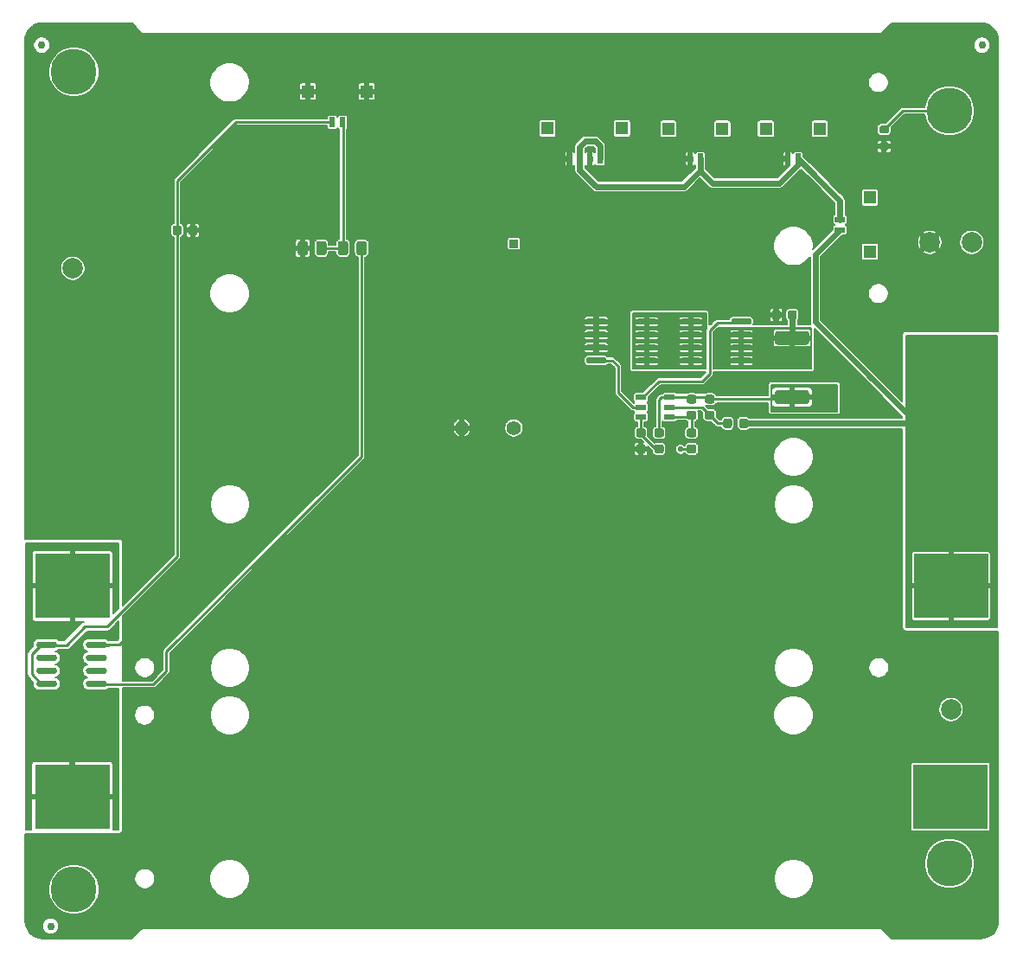
<source format=gtl>
%TF.GenerationSoftware,KiCad,Pcbnew,(5.1.9)-1*%
%TF.CreationDate,2022-01-06T16:33:17-10:00*%
%TF.ProjectId,batteryboard,62617474-6572-4796-926f-6172642e6b69,rev?*%
%TF.SameCoordinates,Original*%
%TF.FileFunction,Copper,L1,Top*%
%TF.FilePolarity,Positive*%
%FSLAX46Y46*%
G04 Gerber Fmt 4.6, Leading zero omitted, Abs format (unit mm)*
G04 Created by KiCad (PCBNEW (5.1.9)-1) date 2022-01-06 16:33:17*
%MOMM*%
%LPD*%
G01*
G04 APERTURE LIST*
%TA.AperFunction,ComponentPad*%
%ADD10C,4.500000*%
%TD*%
%TA.AperFunction,SMDPad,CuDef*%
%ADD11R,7.340000X6.350000*%
%TD*%
%TA.AperFunction,SMDPad,CuDef*%
%ADD12C,0.750000*%
%TD*%
%TA.AperFunction,ComponentPad*%
%ADD13O,1.400000X1.400000*%
%TD*%
%TA.AperFunction,ComponentPad*%
%ADD14C,1.400000*%
%TD*%
%TA.AperFunction,ComponentPad*%
%ADD15R,0.850000X0.850000*%
%TD*%
%TA.AperFunction,ComponentPad*%
%ADD16C,2.000000*%
%TD*%
%TA.AperFunction,SMDPad,CuDef*%
%ADD17R,1.000000X0.600000*%
%TD*%
%TA.AperFunction,SMDPad,CuDef*%
%ADD18R,1.260000X1.300000*%
%TD*%
%TA.AperFunction,SMDPad,CuDef*%
%ADD19R,0.550000X1.000000*%
%TD*%
%TA.AperFunction,SMDPad,CuDef*%
%ADD20R,1.300000X1.260000*%
%TD*%
%TA.AperFunction,SMDPad,CuDef*%
%ADD21R,1.000000X0.550000*%
%TD*%
%TA.AperFunction,ViaPad*%
%ADD22C,0.584200*%
%TD*%
%TA.AperFunction,Conductor*%
%ADD23C,0.279400*%
%TD*%
%TA.AperFunction,Conductor*%
%ADD24C,0.271780*%
%TD*%
%TA.AperFunction,Conductor*%
%ADD25C,0.609600*%
%TD*%
%TA.AperFunction,Conductor*%
%ADD26C,0.152400*%
%TD*%
%TA.AperFunction,Conductor*%
%ADD27C,0.100000*%
%TD*%
G04 APERTURE END LIST*
%TA.AperFunction,SMDPad,CuDef*%
G36*
G01*
X83022500Y-75686499D02*
X83022500Y-76586501D01*
G75*
G02*
X82772501Y-76836500I-249999J0D01*
G01*
X82247499Y-76836500D01*
G75*
G02*
X81997500Y-76586501I0J249999D01*
G01*
X81997500Y-75686499D01*
G75*
G02*
X82247499Y-75436500I249999J0D01*
G01*
X82772501Y-75436500D01*
G75*
G02*
X83022500Y-75686499I0J-249999D01*
G01*
G37*
%TD.AperFunction*%
%TA.AperFunction,SMDPad,CuDef*%
G36*
G01*
X81197500Y-75686499D02*
X81197500Y-76586501D01*
G75*
G02*
X80947501Y-76836500I-249999J0D01*
G01*
X80422499Y-76836500D01*
G75*
G02*
X80172500Y-76586501I0J249999D01*
G01*
X80172500Y-75686499D01*
G75*
G02*
X80422499Y-75436500I249999J0D01*
G01*
X80947501Y-75436500D01*
G75*
G02*
X81197500Y-75686499I0J-249999D01*
G01*
G37*
%TD.AperFunction*%
%TA.AperFunction,SMDPad,CuDef*%
G36*
G01*
X86959500Y-75686499D02*
X86959500Y-76586501D01*
G75*
G02*
X86709501Y-76836500I-249999J0D01*
G01*
X86184499Y-76836500D01*
G75*
G02*
X85934500Y-76586501I0J249999D01*
G01*
X85934500Y-75686499D01*
G75*
G02*
X86184499Y-75436500I249999J0D01*
G01*
X86709501Y-75436500D01*
G75*
G02*
X86959500Y-75686499I0J-249999D01*
G01*
G37*
%TD.AperFunction*%
%TA.AperFunction,SMDPad,CuDef*%
G36*
G01*
X85134500Y-75686499D02*
X85134500Y-76586501D01*
G75*
G02*
X84884501Y-76836500I-249999J0D01*
G01*
X84359499Y-76836500D01*
G75*
G02*
X84109500Y-76586501I0J249999D01*
G01*
X84109500Y-75686499D01*
G75*
G02*
X84359499Y-75436500I249999J0D01*
G01*
X84884501Y-75436500D01*
G75*
G02*
X85134500Y-75686499I0J-249999D01*
G01*
G37*
%TD.AperFunction*%
D10*
X144005300Y-62689900D03*
X144005300Y-136349900D03*
X58280300Y-58889900D03*
X58280300Y-138889900D03*
D11*
X144142800Y-109194600D03*
X58142800Y-109194600D03*
X58117400Y-129844800D03*
X144117400Y-129844800D03*
D12*
X147193000Y-56261000D03*
X55118000Y-56261000D03*
X56007000Y-142494000D03*
D13*
X96266000Y-93726000D03*
D14*
X101346000Y-93726000D03*
D15*
X101346000Y-75692000D03*
D16*
X146177000Y-75565000D03*
X142062200Y-75565000D03*
X58166000Y-78105000D03*
X144145000Y-121285000D03*
%TA.AperFunction,SMDPad,CuDef*%
G36*
G01*
X127475500Y-82420750D02*
X127475500Y-82933250D01*
G75*
G02*
X127256750Y-83152000I-218750J0D01*
G01*
X126819250Y-83152000D01*
G75*
G02*
X126600500Y-82933250I0J218750D01*
G01*
X126600500Y-82420750D01*
G75*
G02*
X126819250Y-82202000I218750J0D01*
G01*
X127256750Y-82202000D01*
G75*
G02*
X127475500Y-82420750I0J-218750D01*
G01*
G37*
%TD.AperFunction*%
%TA.AperFunction,SMDPad,CuDef*%
G36*
G01*
X129050500Y-82420750D02*
X129050500Y-82933250D01*
G75*
G02*
X128831750Y-83152000I-218750J0D01*
G01*
X128394250Y-83152000D01*
G75*
G02*
X128175500Y-82933250I0J218750D01*
G01*
X128175500Y-82420750D01*
G75*
G02*
X128394250Y-82202000I218750J0D01*
G01*
X128831750Y-82202000D01*
G75*
G02*
X129050500Y-82420750I0J-218750D01*
G01*
G37*
%TD.AperFunction*%
%TA.AperFunction,SMDPad,CuDef*%
G36*
G01*
X113535750Y-95346000D02*
X114048250Y-95346000D01*
G75*
G02*
X114267000Y-95564750I0J-218750D01*
G01*
X114267000Y-96002250D01*
G75*
G02*
X114048250Y-96221000I-218750J0D01*
G01*
X113535750Y-96221000D01*
G75*
G02*
X113317000Y-96002250I0J218750D01*
G01*
X113317000Y-95564750D01*
G75*
G02*
X113535750Y-95346000I218750J0D01*
G01*
G37*
%TD.AperFunction*%
%TA.AperFunction,SMDPad,CuDef*%
G36*
G01*
X113535750Y-93771000D02*
X114048250Y-93771000D01*
G75*
G02*
X114267000Y-93989750I0J-218750D01*
G01*
X114267000Y-94427250D01*
G75*
G02*
X114048250Y-94646000I-218750J0D01*
G01*
X113535750Y-94646000D01*
G75*
G02*
X113317000Y-94427250I0J218750D01*
G01*
X113317000Y-93989750D01*
G75*
G02*
X113535750Y-93771000I218750J0D01*
G01*
G37*
%TD.AperFunction*%
%TA.AperFunction,SMDPad,CuDef*%
G36*
G01*
X119001250Y-94646000D02*
X118488750Y-94646000D01*
G75*
G02*
X118270000Y-94427250I0J218750D01*
G01*
X118270000Y-93989750D01*
G75*
G02*
X118488750Y-93771000I218750J0D01*
G01*
X119001250Y-93771000D01*
G75*
G02*
X119220000Y-93989750I0J-218750D01*
G01*
X119220000Y-94427250D01*
G75*
G02*
X119001250Y-94646000I-218750J0D01*
G01*
G37*
%TD.AperFunction*%
%TA.AperFunction,SMDPad,CuDef*%
G36*
G01*
X119001250Y-96221000D02*
X118488750Y-96221000D01*
G75*
G02*
X118270000Y-96002250I0J218750D01*
G01*
X118270000Y-95564750D01*
G75*
G02*
X118488750Y-95346000I218750J0D01*
G01*
X119001250Y-95346000D01*
G75*
G02*
X119220000Y-95564750I0J-218750D01*
G01*
X119220000Y-96002250D01*
G75*
G02*
X119001250Y-96221000I-218750J0D01*
G01*
G37*
%TD.AperFunction*%
%TA.AperFunction,SMDPad,CuDef*%
G36*
G01*
X122713000Y-93025250D02*
X122713000Y-93537750D01*
G75*
G02*
X122494250Y-93756500I-218750J0D01*
G01*
X122056750Y-93756500D01*
G75*
G02*
X121838000Y-93537750I0J218750D01*
G01*
X121838000Y-93025250D01*
G75*
G02*
X122056750Y-92806500I218750J0D01*
G01*
X122494250Y-92806500D01*
G75*
G02*
X122713000Y-93025250I0J-218750D01*
G01*
G37*
%TD.AperFunction*%
%TA.AperFunction,SMDPad,CuDef*%
G36*
G01*
X124288000Y-93025250D02*
X124288000Y-93537750D01*
G75*
G02*
X124069250Y-93756500I-218750J0D01*
G01*
X123631750Y-93756500D01*
G75*
G02*
X123413000Y-93537750I0J218750D01*
G01*
X123413000Y-93025250D01*
G75*
G02*
X123631750Y-92806500I218750J0D01*
G01*
X124069250Y-92806500D01*
G75*
G02*
X124288000Y-93025250I0J-218750D01*
G01*
G37*
%TD.AperFunction*%
%TA.AperFunction,SMDPad,CuDef*%
G36*
G01*
X130012501Y-85595500D02*
X127162499Y-85595500D01*
G75*
G02*
X126912500Y-85345501I0J249999D01*
G01*
X126912500Y-84495499D01*
G75*
G02*
X127162499Y-84245500I249999J0D01*
G01*
X130012501Y-84245500D01*
G75*
G02*
X130262500Y-84495499I0J-249999D01*
G01*
X130262500Y-85345501D01*
G75*
G02*
X130012501Y-85595500I-249999J0D01*
G01*
G37*
%TD.AperFunction*%
%TA.AperFunction,SMDPad,CuDef*%
G36*
G01*
X130012501Y-91395500D02*
X127162499Y-91395500D01*
G75*
G02*
X126912500Y-91145501I0J249999D01*
G01*
X126912500Y-90295499D01*
G75*
G02*
X127162499Y-90045500I249999J0D01*
G01*
X130012501Y-90045500D01*
G75*
G02*
X130262500Y-90295499I0J-249999D01*
G01*
X130262500Y-91145501D01*
G75*
G02*
X130012501Y-91395500I-249999J0D01*
G01*
G37*
%TD.AperFunction*%
%TA.AperFunction,SMDPad,CuDef*%
G36*
G01*
X113387000Y-83462000D02*
X113387000Y-83162000D01*
G75*
G02*
X113537000Y-83012000I150000J0D01*
G01*
X115187000Y-83012000D01*
G75*
G02*
X115337000Y-83162000I0J-150000D01*
G01*
X115337000Y-83462000D01*
G75*
G02*
X115187000Y-83612000I-150000J0D01*
G01*
X113537000Y-83612000D01*
G75*
G02*
X113387000Y-83462000I0J150000D01*
G01*
G37*
%TD.AperFunction*%
%TA.AperFunction,SMDPad,CuDef*%
G36*
G01*
X113387000Y-84732000D02*
X113387000Y-84432000D01*
G75*
G02*
X113537000Y-84282000I150000J0D01*
G01*
X115187000Y-84282000D01*
G75*
G02*
X115337000Y-84432000I0J-150000D01*
G01*
X115337000Y-84732000D01*
G75*
G02*
X115187000Y-84882000I-150000J0D01*
G01*
X113537000Y-84882000D01*
G75*
G02*
X113387000Y-84732000I0J150000D01*
G01*
G37*
%TD.AperFunction*%
%TA.AperFunction,SMDPad,CuDef*%
G36*
G01*
X113387000Y-86002000D02*
X113387000Y-85702000D01*
G75*
G02*
X113537000Y-85552000I150000J0D01*
G01*
X115187000Y-85552000D01*
G75*
G02*
X115337000Y-85702000I0J-150000D01*
G01*
X115337000Y-86002000D01*
G75*
G02*
X115187000Y-86152000I-150000J0D01*
G01*
X113537000Y-86152000D01*
G75*
G02*
X113387000Y-86002000I0J150000D01*
G01*
G37*
%TD.AperFunction*%
%TA.AperFunction,SMDPad,CuDef*%
G36*
G01*
X113387000Y-87272000D02*
X113387000Y-86972000D01*
G75*
G02*
X113537000Y-86822000I150000J0D01*
G01*
X115187000Y-86822000D01*
G75*
G02*
X115337000Y-86972000I0J-150000D01*
G01*
X115337000Y-87272000D01*
G75*
G02*
X115187000Y-87422000I-150000J0D01*
G01*
X113537000Y-87422000D01*
G75*
G02*
X113387000Y-87272000I0J150000D01*
G01*
G37*
%TD.AperFunction*%
%TA.AperFunction,SMDPad,CuDef*%
G36*
G01*
X108437000Y-87272000D02*
X108437000Y-86972000D01*
G75*
G02*
X108587000Y-86822000I150000J0D01*
G01*
X110237000Y-86822000D01*
G75*
G02*
X110387000Y-86972000I0J-150000D01*
G01*
X110387000Y-87272000D01*
G75*
G02*
X110237000Y-87422000I-150000J0D01*
G01*
X108587000Y-87422000D01*
G75*
G02*
X108437000Y-87272000I0J150000D01*
G01*
G37*
%TD.AperFunction*%
%TA.AperFunction,SMDPad,CuDef*%
G36*
G01*
X108437000Y-86002000D02*
X108437000Y-85702000D01*
G75*
G02*
X108587000Y-85552000I150000J0D01*
G01*
X110237000Y-85552000D01*
G75*
G02*
X110387000Y-85702000I0J-150000D01*
G01*
X110387000Y-86002000D01*
G75*
G02*
X110237000Y-86152000I-150000J0D01*
G01*
X108587000Y-86152000D01*
G75*
G02*
X108437000Y-86002000I0J150000D01*
G01*
G37*
%TD.AperFunction*%
%TA.AperFunction,SMDPad,CuDef*%
G36*
G01*
X108437000Y-84732000D02*
X108437000Y-84432000D01*
G75*
G02*
X108587000Y-84282000I150000J0D01*
G01*
X110237000Y-84282000D01*
G75*
G02*
X110387000Y-84432000I0J-150000D01*
G01*
X110387000Y-84732000D01*
G75*
G02*
X110237000Y-84882000I-150000J0D01*
G01*
X108587000Y-84882000D01*
G75*
G02*
X108437000Y-84732000I0J150000D01*
G01*
G37*
%TD.AperFunction*%
%TA.AperFunction,SMDPad,CuDef*%
G36*
G01*
X108437000Y-83462000D02*
X108437000Y-83162000D01*
G75*
G02*
X108587000Y-83012000I150000J0D01*
G01*
X110237000Y-83012000D01*
G75*
G02*
X110387000Y-83162000I0J-150000D01*
G01*
X110387000Y-83462000D01*
G75*
G02*
X110237000Y-83612000I-150000J0D01*
G01*
X108587000Y-83612000D01*
G75*
G02*
X108437000Y-83462000I0J150000D01*
G01*
G37*
%TD.AperFunction*%
%TA.AperFunction,SMDPad,CuDef*%
G36*
G01*
X119658000Y-86972000D02*
X119658000Y-87272000D01*
G75*
G02*
X119508000Y-87422000I-150000J0D01*
G01*
X117858000Y-87422000D01*
G75*
G02*
X117708000Y-87272000I0J150000D01*
G01*
X117708000Y-86972000D01*
G75*
G02*
X117858000Y-86822000I150000J0D01*
G01*
X119508000Y-86822000D01*
G75*
G02*
X119658000Y-86972000I0J-150000D01*
G01*
G37*
%TD.AperFunction*%
%TA.AperFunction,SMDPad,CuDef*%
G36*
G01*
X119658000Y-85702000D02*
X119658000Y-86002000D01*
G75*
G02*
X119508000Y-86152000I-150000J0D01*
G01*
X117858000Y-86152000D01*
G75*
G02*
X117708000Y-86002000I0J150000D01*
G01*
X117708000Y-85702000D01*
G75*
G02*
X117858000Y-85552000I150000J0D01*
G01*
X119508000Y-85552000D01*
G75*
G02*
X119658000Y-85702000I0J-150000D01*
G01*
G37*
%TD.AperFunction*%
%TA.AperFunction,SMDPad,CuDef*%
G36*
G01*
X119658000Y-84432000D02*
X119658000Y-84732000D01*
G75*
G02*
X119508000Y-84882000I-150000J0D01*
G01*
X117858000Y-84882000D01*
G75*
G02*
X117708000Y-84732000I0J150000D01*
G01*
X117708000Y-84432000D01*
G75*
G02*
X117858000Y-84282000I150000J0D01*
G01*
X119508000Y-84282000D01*
G75*
G02*
X119658000Y-84432000I0J-150000D01*
G01*
G37*
%TD.AperFunction*%
%TA.AperFunction,SMDPad,CuDef*%
G36*
G01*
X119658000Y-83162000D02*
X119658000Y-83462000D01*
G75*
G02*
X119508000Y-83612000I-150000J0D01*
G01*
X117858000Y-83612000D01*
G75*
G02*
X117708000Y-83462000I0J150000D01*
G01*
X117708000Y-83162000D01*
G75*
G02*
X117858000Y-83012000I150000J0D01*
G01*
X119508000Y-83012000D01*
G75*
G02*
X119658000Y-83162000I0J-150000D01*
G01*
G37*
%TD.AperFunction*%
%TA.AperFunction,SMDPad,CuDef*%
G36*
G01*
X124608000Y-83162000D02*
X124608000Y-83462000D01*
G75*
G02*
X124458000Y-83612000I-150000J0D01*
G01*
X122808000Y-83612000D01*
G75*
G02*
X122658000Y-83462000I0J150000D01*
G01*
X122658000Y-83162000D01*
G75*
G02*
X122808000Y-83012000I150000J0D01*
G01*
X124458000Y-83012000D01*
G75*
G02*
X124608000Y-83162000I0J-150000D01*
G01*
G37*
%TD.AperFunction*%
%TA.AperFunction,SMDPad,CuDef*%
G36*
G01*
X124608000Y-84432000D02*
X124608000Y-84732000D01*
G75*
G02*
X124458000Y-84882000I-150000J0D01*
G01*
X122808000Y-84882000D01*
G75*
G02*
X122658000Y-84732000I0J150000D01*
G01*
X122658000Y-84432000D01*
G75*
G02*
X122808000Y-84282000I150000J0D01*
G01*
X124458000Y-84282000D01*
G75*
G02*
X124608000Y-84432000I0J-150000D01*
G01*
G37*
%TD.AperFunction*%
%TA.AperFunction,SMDPad,CuDef*%
G36*
G01*
X124608000Y-85702000D02*
X124608000Y-86002000D01*
G75*
G02*
X124458000Y-86152000I-150000J0D01*
G01*
X122808000Y-86152000D01*
G75*
G02*
X122658000Y-86002000I0J150000D01*
G01*
X122658000Y-85702000D01*
G75*
G02*
X122808000Y-85552000I150000J0D01*
G01*
X124458000Y-85552000D01*
G75*
G02*
X124608000Y-85702000I0J-150000D01*
G01*
G37*
%TD.AperFunction*%
%TA.AperFunction,SMDPad,CuDef*%
G36*
G01*
X124608000Y-86972000D02*
X124608000Y-87272000D01*
G75*
G02*
X124458000Y-87422000I-150000J0D01*
G01*
X122808000Y-87422000D01*
G75*
G02*
X122658000Y-87272000I0J150000D01*
G01*
X122658000Y-86972000D01*
G75*
G02*
X122808000Y-86822000I150000J0D01*
G01*
X124458000Y-86822000D01*
G75*
G02*
X124608000Y-86972000I0J-150000D01*
G01*
G37*
%TD.AperFunction*%
%TA.AperFunction,SMDPad,CuDef*%
G36*
G01*
X115313750Y-95346000D02*
X115826250Y-95346000D01*
G75*
G02*
X116045000Y-95564750I0J-218750D01*
G01*
X116045000Y-96002250D01*
G75*
G02*
X115826250Y-96221000I-218750J0D01*
G01*
X115313750Y-96221000D01*
G75*
G02*
X115095000Y-96002250I0J218750D01*
G01*
X115095000Y-95564750D01*
G75*
G02*
X115313750Y-95346000I218750J0D01*
G01*
G37*
%TD.AperFunction*%
%TA.AperFunction,SMDPad,CuDef*%
G36*
G01*
X115313750Y-93771000D02*
X115826250Y-93771000D01*
G75*
G02*
X116045000Y-93989750I0J-218750D01*
G01*
X116045000Y-94427250D01*
G75*
G02*
X115826250Y-94646000I-218750J0D01*
G01*
X115313750Y-94646000D01*
G75*
G02*
X115095000Y-94427250I0J218750D01*
G01*
X115095000Y-93989750D01*
G75*
G02*
X115313750Y-93771000I218750J0D01*
G01*
G37*
%TD.AperFunction*%
%TA.AperFunction,SMDPad,CuDef*%
G36*
G01*
X118488750Y-92044000D02*
X119001250Y-92044000D01*
G75*
G02*
X119220000Y-92262750I0J-218750D01*
G01*
X119220000Y-92700250D01*
G75*
G02*
X119001250Y-92919000I-218750J0D01*
G01*
X118488750Y-92919000D01*
G75*
G02*
X118270000Y-92700250I0J218750D01*
G01*
X118270000Y-92262750D01*
G75*
G02*
X118488750Y-92044000I218750J0D01*
G01*
G37*
%TD.AperFunction*%
%TA.AperFunction,SMDPad,CuDef*%
G36*
G01*
X118488750Y-90469000D02*
X119001250Y-90469000D01*
G75*
G02*
X119220000Y-90687750I0J-218750D01*
G01*
X119220000Y-91125250D01*
G75*
G02*
X119001250Y-91344000I-218750J0D01*
G01*
X118488750Y-91344000D01*
G75*
G02*
X118270000Y-91125250I0J218750D01*
G01*
X118270000Y-90687750D01*
G75*
G02*
X118488750Y-90469000I218750J0D01*
G01*
G37*
%TD.AperFunction*%
%TA.AperFunction,SMDPad,CuDef*%
G36*
G01*
X120266750Y-92044000D02*
X120779250Y-92044000D01*
G75*
G02*
X120998000Y-92262750I0J-218750D01*
G01*
X120998000Y-92700250D01*
G75*
G02*
X120779250Y-92919000I-218750J0D01*
G01*
X120266750Y-92919000D01*
G75*
G02*
X120048000Y-92700250I0J218750D01*
G01*
X120048000Y-92262750D01*
G75*
G02*
X120266750Y-92044000I218750J0D01*
G01*
G37*
%TD.AperFunction*%
%TA.AperFunction,SMDPad,CuDef*%
G36*
G01*
X120266750Y-90469000D02*
X120779250Y-90469000D01*
G75*
G02*
X120998000Y-90687750I0J-218750D01*
G01*
X120998000Y-91125250D01*
G75*
G02*
X120779250Y-91344000I-218750J0D01*
G01*
X120266750Y-91344000D01*
G75*
G02*
X120048000Y-91125250I0J218750D01*
G01*
X120048000Y-90687750D01*
G75*
G02*
X120266750Y-90469000I218750J0D01*
G01*
G37*
%TD.AperFunction*%
D17*
X116589000Y-90744000D03*
X116589000Y-91694000D03*
X116589000Y-92644000D03*
X113789000Y-92644000D03*
X113789000Y-91694000D03*
X113789000Y-90744000D03*
D18*
X126020000Y-64450000D03*
D19*
X128170000Y-67380000D03*
D18*
X131320000Y-64450000D03*
D19*
X129170000Y-67380000D03*
X119620000Y-67380000D03*
D18*
X121770000Y-64450000D03*
D19*
X118620000Y-67380000D03*
D18*
X116470000Y-64450000D03*
X111950000Y-64400001D03*
D19*
X109800000Y-67380001D03*
D18*
X104650000Y-64400001D03*
D19*
X108800000Y-67380001D03*
X107800000Y-67380001D03*
X106800000Y-67380001D03*
D20*
X136210000Y-71180000D03*
D21*
X133280000Y-73330000D03*
D20*
X136210000Y-76480000D03*
D21*
X133280000Y-74330000D03*
%TA.AperFunction,SMDPad,CuDef*%
G36*
G01*
X69491000Y-74637851D02*
X69491000Y-74137851D01*
G75*
G02*
X69716000Y-73912851I225000J0D01*
G01*
X70166000Y-73912851D01*
G75*
G02*
X70391000Y-74137851I0J-225000D01*
G01*
X70391000Y-74637851D01*
G75*
G02*
X70166000Y-74862851I-225000J0D01*
G01*
X69716000Y-74862851D01*
G75*
G02*
X69491000Y-74637851I0J225000D01*
G01*
G37*
%TD.AperFunction*%
%TA.AperFunction,SMDPad,CuDef*%
G36*
G01*
X67941000Y-74637851D02*
X67941000Y-74137851D01*
G75*
G02*
X68166000Y-73912851I225000J0D01*
G01*
X68616000Y-73912851D01*
G75*
G02*
X68841000Y-74137851I0J-225000D01*
G01*
X68841000Y-74637851D01*
G75*
G02*
X68616000Y-74862851I-225000J0D01*
G01*
X68166000Y-74862851D01*
G75*
G02*
X67941000Y-74637851I0J225000D01*
G01*
G37*
%TD.AperFunction*%
%TA.AperFunction,SMDPad,CuDef*%
G36*
G01*
X56651001Y-118774001D02*
X56651001Y-118774001D01*
G75*
G02*
X56321001Y-119104001I-330000J0D01*
G01*
X54911001Y-119104001D01*
G75*
G02*
X54581001Y-118774001I0J330000D01*
G01*
X54581001Y-118774001D01*
G75*
G02*
X54911001Y-118444001I330000J0D01*
G01*
X56321001Y-118444001D01*
G75*
G02*
X56651001Y-118774001I0J-330000D01*
G01*
G37*
%TD.AperFunction*%
%TA.AperFunction,SMDPad,CuDef*%
G36*
G01*
X56651001Y-117504001D02*
X56651001Y-117504001D01*
G75*
G02*
X56321001Y-117834001I-330000J0D01*
G01*
X54911001Y-117834001D01*
G75*
G02*
X54581001Y-117504001I0J330000D01*
G01*
X54581001Y-117504001D01*
G75*
G02*
X54911001Y-117174001I330000J0D01*
G01*
X56321001Y-117174001D01*
G75*
G02*
X56651001Y-117504001I0J-330000D01*
G01*
G37*
%TD.AperFunction*%
%TA.AperFunction,SMDPad,CuDef*%
G36*
G01*
X56651001Y-116234001D02*
X56651001Y-116234001D01*
G75*
G02*
X56321001Y-116564001I-330000J0D01*
G01*
X54911001Y-116564001D01*
G75*
G02*
X54581001Y-116234001I0J330000D01*
G01*
X54581001Y-116234001D01*
G75*
G02*
X54911001Y-115904001I330000J0D01*
G01*
X56321001Y-115904001D01*
G75*
G02*
X56651001Y-116234001I0J-330000D01*
G01*
G37*
%TD.AperFunction*%
%TA.AperFunction,SMDPad,CuDef*%
G36*
G01*
X56651001Y-114964001D02*
X56651001Y-114964001D01*
G75*
G02*
X56321001Y-115294001I-330000J0D01*
G01*
X54911001Y-115294001D01*
G75*
G02*
X54581001Y-114964001I0J330000D01*
G01*
X54581001Y-114964001D01*
G75*
G02*
X54911001Y-114634001I330000J0D01*
G01*
X56321001Y-114634001D01*
G75*
G02*
X56651001Y-114964001I0J-330000D01*
G01*
G37*
%TD.AperFunction*%
%TA.AperFunction,SMDPad,CuDef*%
G36*
G01*
X61501001Y-114964001D02*
X61501001Y-114964001D01*
G75*
G02*
X61171001Y-115294001I-330000J0D01*
G01*
X59761001Y-115294001D01*
G75*
G02*
X59431001Y-114964001I0J330000D01*
G01*
X59431001Y-114964001D01*
G75*
G02*
X59761001Y-114634001I330000J0D01*
G01*
X61171001Y-114634001D01*
G75*
G02*
X61501001Y-114964001I0J-330000D01*
G01*
G37*
%TD.AperFunction*%
%TA.AperFunction,SMDPad,CuDef*%
G36*
G01*
X61501001Y-116234001D02*
X61501001Y-116234001D01*
G75*
G02*
X61171001Y-116564001I-330000J0D01*
G01*
X59761001Y-116564001D01*
G75*
G02*
X59431001Y-116234001I0J330000D01*
G01*
X59431001Y-116234001D01*
G75*
G02*
X59761001Y-115904001I330000J0D01*
G01*
X61171001Y-115904001D01*
G75*
G02*
X61501001Y-116234001I0J-330000D01*
G01*
G37*
%TD.AperFunction*%
%TA.AperFunction,SMDPad,CuDef*%
G36*
G01*
X61501001Y-117504001D02*
X61501001Y-117504001D01*
G75*
G02*
X61171001Y-117834001I-330000J0D01*
G01*
X59761001Y-117834001D01*
G75*
G02*
X59431001Y-117504001I0J330000D01*
G01*
X59431001Y-117504001D01*
G75*
G02*
X59761001Y-117174001I330000J0D01*
G01*
X61171001Y-117174001D01*
G75*
G02*
X61501001Y-117504001I0J-330000D01*
G01*
G37*
%TD.AperFunction*%
%TA.AperFunction,SMDPad,CuDef*%
G36*
G01*
X61501001Y-118774001D02*
X61501001Y-118774001D01*
G75*
G02*
X61171001Y-119104001I-330000J0D01*
G01*
X59761001Y-119104001D01*
G75*
G02*
X59431001Y-118774001I0J330000D01*
G01*
X59431001Y-118774001D01*
G75*
G02*
X59761001Y-118444001I330000J0D01*
G01*
X61171001Y-118444001D01*
G75*
G02*
X61501001Y-118774001I0J-330000D01*
G01*
G37*
%TD.AperFunction*%
D19*
X84574000Y-63796500D03*
D18*
X81199000Y-60806500D03*
D19*
X83574000Y-63796500D03*
D18*
X86949000Y-60806500D03*
%TA.AperFunction,SMDPad,CuDef*%
G36*
G01*
X137879500Y-66566500D02*
X137329500Y-66566500D01*
G75*
G02*
X137129500Y-66366500I0J200000D01*
G01*
X137129500Y-65966500D01*
G75*
G02*
X137329500Y-65766500I200000J0D01*
G01*
X137879500Y-65766500D01*
G75*
G02*
X138079500Y-65966500I0J-200000D01*
G01*
X138079500Y-66366500D01*
G75*
G02*
X137879500Y-66566500I-200000J0D01*
G01*
G37*
%TD.AperFunction*%
%TA.AperFunction,SMDPad,CuDef*%
G36*
G01*
X137879500Y-64916500D02*
X137329500Y-64916500D01*
G75*
G02*
X137129500Y-64716500I0J200000D01*
G01*
X137129500Y-64316500D01*
G75*
G02*
X137329500Y-64116500I200000J0D01*
G01*
X137879500Y-64116500D01*
G75*
G02*
X138079500Y-64316500I0J-200000D01*
G01*
X138079500Y-64716500D01*
G75*
G02*
X137879500Y-64916500I-200000J0D01*
G01*
G37*
%TD.AperFunction*%
D22*
X146558000Y-127508000D03*
X145034000Y-127508000D03*
X143256000Y-127508000D03*
X141732000Y-127508000D03*
X143256000Y-129794000D03*
X146558000Y-129794000D03*
X145034000Y-129794000D03*
X141732000Y-129794000D03*
X146558000Y-132080000D03*
X141732000Y-132080000D03*
X143256000Y-132080000D03*
X145034000Y-132080000D03*
X131064000Y-89789000D03*
X131826000Y-89789000D03*
X132588000Y-89789000D03*
X131826000Y-90678000D03*
X132588000Y-90678000D03*
X131064000Y-90678000D03*
X131826000Y-91567000D03*
X131064000Y-91567000D03*
X132588000Y-91567000D03*
X60320000Y-122830000D03*
X58580000Y-122780000D03*
X55040000Y-122740000D03*
X56790000Y-122740000D03*
X117665498Y-95821500D03*
X140843000Y-93345000D03*
X143002000Y-93345000D03*
X145288000Y-93345000D03*
X147447000Y-93345000D03*
X140843000Y-94742000D03*
X143002000Y-94742000D03*
X145288000Y-94742000D03*
X147447000Y-94742000D03*
X145288000Y-96139000D03*
X140843000Y-96139000D03*
X143002000Y-96139000D03*
X147447000Y-96139000D03*
D23*
X120523000Y-92456000D02*
X120523000Y-92481500D01*
X116589000Y-91694000D02*
X119761000Y-91694000D01*
X119761000Y-91694000D02*
X120523000Y-92456000D01*
X121323000Y-93281500D02*
X120523000Y-92481500D01*
X122275500Y-93281500D02*
X121323000Y-93281500D01*
X118745000Y-90906500D02*
X118745000Y-90678000D01*
X120294500Y-90678000D02*
X120523000Y-90906500D01*
X118745000Y-90678000D02*
X120294500Y-90678000D01*
X116655000Y-90678000D02*
X118745000Y-90678000D01*
X116589000Y-90744000D02*
X116655000Y-90678000D01*
X115809600Y-90744000D02*
X116589000Y-90744000D01*
X115570000Y-90983600D02*
X115809600Y-90744000D01*
X115570000Y-94208500D02*
X115570000Y-90983600D01*
X128401500Y-90906500D02*
X128587500Y-90720500D01*
X120523000Y-90906500D02*
X128401500Y-90906500D01*
X118582500Y-92644000D02*
X118745000Y-92481500D01*
X116589000Y-92644000D02*
X118582500Y-92644000D01*
X118745000Y-92481500D02*
X118745000Y-94208500D01*
D24*
X60523800Y-114995000D02*
X61685000Y-114995000D01*
X62715479Y-114964001D02*
X69941000Y-107738480D01*
X69941000Y-107738480D02*
X69941000Y-74387851D01*
X60466001Y-114964001D02*
X62715479Y-114964001D01*
D23*
X117703498Y-95783500D02*
X117665498Y-95821500D01*
X118745000Y-95783500D02*
X117703498Y-95783500D01*
D25*
X140779500Y-93281500D02*
X140843000Y-93345000D01*
X123850500Y-93281500D02*
X140779500Y-93281500D01*
X130874201Y-83376201D02*
X136454000Y-88956000D01*
X136454000Y-88956000D02*
X140843000Y-93345000D01*
X136150000Y-88652000D02*
X136454000Y-88956000D01*
X130874201Y-76735799D02*
X133280000Y-74330000D01*
X130874201Y-83376201D02*
X130874201Y-76735799D01*
D23*
X115570000Y-89154000D02*
X113980000Y-90744000D01*
X123506000Y-83439000D02*
X121285000Y-83439000D01*
X120523000Y-84201000D02*
X120523000Y-88392000D01*
X113980000Y-90744000D02*
X113789000Y-90744000D01*
X123633000Y-83312000D02*
X123506000Y-83439000D01*
X121285000Y-83439000D02*
X120523000Y-84201000D01*
X119761000Y-89154000D02*
X115570000Y-89154000D01*
X120523000Y-88392000D02*
X119761000Y-89154000D01*
X111569500Y-90253900D02*
X111569500Y-87693500D01*
X110998000Y-87122000D02*
X109412000Y-87122000D01*
X113789000Y-91694000D02*
X113009600Y-91694000D01*
X111569500Y-87693500D02*
X110998000Y-87122000D01*
X113009600Y-91694000D02*
X111569500Y-90253900D01*
D25*
X128613000Y-84895000D02*
X128587500Y-84920500D01*
X128613000Y-82677000D02*
X128613000Y-84895000D01*
D23*
X113789000Y-94205500D02*
X113792000Y-94208500D01*
X113789000Y-92644000D02*
X113789000Y-94205500D01*
X115214500Y-95783500D02*
X115570000Y-95783500D01*
X113792000Y-94208500D02*
X113792000Y-94361000D01*
X113792000Y-94361000D02*
X115214500Y-95783500D01*
D25*
X119620000Y-68489600D02*
X119620000Y-67380000D01*
X119620000Y-67380000D02*
X119620000Y-68590000D01*
X119620000Y-68590000D02*
X120790000Y-69760000D01*
X129170000Y-67932242D02*
X129170000Y-67380000D01*
X127342242Y-69760000D02*
X129170000Y-67932242D01*
X120790000Y-69760000D02*
X127342242Y-69760000D01*
X129170000Y-67380000D02*
X130874201Y-69084201D01*
X117999600Y-70110000D02*
X119620000Y-68489600D01*
X109420399Y-70110000D02*
X117999600Y-70110000D01*
X107800000Y-67380001D02*
X107800000Y-68489601D01*
X107800000Y-68489601D02*
X109420399Y-70110000D01*
X107800000Y-67380001D02*
X107800000Y-66200000D01*
X107800000Y-66200000D02*
X108330000Y-65670000D01*
X109350000Y-65670000D02*
X109800000Y-66120000D01*
X109800000Y-66120000D02*
X109800000Y-67380001D01*
X108330000Y-65670000D02*
X109350000Y-65670000D01*
X133280000Y-71490000D02*
X130874201Y-69084201D01*
X133280000Y-73330000D02*
X133280000Y-71490000D01*
D24*
X76710000Y-106250000D02*
X67330000Y-115630000D01*
X67330000Y-115630000D02*
X67330000Y-117540000D01*
X66065000Y-118805000D02*
X60523800Y-118805000D01*
X67330000Y-117540000D02*
X66065000Y-118805000D01*
X86447000Y-96513000D02*
X76710000Y-106250000D01*
X86447000Y-76136500D02*
X86447000Y-96513000D01*
X54150000Y-115880000D02*
X54150000Y-117832004D01*
X54150000Y-117832004D02*
X55122996Y-118805000D01*
X57525000Y-114995000D02*
X55035000Y-114995000D01*
X59370000Y-113150000D02*
X57525000Y-114995000D01*
X61505604Y-113150000D02*
X59370000Y-113150000D01*
X55035000Y-114995000D02*
X54150000Y-115880000D01*
X55122996Y-118805000D02*
X55596200Y-118805000D01*
X68391000Y-74387851D02*
X68391000Y-69519000D01*
X68391000Y-106264604D02*
X68391000Y-74387851D01*
X61505604Y-113150000D02*
X68391000Y-106264604D01*
X74113500Y-63796500D02*
X68391000Y-69519000D01*
X83574000Y-63796500D02*
X74113500Y-63796500D01*
X84600000Y-76114500D02*
X84622000Y-76136500D01*
X82510000Y-76136500D02*
X84622000Y-76136500D01*
X84622000Y-63844500D02*
X84574000Y-63796500D01*
X84622000Y-76136500D02*
X84622000Y-63844500D01*
X139431100Y-62689900D02*
X137604500Y-64516500D01*
X144005300Y-62689900D02*
X139431100Y-62689900D01*
D26*
X62661800Y-111334654D02*
X62144314Y-111852140D01*
X62143000Y-109454950D01*
X62060450Y-109372400D01*
X58320600Y-109372400D01*
X58320600Y-112617250D01*
X58403150Y-112699800D01*
X59247176Y-112700196D01*
X59190772Y-112717306D01*
X59109801Y-112760585D01*
X59038830Y-112818830D01*
X59024234Y-112836615D01*
X57331940Y-114528910D01*
X56815939Y-114528910D01*
X56788962Y-114496039D01*
X56688676Y-114413736D01*
X56574260Y-114352579D01*
X56450111Y-114314919D01*
X56321001Y-114302203D01*
X54911001Y-114302203D01*
X54781891Y-114314919D01*
X54657742Y-114352579D01*
X54543326Y-114413736D01*
X54443040Y-114496039D01*
X54360737Y-114596325D01*
X54299580Y-114710741D01*
X54261920Y-114834890D01*
X54249204Y-114964000D01*
X54249204Y-114964002D01*
X54261920Y-115093112D01*
X54265601Y-115105248D01*
X53836620Y-115534230D01*
X53818830Y-115548830D01*
X53797006Y-115575423D01*
X53760585Y-115619802D01*
X53717306Y-115700773D01*
X53690654Y-115788631D01*
X53681655Y-115880000D01*
X53683910Y-115902896D01*
X53683911Y-117809099D01*
X53681655Y-117832004D01*
X53690654Y-117923373D01*
X53717306Y-118011231D01*
X53760585Y-118092202D01*
X53804235Y-118145389D01*
X53818831Y-118163174D01*
X53836615Y-118177769D01*
X54271652Y-118612807D01*
X54261920Y-118644890D01*
X54249204Y-118774000D01*
X54249204Y-118774002D01*
X54261920Y-118903112D01*
X54299580Y-119027261D01*
X54360737Y-119141677D01*
X54443040Y-119241963D01*
X54543326Y-119324266D01*
X54657742Y-119385423D01*
X54781891Y-119423083D01*
X54911001Y-119435799D01*
X56321001Y-119435799D01*
X56450111Y-119423083D01*
X56574260Y-119385423D01*
X56688676Y-119324266D01*
X56788962Y-119241963D01*
X56871265Y-119141677D01*
X56932422Y-119027261D01*
X56970082Y-118903112D01*
X56982798Y-118774002D01*
X56982798Y-118774000D01*
X56970082Y-118644890D01*
X56932422Y-118520741D01*
X56871265Y-118406325D01*
X56788962Y-118306039D01*
X56688676Y-118223736D01*
X56574260Y-118162579D01*
X56496533Y-118139001D01*
X56574260Y-118115423D01*
X56688676Y-118054266D01*
X56788962Y-117971963D01*
X56871265Y-117871677D01*
X56932422Y-117757261D01*
X56970082Y-117633112D01*
X56982798Y-117504002D01*
X56982798Y-117504000D01*
X56970082Y-117374890D01*
X56932422Y-117250741D01*
X56871265Y-117136325D01*
X56788962Y-117036039D01*
X56688676Y-116953736D01*
X56574260Y-116892579D01*
X56496533Y-116869001D01*
X56574260Y-116845423D01*
X56688676Y-116784266D01*
X56788962Y-116701963D01*
X56871265Y-116601677D01*
X56932422Y-116487261D01*
X56970082Y-116363112D01*
X56982798Y-116234002D01*
X56982798Y-116234000D01*
X56970082Y-116104890D01*
X56932422Y-115980741D01*
X56871265Y-115866325D01*
X56788962Y-115766039D01*
X56688676Y-115683736D01*
X56574260Y-115622579D01*
X56496533Y-115599001D01*
X56574260Y-115575423D01*
X56688676Y-115514266D01*
X56753471Y-115461090D01*
X57502104Y-115461090D01*
X57525000Y-115463345D01*
X57547896Y-115461090D01*
X57616370Y-115454346D01*
X57704228Y-115427694D01*
X57785199Y-115384415D01*
X57856170Y-115326170D01*
X57870770Y-115308380D01*
X59563061Y-113616090D01*
X61482708Y-113616090D01*
X61505604Y-113618345D01*
X61528500Y-113616090D01*
X61596974Y-113609346D01*
X61684832Y-113582694D01*
X61765803Y-113539415D01*
X61836774Y-113481170D01*
X61851374Y-113463380D01*
X62661800Y-112652954D01*
X62661800Y-114358530D01*
X62522419Y-114497911D01*
X61640498Y-114497911D01*
X61638962Y-114496039D01*
X61538676Y-114413736D01*
X61424260Y-114352579D01*
X61300111Y-114314919D01*
X61171001Y-114302203D01*
X59761001Y-114302203D01*
X59631891Y-114314919D01*
X59507742Y-114352579D01*
X59393326Y-114413736D01*
X59293040Y-114496039D01*
X59210737Y-114596325D01*
X59149580Y-114710741D01*
X59111920Y-114834890D01*
X59099204Y-114964000D01*
X59099204Y-114964002D01*
X59111920Y-115093112D01*
X59149580Y-115217261D01*
X59210737Y-115331677D01*
X59293040Y-115431963D01*
X59393326Y-115514266D01*
X59507742Y-115575423D01*
X59585469Y-115599001D01*
X59507742Y-115622579D01*
X59393326Y-115683736D01*
X59293040Y-115766039D01*
X59210737Y-115866325D01*
X59149580Y-115980741D01*
X59111920Y-116104890D01*
X59099204Y-116234000D01*
X59099204Y-116234002D01*
X59111920Y-116363112D01*
X59149580Y-116487261D01*
X59210737Y-116601677D01*
X59293040Y-116701963D01*
X59393326Y-116784266D01*
X59507742Y-116845423D01*
X59585469Y-116869001D01*
X59507742Y-116892579D01*
X59393326Y-116953736D01*
X59293040Y-117036039D01*
X59210737Y-117136325D01*
X59149580Y-117250741D01*
X59111920Y-117374890D01*
X59099204Y-117504000D01*
X59099204Y-117504002D01*
X59111920Y-117633112D01*
X59149580Y-117757261D01*
X59210737Y-117871677D01*
X59293040Y-117971963D01*
X59393326Y-118054266D01*
X59507742Y-118115423D01*
X59585469Y-118139001D01*
X59507742Y-118162579D01*
X59393326Y-118223736D01*
X59293040Y-118306039D01*
X59210737Y-118406325D01*
X59149580Y-118520741D01*
X59111920Y-118644890D01*
X59099204Y-118774000D01*
X59099204Y-118774002D01*
X59111920Y-118903112D01*
X59149580Y-119027261D01*
X59210737Y-119141677D01*
X59293040Y-119241963D01*
X59393326Y-119324266D01*
X59507742Y-119385423D01*
X59631891Y-119423083D01*
X59761001Y-119435799D01*
X61171001Y-119435799D01*
X61300111Y-119423083D01*
X61424260Y-119385423D01*
X61538676Y-119324266D01*
X61603471Y-119271090D01*
X62661800Y-119271090D01*
X62661800Y-133019800D01*
X62119198Y-133019800D01*
X62117600Y-130105150D01*
X62035050Y-130022600D01*
X58295200Y-130022600D01*
X58295200Y-130042600D01*
X57939600Y-130042600D01*
X57939600Y-130022600D01*
X54199750Y-130022600D01*
X54117200Y-130105150D01*
X54115602Y-133019800D01*
X53605500Y-133019800D01*
X53605500Y-126669800D01*
X54115602Y-126669800D01*
X54117200Y-129584450D01*
X54199750Y-129667000D01*
X57939600Y-129667000D01*
X57939600Y-126422150D01*
X58295200Y-126422150D01*
X58295200Y-129667000D01*
X62035050Y-129667000D01*
X62117600Y-129584450D01*
X62119198Y-126669800D01*
X62112823Y-126605069D01*
X62093941Y-126542826D01*
X62063280Y-126485463D01*
X62022017Y-126435183D01*
X61971737Y-126393920D01*
X61914374Y-126363259D01*
X61852131Y-126344377D01*
X61787400Y-126338002D01*
X58377750Y-126339600D01*
X58295200Y-126422150D01*
X57939600Y-126422150D01*
X57857050Y-126339600D01*
X54447400Y-126338002D01*
X54382669Y-126344377D01*
X54320426Y-126363259D01*
X54263063Y-126393920D01*
X54212783Y-126435183D01*
X54171520Y-126485463D01*
X54140859Y-126542826D01*
X54121977Y-126605069D01*
X54115602Y-126669800D01*
X53605500Y-126669800D01*
X53605500Y-112369600D01*
X54141002Y-112369600D01*
X54147377Y-112434331D01*
X54166259Y-112496574D01*
X54196920Y-112553937D01*
X54238183Y-112604217D01*
X54288463Y-112645480D01*
X54345826Y-112676141D01*
X54408069Y-112695023D01*
X54472800Y-112701398D01*
X57882450Y-112699800D01*
X57965000Y-112617250D01*
X57965000Y-109372400D01*
X54225150Y-109372400D01*
X54142600Y-109454950D01*
X54141002Y-112369600D01*
X53605500Y-112369600D01*
X53605500Y-106019600D01*
X54141002Y-106019600D01*
X54142600Y-108934250D01*
X54225150Y-109016800D01*
X57965000Y-109016800D01*
X57965000Y-105771950D01*
X58320600Y-105771950D01*
X58320600Y-109016800D01*
X62060450Y-109016800D01*
X62143000Y-108934250D01*
X62144598Y-106019600D01*
X62138223Y-105954869D01*
X62119341Y-105892626D01*
X62088680Y-105835263D01*
X62047417Y-105784983D01*
X61997137Y-105743720D01*
X61939774Y-105713059D01*
X61877531Y-105694177D01*
X61812800Y-105687802D01*
X58403150Y-105689400D01*
X58320600Y-105771950D01*
X57965000Y-105771950D01*
X57882450Y-105689400D01*
X54472800Y-105687802D01*
X54408069Y-105694177D01*
X54345826Y-105713059D01*
X54288463Y-105743720D01*
X54238183Y-105784983D01*
X54196920Y-105835263D01*
X54166259Y-105892626D01*
X54147377Y-105954869D01*
X54141002Y-106019600D01*
X53605500Y-106019600D01*
X53605500Y-104978200D01*
X62661800Y-104978200D01*
X62661800Y-111334654D01*
%TA.AperFunction,Conductor*%
D27*
G36*
X62661800Y-111334654D02*
G01*
X62144314Y-111852140D01*
X62143000Y-109454950D01*
X62060450Y-109372400D01*
X58320600Y-109372400D01*
X58320600Y-112617250D01*
X58403150Y-112699800D01*
X59247176Y-112700196D01*
X59190772Y-112717306D01*
X59109801Y-112760585D01*
X59038830Y-112818830D01*
X59024234Y-112836615D01*
X57331940Y-114528910D01*
X56815939Y-114528910D01*
X56788962Y-114496039D01*
X56688676Y-114413736D01*
X56574260Y-114352579D01*
X56450111Y-114314919D01*
X56321001Y-114302203D01*
X54911001Y-114302203D01*
X54781891Y-114314919D01*
X54657742Y-114352579D01*
X54543326Y-114413736D01*
X54443040Y-114496039D01*
X54360737Y-114596325D01*
X54299580Y-114710741D01*
X54261920Y-114834890D01*
X54249204Y-114964000D01*
X54249204Y-114964002D01*
X54261920Y-115093112D01*
X54265601Y-115105248D01*
X53836620Y-115534230D01*
X53818830Y-115548830D01*
X53797006Y-115575423D01*
X53760585Y-115619802D01*
X53717306Y-115700773D01*
X53690654Y-115788631D01*
X53681655Y-115880000D01*
X53683910Y-115902896D01*
X53683911Y-117809099D01*
X53681655Y-117832004D01*
X53690654Y-117923373D01*
X53717306Y-118011231D01*
X53760585Y-118092202D01*
X53804235Y-118145389D01*
X53818831Y-118163174D01*
X53836615Y-118177769D01*
X54271652Y-118612807D01*
X54261920Y-118644890D01*
X54249204Y-118774000D01*
X54249204Y-118774002D01*
X54261920Y-118903112D01*
X54299580Y-119027261D01*
X54360737Y-119141677D01*
X54443040Y-119241963D01*
X54543326Y-119324266D01*
X54657742Y-119385423D01*
X54781891Y-119423083D01*
X54911001Y-119435799D01*
X56321001Y-119435799D01*
X56450111Y-119423083D01*
X56574260Y-119385423D01*
X56688676Y-119324266D01*
X56788962Y-119241963D01*
X56871265Y-119141677D01*
X56932422Y-119027261D01*
X56970082Y-118903112D01*
X56982798Y-118774002D01*
X56982798Y-118774000D01*
X56970082Y-118644890D01*
X56932422Y-118520741D01*
X56871265Y-118406325D01*
X56788962Y-118306039D01*
X56688676Y-118223736D01*
X56574260Y-118162579D01*
X56496533Y-118139001D01*
X56574260Y-118115423D01*
X56688676Y-118054266D01*
X56788962Y-117971963D01*
X56871265Y-117871677D01*
X56932422Y-117757261D01*
X56970082Y-117633112D01*
X56982798Y-117504002D01*
X56982798Y-117504000D01*
X56970082Y-117374890D01*
X56932422Y-117250741D01*
X56871265Y-117136325D01*
X56788962Y-117036039D01*
X56688676Y-116953736D01*
X56574260Y-116892579D01*
X56496533Y-116869001D01*
X56574260Y-116845423D01*
X56688676Y-116784266D01*
X56788962Y-116701963D01*
X56871265Y-116601677D01*
X56932422Y-116487261D01*
X56970082Y-116363112D01*
X56982798Y-116234002D01*
X56982798Y-116234000D01*
X56970082Y-116104890D01*
X56932422Y-115980741D01*
X56871265Y-115866325D01*
X56788962Y-115766039D01*
X56688676Y-115683736D01*
X56574260Y-115622579D01*
X56496533Y-115599001D01*
X56574260Y-115575423D01*
X56688676Y-115514266D01*
X56753471Y-115461090D01*
X57502104Y-115461090D01*
X57525000Y-115463345D01*
X57547896Y-115461090D01*
X57616370Y-115454346D01*
X57704228Y-115427694D01*
X57785199Y-115384415D01*
X57856170Y-115326170D01*
X57870770Y-115308380D01*
X59563061Y-113616090D01*
X61482708Y-113616090D01*
X61505604Y-113618345D01*
X61528500Y-113616090D01*
X61596974Y-113609346D01*
X61684832Y-113582694D01*
X61765803Y-113539415D01*
X61836774Y-113481170D01*
X61851374Y-113463380D01*
X62661800Y-112652954D01*
X62661800Y-114358530D01*
X62522419Y-114497911D01*
X61640498Y-114497911D01*
X61638962Y-114496039D01*
X61538676Y-114413736D01*
X61424260Y-114352579D01*
X61300111Y-114314919D01*
X61171001Y-114302203D01*
X59761001Y-114302203D01*
X59631891Y-114314919D01*
X59507742Y-114352579D01*
X59393326Y-114413736D01*
X59293040Y-114496039D01*
X59210737Y-114596325D01*
X59149580Y-114710741D01*
X59111920Y-114834890D01*
X59099204Y-114964000D01*
X59099204Y-114964002D01*
X59111920Y-115093112D01*
X59149580Y-115217261D01*
X59210737Y-115331677D01*
X59293040Y-115431963D01*
X59393326Y-115514266D01*
X59507742Y-115575423D01*
X59585469Y-115599001D01*
X59507742Y-115622579D01*
X59393326Y-115683736D01*
X59293040Y-115766039D01*
X59210737Y-115866325D01*
X59149580Y-115980741D01*
X59111920Y-116104890D01*
X59099204Y-116234000D01*
X59099204Y-116234002D01*
X59111920Y-116363112D01*
X59149580Y-116487261D01*
X59210737Y-116601677D01*
X59293040Y-116701963D01*
X59393326Y-116784266D01*
X59507742Y-116845423D01*
X59585469Y-116869001D01*
X59507742Y-116892579D01*
X59393326Y-116953736D01*
X59293040Y-117036039D01*
X59210737Y-117136325D01*
X59149580Y-117250741D01*
X59111920Y-117374890D01*
X59099204Y-117504000D01*
X59099204Y-117504002D01*
X59111920Y-117633112D01*
X59149580Y-117757261D01*
X59210737Y-117871677D01*
X59293040Y-117971963D01*
X59393326Y-118054266D01*
X59507742Y-118115423D01*
X59585469Y-118139001D01*
X59507742Y-118162579D01*
X59393326Y-118223736D01*
X59293040Y-118306039D01*
X59210737Y-118406325D01*
X59149580Y-118520741D01*
X59111920Y-118644890D01*
X59099204Y-118774000D01*
X59099204Y-118774002D01*
X59111920Y-118903112D01*
X59149580Y-119027261D01*
X59210737Y-119141677D01*
X59293040Y-119241963D01*
X59393326Y-119324266D01*
X59507742Y-119385423D01*
X59631891Y-119423083D01*
X59761001Y-119435799D01*
X61171001Y-119435799D01*
X61300111Y-119423083D01*
X61424260Y-119385423D01*
X61538676Y-119324266D01*
X61603471Y-119271090D01*
X62661800Y-119271090D01*
X62661800Y-133019800D01*
X62119198Y-133019800D01*
X62117600Y-130105150D01*
X62035050Y-130022600D01*
X58295200Y-130022600D01*
X58295200Y-130042600D01*
X57939600Y-130042600D01*
X57939600Y-130022600D01*
X54199750Y-130022600D01*
X54117200Y-130105150D01*
X54115602Y-133019800D01*
X53605500Y-133019800D01*
X53605500Y-126669800D01*
X54115602Y-126669800D01*
X54117200Y-129584450D01*
X54199750Y-129667000D01*
X57939600Y-129667000D01*
X57939600Y-126422150D01*
X58295200Y-126422150D01*
X58295200Y-129667000D01*
X62035050Y-129667000D01*
X62117600Y-129584450D01*
X62119198Y-126669800D01*
X62112823Y-126605069D01*
X62093941Y-126542826D01*
X62063280Y-126485463D01*
X62022017Y-126435183D01*
X61971737Y-126393920D01*
X61914374Y-126363259D01*
X61852131Y-126344377D01*
X61787400Y-126338002D01*
X58377750Y-126339600D01*
X58295200Y-126422150D01*
X57939600Y-126422150D01*
X57857050Y-126339600D01*
X54447400Y-126338002D01*
X54382669Y-126344377D01*
X54320426Y-126363259D01*
X54263063Y-126393920D01*
X54212783Y-126435183D01*
X54171520Y-126485463D01*
X54140859Y-126542826D01*
X54121977Y-126605069D01*
X54115602Y-126669800D01*
X53605500Y-126669800D01*
X53605500Y-112369600D01*
X54141002Y-112369600D01*
X54147377Y-112434331D01*
X54166259Y-112496574D01*
X54196920Y-112553937D01*
X54238183Y-112604217D01*
X54288463Y-112645480D01*
X54345826Y-112676141D01*
X54408069Y-112695023D01*
X54472800Y-112701398D01*
X57882450Y-112699800D01*
X57965000Y-112617250D01*
X57965000Y-109372400D01*
X54225150Y-109372400D01*
X54142600Y-109454950D01*
X54141002Y-112369600D01*
X53605500Y-112369600D01*
X53605500Y-106019600D01*
X54141002Y-106019600D01*
X54142600Y-108934250D01*
X54225150Y-109016800D01*
X57965000Y-109016800D01*
X57965000Y-105771950D01*
X58320600Y-105771950D01*
X58320600Y-109016800D01*
X62060450Y-109016800D01*
X62143000Y-108934250D01*
X62144598Y-106019600D01*
X62138223Y-105954869D01*
X62119341Y-105892626D01*
X62088680Y-105835263D01*
X62047417Y-105784983D01*
X61997137Y-105743720D01*
X61939774Y-105713059D01*
X61877531Y-105694177D01*
X61812800Y-105687802D01*
X58403150Y-105689400D01*
X58320600Y-105771950D01*
X57965000Y-105771950D01*
X57882450Y-105689400D01*
X54472800Y-105687802D01*
X54408069Y-105694177D01*
X54345826Y-105713059D01*
X54288463Y-105743720D01*
X54238183Y-105784983D01*
X54196920Y-105835263D01*
X54166259Y-105892626D01*
X54147377Y-105954869D01*
X54141002Y-106019600D01*
X53605500Y-106019600D01*
X53605500Y-104978200D01*
X62661800Y-104978200D01*
X62661800Y-111334654D01*
G37*
%TD.AperFunction*%
D26*
X120192800Y-84037467D02*
X120181089Y-84059377D01*
X120160029Y-84128802D01*
X120154700Y-84182908D01*
X120154700Y-84182915D01*
X120152919Y-84201000D01*
X120154700Y-84219085D01*
X120154701Y-87934800D01*
X112979200Y-87934800D01*
X112979200Y-87422000D01*
X113182817Y-87422000D01*
X113186740Y-87461834D01*
X113198360Y-87500137D01*
X113217228Y-87535438D01*
X113242621Y-87566379D01*
X113273562Y-87591772D01*
X113308863Y-87610640D01*
X113347166Y-87622260D01*
X113387000Y-87626183D01*
X114133400Y-87625200D01*
X114184200Y-87574400D01*
X114184200Y-87299800D01*
X114539800Y-87299800D01*
X114539800Y-87574400D01*
X114590600Y-87625200D01*
X115337000Y-87626183D01*
X115376834Y-87622260D01*
X115415137Y-87610640D01*
X115450438Y-87591772D01*
X115481379Y-87566379D01*
X115506772Y-87535438D01*
X115525640Y-87500137D01*
X115537260Y-87461834D01*
X115541183Y-87422000D01*
X117503817Y-87422000D01*
X117507740Y-87461834D01*
X117519360Y-87500137D01*
X117538228Y-87535438D01*
X117563621Y-87566379D01*
X117594562Y-87591772D01*
X117629863Y-87610640D01*
X117668166Y-87622260D01*
X117708000Y-87626183D01*
X118454400Y-87625200D01*
X118505200Y-87574400D01*
X118505200Y-87299800D01*
X118860800Y-87299800D01*
X118860800Y-87574400D01*
X118911600Y-87625200D01*
X119658000Y-87626183D01*
X119697834Y-87622260D01*
X119736137Y-87610640D01*
X119771438Y-87591772D01*
X119802379Y-87566379D01*
X119827772Y-87535438D01*
X119846640Y-87500137D01*
X119858260Y-87461834D01*
X119862183Y-87422000D01*
X119861200Y-87350600D01*
X119810400Y-87299800D01*
X118860800Y-87299800D01*
X118505200Y-87299800D01*
X117555600Y-87299800D01*
X117504800Y-87350600D01*
X117503817Y-87422000D01*
X115541183Y-87422000D01*
X115540200Y-87350600D01*
X115489400Y-87299800D01*
X114539800Y-87299800D01*
X114184200Y-87299800D01*
X113234600Y-87299800D01*
X113183800Y-87350600D01*
X113182817Y-87422000D01*
X112979200Y-87422000D01*
X112979200Y-86822000D01*
X113182817Y-86822000D01*
X113183800Y-86893400D01*
X113234600Y-86944200D01*
X114184200Y-86944200D01*
X114184200Y-86669600D01*
X114539800Y-86669600D01*
X114539800Y-86944200D01*
X115489400Y-86944200D01*
X115540200Y-86893400D01*
X115541183Y-86822000D01*
X117503817Y-86822000D01*
X117504800Y-86893400D01*
X117555600Y-86944200D01*
X118505200Y-86944200D01*
X118505200Y-86669600D01*
X118860800Y-86669600D01*
X118860800Y-86944200D01*
X119810400Y-86944200D01*
X119861200Y-86893400D01*
X119862183Y-86822000D01*
X119858260Y-86782166D01*
X119846640Y-86743863D01*
X119827772Y-86708562D01*
X119802379Y-86677621D01*
X119771438Y-86652228D01*
X119736137Y-86633360D01*
X119697834Y-86621740D01*
X119658000Y-86617817D01*
X118911600Y-86618800D01*
X118860800Y-86669600D01*
X118505200Y-86669600D01*
X118454400Y-86618800D01*
X117708000Y-86617817D01*
X117668166Y-86621740D01*
X117629863Y-86633360D01*
X117594562Y-86652228D01*
X117563621Y-86677621D01*
X117538228Y-86708562D01*
X117519360Y-86743863D01*
X117507740Y-86782166D01*
X117503817Y-86822000D01*
X115541183Y-86822000D01*
X115537260Y-86782166D01*
X115525640Y-86743863D01*
X115506772Y-86708562D01*
X115481379Y-86677621D01*
X115450438Y-86652228D01*
X115415137Y-86633360D01*
X115376834Y-86621740D01*
X115337000Y-86617817D01*
X114590600Y-86618800D01*
X114539800Y-86669600D01*
X114184200Y-86669600D01*
X114133400Y-86618800D01*
X113387000Y-86617817D01*
X113347166Y-86621740D01*
X113308863Y-86633360D01*
X113273562Y-86652228D01*
X113242621Y-86677621D01*
X113217228Y-86708562D01*
X113198360Y-86743863D01*
X113186740Y-86782166D01*
X113182817Y-86822000D01*
X112979200Y-86822000D01*
X112979200Y-86152000D01*
X113182817Y-86152000D01*
X113186740Y-86191834D01*
X113198360Y-86230137D01*
X113217228Y-86265438D01*
X113242621Y-86296379D01*
X113273562Y-86321772D01*
X113308863Y-86340640D01*
X113347166Y-86352260D01*
X113387000Y-86356183D01*
X114133400Y-86355200D01*
X114184200Y-86304400D01*
X114184200Y-86029800D01*
X114539800Y-86029800D01*
X114539800Y-86304400D01*
X114590600Y-86355200D01*
X115337000Y-86356183D01*
X115376834Y-86352260D01*
X115415137Y-86340640D01*
X115450438Y-86321772D01*
X115481379Y-86296379D01*
X115506772Y-86265438D01*
X115525640Y-86230137D01*
X115537260Y-86191834D01*
X115541183Y-86152000D01*
X117503817Y-86152000D01*
X117507740Y-86191834D01*
X117519360Y-86230137D01*
X117538228Y-86265438D01*
X117563621Y-86296379D01*
X117594562Y-86321772D01*
X117629863Y-86340640D01*
X117668166Y-86352260D01*
X117708000Y-86356183D01*
X118454400Y-86355200D01*
X118505200Y-86304400D01*
X118505200Y-86029800D01*
X118860800Y-86029800D01*
X118860800Y-86304400D01*
X118911600Y-86355200D01*
X119658000Y-86356183D01*
X119697834Y-86352260D01*
X119736137Y-86340640D01*
X119771438Y-86321772D01*
X119802379Y-86296379D01*
X119827772Y-86265438D01*
X119846640Y-86230137D01*
X119858260Y-86191834D01*
X119862183Y-86152000D01*
X119861200Y-86080600D01*
X119810400Y-86029800D01*
X118860800Y-86029800D01*
X118505200Y-86029800D01*
X117555600Y-86029800D01*
X117504800Y-86080600D01*
X117503817Y-86152000D01*
X115541183Y-86152000D01*
X115540200Y-86080600D01*
X115489400Y-86029800D01*
X114539800Y-86029800D01*
X114184200Y-86029800D01*
X113234600Y-86029800D01*
X113183800Y-86080600D01*
X113182817Y-86152000D01*
X112979200Y-86152000D01*
X112979200Y-85552000D01*
X113182817Y-85552000D01*
X113183800Y-85623400D01*
X113234600Y-85674200D01*
X114184200Y-85674200D01*
X114184200Y-85399600D01*
X114539800Y-85399600D01*
X114539800Y-85674200D01*
X115489400Y-85674200D01*
X115540200Y-85623400D01*
X115541183Y-85552000D01*
X117503817Y-85552000D01*
X117504800Y-85623400D01*
X117555600Y-85674200D01*
X118505200Y-85674200D01*
X118505200Y-85399600D01*
X118860800Y-85399600D01*
X118860800Y-85674200D01*
X119810400Y-85674200D01*
X119861200Y-85623400D01*
X119862183Y-85552000D01*
X119858260Y-85512166D01*
X119846640Y-85473863D01*
X119827772Y-85438562D01*
X119802379Y-85407621D01*
X119771438Y-85382228D01*
X119736137Y-85363360D01*
X119697834Y-85351740D01*
X119658000Y-85347817D01*
X118911600Y-85348800D01*
X118860800Y-85399600D01*
X118505200Y-85399600D01*
X118454400Y-85348800D01*
X117708000Y-85347817D01*
X117668166Y-85351740D01*
X117629863Y-85363360D01*
X117594562Y-85382228D01*
X117563621Y-85407621D01*
X117538228Y-85438562D01*
X117519360Y-85473863D01*
X117507740Y-85512166D01*
X117503817Y-85552000D01*
X115541183Y-85552000D01*
X115537260Y-85512166D01*
X115525640Y-85473863D01*
X115506772Y-85438562D01*
X115481379Y-85407621D01*
X115450438Y-85382228D01*
X115415137Y-85363360D01*
X115376834Y-85351740D01*
X115337000Y-85347817D01*
X114590600Y-85348800D01*
X114539800Y-85399600D01*
X114184200Y-85399600D01*
X114133400Y-85348800D01*
X113387000Y-85347817D01*
X113347166Y-85351740D01*
X113308863Y-85363360D01*
X113273562Y-85382228D01*
X113242621Y-85407621D01*
X113217228Y-85438562D01*
X113198360Y-85473863D01*
X113186740Y-85512166D01*
X113182817Y-85552000D01*
X112979200Y-85552000D01*
X112979200Y-84882000D01*
X113182817Y-84882000D01*
X113186740Y-84921834D01*
X113198360Y-84960137D01*
X113217228Y-84995438D01*
X113242621Y-85026379D01*
X113273562Y-85051772D01*
X113308863Y-85070640D01*
X113347166Y-85082260D01*
X113387000Y-85086183D01*
X114133400Y-85085200D01*
X114184200Y-85034400D01*
X114184200Y-84759800D01*
X114539800Y-84759800D01*
X114539800Y-85034400D01*
X114590600Y-85085200D01*
X115337000Y-85086183D01*
X115376834Y-85082260D01*
X115415137Y-85070640D01*
X115450438Y-85051772D01*
X115481379Y-85026379D01*
X115506772Y-84995438D01*
X115525640Y-84960137D01*
X115537260Y-84921834D01*
X115541183Y-84882000D01*
X117503817Y-84882000D01*
X117507740Y-84921834D01*
X117519360Y-84960137D01*
X117538228Y-84995438D01*
X117563621Y-85026379D01*
X117594562Y-85051772D01*
X117629863Y-85070640D01*
X117668166Y-85082260D01*
X117708000Y-85086183D01*
X118454400Y-85085200D01*
X118505200Y-85034400D01*
X118505200Y-84759800D01*
X118860800Y-84759800D01*
X118860800Y-85034400D01*
X118911600Y-85085200D01*
X119658000Y-85086183D01*
X119697834Y-85082260D01*
X119736137Y-85070640D01*
X119771438Y-85051772D01*
X119802379Y-85026379D01*
X119827772Y-84995438D01*
X119846640Y-84960137D01*
X119858260Y-84921834D01*
X119862183Y-84882000D01*
X119861200Y-84810600D01*
X119810400Y-84759800D01*
X118860800Y-84759800D01*
X118505200Y-84759800D01*
X117555600Y-84759800D01*
X117504800Y-84810600D01*
X117503817Y-84882000D01*
X115541183Y-84882000D01*
X115540200Y-84810600D01*
X115489400Y-84759800D01*
X114539800Y-84759800D01*
X114184200Y-84759800D01*
X113234600Y-84759800D01*
X113183800Y-84810600D01*
X113182817Y-84882000D01*
X112979200Y-84882000D01*
X112979200Y-84282000D01*
X113182817Y-84282000D01*
X113183800Y-84353400D01*
X113234600Y-84404200D01*
X114184200Y-84404200D01*
X114184200Y-84129600D01*
X114539800Y-84129600D01*
X114539800Y-84404200D01*
X115489400Y-84404200D01*
X115540200Y-84353400D01*
X115541183Y-84282000D01*
X117503817Y-84282000D01*
X117504800Y-84353400D01*
X117555600Y-84404200D01*
X118505200Y-84404200D01*
X118505200Y-84129600D01*
X118860800Y-84129600D01*
X118860800Y-84404200D01*
X119810400Y-84404200D01*
X119861200Y-84353400D01*
X119862183Y-84282000D01*
X119858260Y-84242166D01*
X119846640Y-84203863D01*
X119827772Y-84168562D01*
X119802379Y-84137621D01*
X119771438Y-84112228D01*
X119736137Y-84093360D01*
X119697834Y-84081740D01*
X119658000Y-84077817D01*
X118911600Y-84078800D01*
X118860800Y-84129600D01*
X118505200Y-84129600D01*
X118454400Y-84078800D01*
X117708000Y-84077817D01*
X117668166Y-84081740D01*
X117629863Y-84093360D01*
X117594562Y-84112228D01*
X117563621Y-84137621D01*
X117538228Y-84168562D01*
X117519360Y-84203863D01*
X117507740Y-84242166D01*
X117503817Y-84282000D01*
X115541183Y-84282000D01*
X115537260Y-84242166D01*
X115525640Y-84203863D01*
X115506772Y-84168562D01*
X115481379Y-84137621D01*
X115450438Y-84112228D01*
X115415137Y-84093360D01*
X115376834Y-84081740D01*
X115337000Y-84077817D01*
X114590600Y-84078800D01*
X114539800Y-84129600D01*
X114184200Y-84129600D01*
X114133400Y-84078800D01*
X113387000Y-84077817D01*
X113347166Y-84081740D01*
X113308863Y-84093360D01*
X113273562Y-84112228D01*
X113242621Y-84137621D01*
X113217228Y-84168562D01*
X113198360Y-84203863D01*
X113186740Y-84242166D01*
X113182817Y-84282000D01*
X112979200Y-84282000D01*
X112979200Y-83612000D01*
X113182817Y-83612000D01*
X113186740Y-83651834D01*
X113198360Y-83690137D01*
X113217228Y-83725438D01*
X113242621Y-83756379D01*
X113273562Y-83781772D01*
X113308863Y-83800640D01*
X113347166Y-83812260D01*
X113387000Y-83816183D01*
X114133400Y-83815200D01*
X114184200Y-83764400D01*
X114184200Y-83489800D01*
X114539800Y-83489800D01*
X114539800Y-83764400D01*
X114590600Y-83815200D01*
X115337000Y-83816183D01*
X115376834Y-83812260D01*
X115415137Y-83800640D01*
X115450438Y-83781772D01*
X115481379Y-83756379D01*
X115506772Y-83725438D01*
X115525640Y-83690137D01*
X115537260Y-83651834D01*
X115541183Y-83612000D01*
X117503817Y-83612000D01*
X117507740Y-83651834D01*
X117519360Y-83690137D01*
X117538228Y-83725438D01*
X117563621Y-83756379D01*
X117594562Y-83781772D01*
X117629863Y-83800640D01*
X117668166Y-83812260D01*
X117708000Y-83816183D01*
X118454400Y-83815200D01*
X118505200Y-83764400D01*
X118505200Y-83489800D01*
X118860800Y-83489800D01*
X118860800Y-83764400D01*
X118911600Y-83815200D01*
X119658000Y-83816183D01*
X119697834Y-83812260D01*
X119736137Y-83800640D01*
X119771438Y-83781772D01*
X119802379Y-83756379D01*
X119827772Y-83725438D01*
X119846640Y-83690137D01*
X119858260Y-83651834D01*
X119862183Y-83612000D01*
X119861200Y-83540600D01*
X119810400Y-83489800D01*
X118860800Y-83489800D01*
X118505200Y-83489800D01*
X117555600Y-83489800D01*
X117504800Y-83540600D01*
X117503817Y-83612000D01*
X115541183Y-83612000D01*
X115540200Y-83540600D01*
X115489400Y-83489800D01*
X114539800Y-83489800D01*
X114184200Y-83489800D01*
X113234600Y-83489800D01*
X113183800Y-83540600D01*
X113182817Y-83612000D01*
X112979200Y-83612000D01*
X112979200Y-83012000D01*
X113182817Y-83012000D01*
X113183800Y-83083400D01*
X113234600Y-83134200D01*
X114184200Y-83134200D01*
X114184200Y-82859600D01*
X114539800Y-82859600D01*
X114539800Y-83134200D01*
X115489400Y-83134200D01*
X115540200Y-83083400D01*
X115541183Y-83012000D01*
X117503817Y-83012000D01*
X117504800Y-83083400D01*
X117555600Y-83134200D01*
X118505200Y-83134200D01*
X118505200Y-82859600D01*
X118860800Y-82859600D01*
X118860800Y-83134200D01*
X119810400Y-83134200D01*
X119861200Y-83083400D01*
X119862183Y-83012000D01*
X119858260Y-82972166D01*
X119846640Y-82933863D01*
X119827772Y-82898562D01*
X119802379Y-82867621D01*
X119771438Y-82842228D01*
X119736137Y-82823360D01*
X119697834Y-82811740D01*
X119658000Y-82807817D01*
X118911600Y-82808800D01*
X118860800Y-82859600D01*
X118505200Y-82859600D01*
X118454400Y-82808800D01*
X117708000Y-82807817D01*
X117668166Y-82811740D01*
X117629863Y-82823360D01*
X117594562Y-82842228D01*
X117563621Y-82867621D01*
X117538228Y-82898562D01*
X117519360Y-82933863D01*
X117507740Y-82972166D01*
X117503817Y-83012000D01*
X115541183Y-83012000D01*
X115537260Y-82972166D01*
X115525640Y-82933863D01*
X115506772Y-82898562D01*
X115481379Y-82867621D01*
X115450438Y-82842228D01*
X115415137Y-82823360D01*
X115376834Y-82811740D01*
X115337000Y-82807817D01*
X114590600Y-82808800D01*
X114539800Y-82859600D01*
X114184200Y-82859600D01*
X114133400Y-82808800D01*
X113387000Y-82807817D01*
X113347166Y-82811740D01*
X113308863Y-82823360D01*
X113273562Y-82842228D01*
X113242621Y-82867621D01*
X113217228Y-82898562D01*
X113198360Y-82933863D01*
X113186740Y-82972166D01*
X113182817Y-83012000D01*
X112979200Y-83012000D01*
X112979200Y-82499200D01*
X120192800Y-82499200D01*
X120192800Y-84037467D01*
%TA.AperFunction,Conductor*%
D27*
G36*
X120192800Y-84037467D02*
G01*
X120181089Y-84059377D01*
X120160029Y-84128802D01*
X120154700Y-84182908D01*
X120154700Y-84182915D01*
X120152919Y-84201000D01*
X120154700Y-84219085D01*
X120154701Y-87934800D01*
X112979200Y-87934800D01*
X112979200Y-87422000D01*
X113182817Y-87422000D01*
X113186740Y-87461834D01*
X113198360Y-87500137D01*
X113217228Y-87535438D01*
X113242621Y-87566379D01*
X113273562Y-87591772D01*
X113308863Y-87610640D01*
X113347166Y-87622260D01*
X113387000Y-87626183D01*
X114133400Y-87625200D01*
X114184200Y-87574400D01*
X114184200Y-87299800D01*
X114539800Y-87299800D01*
X114539800Y-87574400D01*
X114590600Y-87625200D01*
X115337000Y-87626183D01*
X115376834Y-87622260D01*
X115415137Y-87610640D01*
X115450438Y-87591772D01*
X115481379Y-87566379D01*
X115506772Y-87535438D01*
X115525640Y-87500137D01*
X115537260Y-87461834D01*
X115541183Y-87422000D01*
X117503817Y-87422000D01*
X117507740Y-87461834D01*
X117519360Y-87500137D01*
X117538228Y-87535438D01*
X117563621Y-87566379D01*
X117594562Y-87591772D01*
X117629863Y-87610640D01*
X117668166Y-87622260D01*
X117708000Y-87626183D01*
X118454400Y-87625200D01*
X118505200Y-87574400D01*
X118505200Y-87299800D01*
X118860800Y-87299800D01*
X118860800Y-87574400D01*
X118911600Y-87625200D01*
X119658000Y-87626183D01*
X119697834Y-87622260D01*
X119736137Y-87610640D01*
X119771438Y-87591772D01*
X119802379Y-87566379D01*
X119827772Y-87535438D01*
X119846640Y-87500137D01*
X119858260Y-87461834D01*
X119862183Y-87422000D01*
X119861200Y-87350600D01*
X119810400Y-87299800D01*
X118860800Y-87299800D01*
X118505200Y-87299800D01*
X117555600Y-87299800D01*
X117504800Y-87350600D01*
X117503817Y-87422000D01*
X115541183Y-87422000D01*
X115540200Y-87350600D01*
X115489400Y-87299800D01*
X114539800Y-87299800D01*
X114184200Y-87299800D01*
X113234600Y-87299800D01*
X113183800Y-87350600D01*
X113182817Y-87422000D01*
X112979200Y-87422000D01*
X112979200Y-86822000D01*
X113182817Y-86822000D01*
X113183800Y-86893400D01*
X113234600Y-86944200D01*
X114184200Y-86944200D01*
X114184200Y-86669600D01*
X114539800Y-86669600D01*
X114539800Y-86944200D01*
X115489400Y-86944200D01*
X115540200Y-86893400D01*
X115541183Y-86822000D01*
X117503817Y-86822000D01*
X117504800Y-86893400D01*
X117555600Y-86944200D01*
X118505200Y-86944200D01*
X118505200Y-86669600D01*
X118860800Y-86669600D01*
X118860800Y-86944200D01*
X119810400Y-86944200D01*
X119861200Y-86893400D01*
X119862183Y-86822000D01*
X119858260Y-86782166D01*
X119846640Y-86743863D01*
X119827772Y-86708562D01*
X119802379Y-86677621D01*
X119771438Y-86652228D01*
X119736137Y-86633360D01*
X119697834Y-86621740D01*
X119658000Y-86617817D01*
X118911600Y-86618800D01*
X118860800Y-86669600D01*
X118505200Y-86669600D01*
X118454400Y-86618800D01*
X117708000Y-86617817D01*
X117668166Y-86621740D01*
X117629863Y-86633360D01*
X117594562Y-86652228D01*
X117563621Y-86677621D01*
X117538228Y-86708562D01*
X117519360Y-86743863D01*
X117507740Y-86782166D01*
X117503817Y-86822000D01*
X115541183Y-86822000D01*
X115537260Y-86782166D01*
X115525640Y-86743863D01*
X115506772Y-86708562D01*
X115481379Y-86677621D01*
X115450438Y-86652228D01*
X115415137Y-86633360D01*
X115376834Y-86621740D01*
X115337000Y-86617817D01*
X114590600Y-86618800D01*
X114539800Y-86669600D01*
X114184200Y-86669600D01*
X114133400Y-86618800D01*
X113387000Y-86617817D01*
X113347166Y-86621740D01*
X113308863Y-86633360D01*
X113273562Y-86652228D01*
X113242621Y-86677621D01*
X113217228Y-86708562D01*
X113198360Y-86743863D01*
X113186740Y-86782166D01*
X113182817Y-86822000D01*
X112979200Y-86822000D01*
X112979200Y-86152000D01*
X113182817Y-86152000D01*
X113186740Y-86191834D01*
X113198360Y-86230137D01*
X113217228Y-86265438D01*
X113242621Y-86296379D01*
X113273562Y-86321772D01*
X113308863Y-86340640D01*
X113347166Y-86352260D01*
X113387000Y-86356183D01*
X114133400Y-86355200D01*
X114184200Y-86304400D01*
X114184200Y-86029800D01*
X114539800Y-86029800D01*
X114539800Y-86304400D01*
X114590600Y-86355200D01*
X115337000Y-86356183D01*
X115376834Y-86352260D01*
X115415137Y-86340640D01*
X115450438Y-86321772D01*
X115481379Y-86296379D01*
X115506772Y-86265438D01*
X115525640Y-86230137D01*
X115537260Y-86191834D01*
X115541183Y-86152000D01*
X117503817Y-86152000D01*
X117507740Y-86191834D01*
X117519360Y-86230137D01*
X117538228Y-86265438D01*
X117563621Y-86296379D01*
X117594562Y-86321772D01*
X117629863Y-86340640D01*
X117668166Y-86352260D01*
X117708000Y-86356183D01*
X118454400Y-86355200D01*
X118505200Y-86304400D01*
X118505200Y-86029800D01*
X118860800Y-86029800D01*
X118860800Y-86304400D01*
X118911600Y-86355200D01*
X119658000Y-86356183D01*
X119697834Y-86352260D01*
X119736137Y-86340640D01*
X119771438Y-86321772D01*
X119802379Y-86296379D01*
X119827772Y-86265438D01*
X119846640Y-86230137D01*
X119858260Y-86191834D01*
X119862183Y-86152000D01*
X119861200Y-86080600D01*
X119810400Y-86029800D01*
X118860800Y-86029800D01*
X118505200Y-86029800D01*
X117555600Y-86029800D01*
X117504800Y-86080600D01*
X117503817Y-86152000D01*
X115541183Y-86152000D01*
X115540200Y-86080600D01*
X115489400Y-86029800D01*
X114539800Y-86029800D01*
X114184200Y-86029800D01*
X113234600Y-86029800D01*
X113183800Y-86080600D01*
X113182817Y-86152000D01*
X112979200Y-86152000D01*
X112979200Y-85552000D01*
X113182817Y-85552000D01*
X113183800Y-85623400D01*
X113234600Y-85674200D01*
X114184200Y-85674200D01*
X114184200Y-85399600D01*
X114539800Y-85399600D01*
X114539800Y-85674200D01*
X115489400Y-85674200D01*
X115540200Y-85623400D01*
X115541183Y-85552000D01*
X117503817Y-85552000D01*
X117504800Y-85623400D01*
X117555600Y-85674200D01*
X118505200Y-85674200D01*
X118505200Y-85399600D01*
X118860800Y-85399600D01*
X118860800Y-85674200D01*
X119810400Y-85674200D01*
X119861200Y-85623400D01*
X119862183Y-85552000D01*
X119858260Y-85512166D01*
X119846640Y-85473863D01*
X119827772Y-85438562D01*
X119802379Y-85407621D01*
X119771438Y-85382228D01*
X119736137Y-85363360D01*
X119697834Y-85351740D01*
X119658000Y-85347817D01*
X118911600Y-85348800D01*
X118860800Y-85399600D01*
X118505200Y-85399600D01*
X118454400Y-85348800D01*
X117708000Y-85347817D01*
X117668166Y-85351740D01*
X117629863Y-85363360D01*
X117594562Y-85382228D01*
X117563621Y-85407621D01*
X117538228Y-85438562D01*
X117519360Y-85473863D01*
X117507740Y-85512166D01*
X117503817Y-85552000D01*
X115541183Y-85552000D01*
X115537260Y-85512166D01*
X115525640Y-85473863D01*
X115506772Y-85438562D01*
X115481379Y-85407621D01*
X115450438Y-85382228D01*
X115415137Y-85363360D01*
X115376834Y-85351740D01*
X115337000Y-85347817D01*
X114590600Y-85348800D01*
X114539800Y-85399600D01*
X114184200Y-85399600D01*
X114133400Y-85348800D01*
X113387000Y-85347817D01*
X113347166Y-85351740D01*
X113308863Y-85363360D01*
X113273562Y-85382228D01*
X113242621Y-85407621D01*
X113217228Y-85438562D01*
X113198360Y-85473863D01*
X113186740Y-85512166D01*
X113182817Y-85552000D01*
X112979200Y-85552000D01*
X112979200Y-84882000D01*
X113182817Y-84882000D01*
X113186740Y-84921834D01*
X113198360Y-84960137D01*
X113217228Y-84995438D01*
X113242621Y-85026379D01*
X113273562Y-85051772D01*
X113308863Y-85070640D01*
X113347166Y-85082260D01*
X113387000Y-85086183D01*
X114133400Y-85085200D01*
X114184200Y-85034400D01*
X114184200Y-84759800D01*
X114539800Y-84759800D01*
X114539800Y-85034400D01*
X114590600Y-85085200D01*
X115337000Y-85086183D01*
X115376834Y-85082260D01*
X115415137Y-85070640D01*
X115450438Y-85051772D01*
X115481379Y-85026379D01*
X115506772Y-84995438D01*
X115525640Y-84960137D01*
X115537260Y-84921834D01*
X115541183Y-84882000D01*
X117503817Y-84882000D01*
X117507740Y-84921834D01*
X117519360Y-84960137D01*
X117538228Y-84995438D01*
X117563621Y-85026379D01*
X117594562Y-85051772D01*
X117629863Y-85070640D01*
X117668166Y-85082260D01*
X117708000Y-85086183D01*
X118454400Y-85085200D01*
X118505200Y-85034400D01*
X118505200Y-84759800D01*
X118860800Y-84759800D01*
X118860800Y-85034400D01*
X118911600Y-85085200D01*
X119658000Y-85086183D01*
X119697834Y-85082260D01*
X119736137Y-85070640D01*
X119771438Y-85051772D01*
X119802379Y-85026379D01*
X119827772Y-84995438D01*
X119846640Y-84960137D01*
X119858260Y-84921834D01*
X119862183Y-84882000D01*
X119861200Y-84810600D01*
X119810400Y-84759800D01*
X118860800Y-84759800D01*
X118505200Y-84759800D01*
X117555600Y-84759800D01*
X117504800Y-84810600D01*
X117503817Y-84882000D01*
X115541183Y-84882000D01*
X115540200Y-84810600D01*
X115489400Y-84759800D01*
X114539800Y-84759800D01*
X114184200Y-84759800D01*
X113234600Y-84759800D01*
X113183800Y-84810600D01*
X113182817Y-84882000D01*
X112979200Y-84882000D01*
X112979200Y-84282000D01*
X113182817Y-84282000D01*
X113183800Y-84353400D01*
X113234600Y-84404200D01*
X114184200Y-84404200D01*
X114184200Y-84129600D01*
X114539800Y-84129600D01*
X114539800Y-84404200D01*
X115489400Y-84404200D01*
X115540200Y-84353400D01*
X115541183Y-84282000D01*
X117503817Y-84282000D01*
X117504800Y-84353400D01*
X117555600Y-84404200D01*
X118505200Y-84404200D01*
X118505200Y-84129600D01*
X118860800Y-84129600D01*
X118860800Y-84404200D01*
X119810400Y-84404200D01*
X119861200Y-84353400D01*
X119862183Y-84282000D01*
X119858260Y-84242166D01*
X119846640Y-84203863D01*
X119827772Y-84168562D01*
X119802379Y-84137621D01*
X119771438Y-84112228D01*
X119736137Y-84093360D01*
X119697834Y-84081740D01*
X119658000Y-84077817D01*
X118911600Y-84078800D01*
X118860800Y-84129600D01*
X118505200Y-84129600D01*
X118454400Y-84078800D01*
X117708000Y-84077817D01*
X117668166Y-84081740D01*
X117629863Y-84093360D01*
X117594562Y-84112228D01*
X117563621Y-84137621D01*
X117538228Y-84168562D01*
X117519360Y-84203863D01*
X117507740Y-84242166D01*
X117503817Y-84282000D01*
X115541183Y-84282000D01*
X115537260Y-84242166D01*
X115525640Y-84203863D01*
X115506772Y-84168562D01*
X115481379Y-84137621D01*
X115450438Y-84112228D01*
X115415137Y-84093360D01*
X115376834Y-84081740D01*
X115337000Y-84077817D01*
X114590600Y-84078800D01*
X114539800Y-84129600D01*
X114184200Y-84129600D01*
X114133400Y-84078800D01*
X113387000Y-84077817D01*
X113347166Y-84081740D01*
X113308863Y-84093360D01*
X113273562Y-84112228D01*
X113242621Y-84137621D01*
X113217228Y-84168562D01*
X113198360Y-84203863D01*
X113186740Y-84242166D01*
X113182817Y-84282000D01*
X112979200Y-84282000D01*
X112979200Y-83612000D01*
X113182817Y-83612000D01*
X113186740Y-83651834D01*
X113198360Y-83690137D01*
X113217228Y-83725438D01*
X113242621Y-83756379D01*
X113273562Y-83781772D01*
X113308863Y-83800640D01*
X113347166Y-83812260D01*
X113387000Y-83816183D01*
X114133400Y-83815200D01*
X114184200Y-83764400D01*
X114184200Y-83489800D01*
X114539800Y-83489800D01*
X114539800Y-83764400D01*
X114590600Y-83815200D01*
X115337000Y-83816183D01*
X115376834Y-83812260D01*
X115415137Y-83800640D01*
X115450438Y-83781772D01*
X115481379Y-83756379D01*
X115506772Y-83725438D01*
X115525640Y-83690137D01*
X115537260Y-83651834D01*
X115541183Y-83612000D01*
X117503817Y-83612000D01*
X117507740Y-83651834D01*
X117519360Y-83690137D01*
X117538228Y-83725438D01*
X117563621Y-83756379D01*
X117594562Y-83781772D01*
X117629863Y-83800640D01*
X117668166Y-83812260D01*
X117708000Y-83816183D01*
X118454400Y-83815200D01*
X118505200Y-83764400D01*
X118505200Y-83489800D01*
X118860800Y-83489800D01*
X118860800Y-83764400D01*
X118911600Y-83815200D01*
X119658000Y-83816183D01*
X119697834Y-83812260D01*
X119736137Y-83800640D01*
X119771438Y-83781772D01*
X119802379Y-83756379D01*
X119827772Y-83725438D01*
X119846640Y-83690137D01*
X119858260Y-83651834D01*
X119862183Y-83612000D01*
X119861200Y-83540600D01*
X119810400Y-83489800D01*
X118860800Y-83489800D01*
X118505200Y-83489800D01*
X117555600Y-83489800D01*
X117504800Y-83540600D01*
X117503817Y-83612000D01*
X115541183Y-83612000D01*
X115540200Y-83540600D01*
X115489400Y-83489800D01*
X114539800Y-83489800D01*
X114184200Y-83489800D01*
X113234600Y-83489800D01*
X113183800Y-83540600D01*
X113182817Y-83612000D01*
X112979200Y-83612000D01*
X112979200Y-83012000D01*
X113182817Y-83012000D01*
X113183800Y-83083400D01*
X113234600Y-83134200D01*
X114184200Y-83134200D01*
X114184200Y-82859600D01*
X114539800Y-82859600D01*
X114539800Y-83134200D01*
X115489400Y-83134200D01*
X115540200Y-83083400D01*
X115541183Y-83012000D01*
X117503817Y-83012000D01*
X117504800Y-83083400D01*
X117555600Y-83134200D01*
X118505200Y-83134200D01*
X118505200Y-82859600D01*
X118860800Y-82859600D01*
X118860800Y-83134200D01*
X119810400Y-83134200D01*
X119861200Y-83083400D01*
X119862183Y-83012000D01*
X119858260Y-82972166D01*
X119846640Y-82933863D01*
X119827772Y-82898562D01*
X119802379Y-82867621D01*
X119771438Y-82842228D01*
X119736137Y-82823360D01*
X119697834Y-82811740D01*
X119658000Y-82807817D01*
X118911600Y-82808800D01*
X118860800Y-82859600D01*
X118505200Y-82859600D01*
X118454400Y-82808800D01*
X117708000Y-82807817D01*
X117668166Y-82811740D01*
X117629863Y-82823360D01*
X117594562Y-82842228D01*
X117563621Y-82867621D01*
X117538228Y-82898562D01*
X117519360Y-82933863D01*
X117507740Y-82972166D01*
X117503817Y-83012000D01*
X115541183Y-83012000D01*
X115537260Y-82972166D01*
X115525640Y-82933863D01*
X115506772Y-82898562D01*
X115481379Y-82867621D01*
X115450438Y-82842228D01*
X115415137Y-82823360D01*
X115376834Y-82811740D01*
X115337000Y-82807817D01*
X114590600Y-82808800D01*
X114539800Y-82859600D01*
X114184200Y-82859600D01*
X114133400Y-82808800D01*
X113387000Y-82807817D01*
X113347166Y-82811740D01*
X113308863Y-82823360D01*
X113273562Y-82842228D01*
X113242621Y-82867621D01*
X113217228Y-82898562D01*
X113198360Y-82933863D01*
X113186740Y-82972166D01*
X113182817Y-83012000D01*
X112979200Y-83012000D01*
X112979200Y-82499200D01*
X120192800Y-82499200D01*
X120192800Y-84037467D01*
G37*
%TD.AperFunction*%
D26*
X130479800Y-87934800D02*
X120891300Y-87934800D01*
X120891300Y-87422000D01*
X122453817Y-87422000D01*
X122457740Y-87461834D01*
X122469360Y-87500137D01*
X122488228Y-87535438D01*
X122513621Y-87566379D01*
X122544562Y-87591772D01*
X122579863Y-87610640D01*
X122618166Y-87622260D01*
X122658000Y-87626183D01*
X123404400Y-87625200D01*
X123455200Y-87574400D01*
X123455200Y-87299800D01*
X123810800Y-87299800D01*
X123810800Y-87574400D01*
X123861600Y-87625200D01*
X124608000Y-87626183D01*
X124647834Y-87622260D01*
X124686137Y-87610640D01*
X124721438Y-87591772D01*
X124752379Y-87566379D01*
X124777772Y-87535438D01*
X124796640Y-87500137D01*
X124808260Y-87461834D01*
X124812183Y-87422000D01*
X124811200Y-87350600D01*
X124760400Y-87299800D01*
X123810800Y-87299800D01*
X123455200Y-87299800D01*
X122505600Y-87299800D01*
X122454800Y-87350600D01*
X122453817Y-87422000D01*
X120891300Y-87422000D01*
X120891300Y-86822000D01*
X122453817Y-86822000D01*
X122454800Y-86893400D01*
X122505600Y-86944200D01*
X123455200Y-86944200D01*
X123455200Y-86669600D01*
X123810800Y-86669600D01*
X123810800Y-86944200D01*
X124760400Y-86944200D01*
X124811200Y-86893400D01*
X124812183Y-86822000D01*
X124808260Y-86782166D01*
X124796640Y-86743863D01*
X124777772Y-86708562D01*
X124752379Y-86677621D01*
X124721438Y-86652228D01*
X124686137Y-86633360D01*
X124647834Y-86621740D01*
X124608000Y-86617817D01*
X123861600Y-86618800D01*
X123810800Y-86669600D01*
X123455200Y-86669600D01*
X123404400Y-86618800D01*
X122658000Y-86617817D01*
X122618166Y-86621740D01*
X122579863Y-86633360D01*
X122544562Y-86652228D01*
X122513621Y-86677621D01*
X122488228Y-86708562D01*
X122469360Y-86743863D01*
X122457740Y-86782166D01*
X122453817Y-86822000D01*
X120891300Y-86822000D01*
X120891300Y-86152000D01*
X122453817Y-86152000D01*
X122457740Y-86191834D01*
X122469360Y-86230137D01*
X122488228Y-86265438D01*
X122513621Y-86296379D01*
X122544562Y-86321772D01*
X122579863Y-86340640D01*
X122618166Y-86352260D01*
X122658000Y-86356183D01*
X123404400Y-86355200D01*
X123455200Y-86304400D01*
X123455200Y-86029800D01*
X123810800Y-86029800D01*
X123810800Y-86304400D01*
X123861600Y-86355200D01*
X124608000Y-86356183D01*
X124647834Y-86352260D01*
X124686137Y-86340640D01*
X124721438Y-86321772D01*
X124752379Y-86296379D01*
X124777772Y-86265438D01*
X124796640Y-86230137D01*
X124808260Y-86191834D01*
X124812183Y-86152000D01*
X124811200Y-86080600D01*
X124760400Y-86029800D01*
X123810800Y-86029800D01*
X123455200Y-86029800D01*
X122505600Y-86029800D01*
X122454800Y-86080600D01*
X122453817Y-86152000D01*
X120891300Y-86152000D01*
X120891300Y-85552000D01*
X122453817Y-85552000D01*
X122454800Y-85623400D01*
X122505600Y-85674200D01*
X123455200Y-85674200D01*
X123455200Y-85399600D01*
X123810800Y-85399600D01*
X123810800Y-85674200D01*
X124760400Y-85674200D01*
X124811200Y-85623400D01*
X124811584Y-85595500D01*
X126708317Y-85595500D01*
X126712240Y-85635334D01*
X126723860Y-85673637D01*
X126742728Y-85708938D01*
X126768121Y-85739879D01*
X126799062Y-85765272D01*
X126834363Y-85784140D01*
X126872666Y-85795760D01*
X126912500Y-85799683D01*
X128358900Y-85798700D01*
X128409700Y-85747900D01*
X128409700Y-85098300D01*
X128765300Y-85098300D01*
X128765300Y-85747900D01*
X128816100Y-85798700D01*
X130262500Y-85799683D01*
X130302334Y-85795760D01*
X130340637Y-85784140D01*
X130375938Y-85765272D01*
X130406879Y-85739879D01*
X130432272Y-85708938D01*
X130451140Y-85673637D01*
X130462760Y-85635334D01*
X130466683Y-85595500D01*
X130465700Y-85149100D01*
X130414900Y-85098300D01*
X128765300Y-85098300D01*
X128409700Y-85098300D01*
X126760100Y-85098300D01*
X126709300Y-85149100D01*
X126708317Y-85595500D01*
X124811584Y-85595500D01*
X124812183Y-85552000D01*
X124808260Y-85512166D01*
X124796640Y-85473863D01*
X124777772Y-85438562D01*
X124752379Y-85407621D01*
X124721438Y-85382228D01*
X124686137Y-85363360D01*
X124647834Y-85351740D01*
X124608000Y-85347817D01*
X123861600Y-85348800D01*
X123810800Y-85399600D01*
X123455200Y-85399600D01*
X123404400Y-85348800D01*
X122658000Y-85347817D01*
X122618166Y-85351740D01*
X122579863Y-85363360D01*
X122544562Y-85382228D01*
X122513621Y-85407621D01*
X122488228Y-85438562D01*
X122469360Y-85473863D01*
X122457740Y-85512166D01*
X122453817Y-85552000D01*
X120891300Y-85552000D01*
X120891300Y-84882000D01*
X122453817Y-84882000D01*
X122457740Y-84921834D01*
X122469360Y-84960137D01*
X122488228Y-84995438D01*
X122513621Y-85026379D01*
X122544562Y-85051772D01*
X122579863Y-85070640D01*
X122618166Y-85082260D01*
X122658000Y-85086183D01*
X123404400Y-85085200D01*
X123455200Y-85034400D01*
X123455200Y-84759800D01*
X123810800Y-84759800D01*
X123810800Y-85034400D01*
X123861600Y-85085200D01*
X124608000Y-85086183D01*
X124647834Y-85082260D01*
X124686137Y-85070640D01*
X124721438Y-85051772D01*
X124752379Y-85026379D01*
X124777772Y-84995438D01*
X124796640Y-84960137D01*
X124808260Y-84921834D01*
X124812183Y-84882000D01*
X124811200Y-84810600D01*
X124760400Y-84759800D01*
X123810800Y-84759800D01*
X123455200Y-84759800D01*
X122505600Y-84759800D01*
X122454800Y-84810600D01*
X122453817Y-84882000D01*
X120891300Y-84882000D01*
X120891300Y-84353554D01*
X120962854Y-84282000D01*
X122453817Y-84282000D01*
X122454800Y-84353400D01*
X122505600Y-84404200D01*
X123455200Y-84404200D01*
X123455200Y-84129600D01*
X123810800Y-84129600D01*
X123810800Y-84404200D01*
X124760400Y-84404200D01*
X124811200Y-84353400D01*
X124812183Y-84282000D01*
X124808589Y-84245500D01*
X126708317Y-84245500D01*
X126709300Y-84691900D01*
X126760100Y-84742700D01*
X128409700Y-84742700D01*
X128409700Y-84093100D01*
X128765300Y-84093100D01*
X128765300Y-84742700D01*
X130414900Y-84742700D01*
X130465700Y-84691900D01*
X130466683Y-84245500D01*
X130462760Y-84205666D01*
X130451140Y-84167363D01*
X130432272Y-84132062D01*
X130406879Y-84101121D01*
X130375938Y-84075728D01*
X130340637Y-84056860D01*
X130302334Y-84045240D01*
X130262500Y-84041317D01*
X128816100Y-84042300D01*
X128765300Y-84093100D01*
X128409700Y-84093100D01*
X128358900Y-84042300D01*
X126912500Y-84041317D01*
X126872666Y-84045240D01*
X126834363Y-84056860D01*
X126799062Y-84075728D01*
X126768121Y-84101121D01*
X126742728Y-84132062D01*
X126723860Y-84167363D01*
X126712240Y-84205666D01*
X126708317Y-84245500D01*
X124808589Y-84245500D01*
X124808260Y-84242166D01*
X124796640Y-84203863D01*
X124777772Y-84168562D01*
X124752379Y-84137621D01*
X124721438Y-84112228D01*
X124686137Y-84093360D01*
X124647834Y-84081740D01*
X124608000Y-84077817D01*
X123861600Y-84078800D01*
X123810800Y-84129600D01*
X123455200Y-84129600D01*
X123404400Y-84078800D01*
X122658000Y-84077817D01*
X122618166Y-84081740D01*
X122579863Y-84093360D01*
X122544562Y-84112228D01*
X122513621Y-84137621D01*
X122488228Y-84168562D01*
X122469360Y-84203863D01*
X122457740Y-84242166D01*
X122453817Y-84282000D01*
X120962854Y-84282000D01*
X121348655Y-83896200D01*
X130479800Y-83896200D01*
X130479800Y-87934800D01*
%TA.AperFunction,Conductor*%
D27*
G36*
X130479800Y-87934800D02*
G01*
X120891300Y-87934800D01*
X120891300Y-87422000D01*
X122453817Y-87422000D01*
X122457740Y-87461834D01*
X122469360Y-87500137D01*
X122488228Y-87535438D01*
X122513621Y-87566379D01*
X122544562Y-87591772D01*
X122579863Y-87610640D01*
X122618166Y-87622260D01*
X122658000Y-87626183D01*
X123404400Y-87625200D01*
X123455200Y-87574400D01*
X123455200Y-87299800D01*
X123810800Y-87299800D01*
X123810800Y-87574400D01*
X123861600Y-87625200D01*
X124608000Y-87626183D01*
X124647834Y-87622260D01*
X124686137Y-87610640D01*
X124721438Y-87591772D01*
X124752379Y-87566379D01*
X124777772Y-87535438D01*
X124796640Y-87500137D01*
X124808260Y-87461834D01*
X124812183Y-87422000D01*
X124811200Y-87350600D01*
X124760400Y-87299800D01*
X123810800Y-87299800D01*
X123455200Y-87299800D01*
X122505600Y-87299800D01*
X122454800Y-87350600D01*
X122453817Y-87422000D01*
X120891300Y-87422000D01*
X120891300Y-86822000D01*
X122453817Y-86822000D01*
X122454800Y-86893400D01*
X122505600Y-86944200D01*
X123455200Y-86944200D01*
X123455200Y-86669600D01*
X123810800Y-86669600D01*
X123810800Y-86944200D01*
X124760400Y-86944200D01*
X124811200Y-86893400D01*
X124812183Y-86822000D01*
X124808260Y-86782166D01*
X124796640Y-86743863D01*
X124777772Y-86708562D01*
X124752379Y-86677621D01*
X124721438Y-86652228D01*
X124686137Y-86633360D01*
X124647834Y-86621740D01*
X124608000Y-86617817D01*
X123861600Y-86618800D01*
X123810800Y-86669600D01*
X123455200Y-86669600D01*
X123404400Y-86618800D01*
X122658000Y-86617817D01*
X122618166Y-86621740D01*
X122579863Y-86633360D01*
X122544562Y-86652228D01*
X122513621Y-86677621D01*
X122488228Y-86708562D01*
X122469360Y-86743863D01*
X122457740Y-86782166D01*
X122453817Y-86822000D01*
X120891300Y-86822000D01*
X120891300Y-86152000D01*
X122453817Y-86152000D01*
X122457740Y-86191834D01*
X122469360Y-86230137D01*
X122488228Y-86265438D01*
X122513621Y-86296379D01*
X122544562Y-86321772D01*
X122579863Y-86340640D01*
X122618166Y-86352260D01*
X122658000Y-86356183D01*
X123404400Y-86355200D01*
X123455200Y-86304400D01*
X123455200Y-86029800D01*
X123810800Y-86029800D01*
X123810800Y-86304400D01*
X123861600Y-86355200D01*
X124608000Y-86356183D01*
X124647834Y-86352260D01*
X124686137Y-86340640D01*
X124721438Y-86321772D01*
X124752379Y-86296379D01*
X124777772Y-86265438D01*
X124796640Y-86230137D01*
X124808260Y-86191834D01*
X124812183Y-86152000D01*
X124811200Y-86080600D01*
X124760400Y-86029800D01*
X123810800Y-86029800D01*
X123455200Y-86029800D01*
X122505600Y-86029800D01*
X122454800Y-86080600D01*
X122453817Y-86152000D01*
X120891300Y-86152000D01*
X120891300Y-85552000D01*
X122453817Y-85552000D01*
X122454800Y-85623400D01*
X122505600Y-85674200D01*
X123455200Y-85674200D01*
X123455200Y-85399600D01*
X123810800Y-85399600D01*
X123810800Y-85674200D01*
X124760400Y-85674200D01*
X124811200Y-85623400D01*
X124811584Y-85595500D01*
X126708317Y-85595500D01*
X126712240Y-85635334D01*
X126723860Y-85673637D01*
X126742728Y-85708938D01*
X126768121Y-85739879D01*
X126799062Y-85765272D01*
X126834363Y-85784140D01*
X126872666Y-85795760D01*
X126912500Y-85799683D01*
X128358900Y-85798700D01*
X128409700Y-85747900D01*
X128409700Y-85098300D01*
X128765300Y-85098300D01*
X128765300Y-85747900D01*
X128816100Y-85798700D01*
X130262500Y-85799683D01*
X130302334Y-85795760D01*
X130340637Y-85784140D01*
X130375938Y-85765272D01*
X130406879Y-85739879D01*
X130432272Y-85708938D01*
X130451140Y-85673637D01*
X130462760Y-85635334D01*
X130466683Y-85595500D01*
X130465700Y-85149100D01*
X130414900Y-85098300D01*
X128765300Y-85098300D01*
X128409700Y-85098300D01*
X126760100Y-85098300D01*
X126709300Y-85149100D01*
X126708317Y-85595500D01*
X124811584Y-85595500D01*
X124812183Y-85552000D01*
X124808260Y-85512166D01*
X124796640Y-85473863D01*
X124777772Y-85438562D01*
X124752379Y-85407621D01*
X124721438Y-85382228D01*
X124686137Y-85363360D01*
X124647834Y-85351740D01*
X124608000Y-85347817D01*
X123861600Y-85348800D01*
X123810800Y-85399600D01*
X123455200Y-85399600D01*
X123404400Y-85348800D01*
X122658000Y-85347817D01*
X122618166Y-85351740D01*
X122579863Y-85363360D01*
X122544562Y-85382228D01*
X122513621Y-85407621D01*
X122488228Y-85438562D01*
X122469360Y-85473863D01*
X122457740Y-85512166D01*
X122453817Y-85552000D01*
X120891300Y-85552000D01*
X120891300Y-84882000D01*
X122453817Y-84882000D01*
X122457740Y-84921834D01*
X122469360Y-84960137D01*
X122488228Y-84995438D01*
X122513621Y-85026379D01*
X122544562Y-85051772D01*
X122579863Y-85070640D01*
X122618166Y-85082260D01*
X122658000Y-85086183D01*
X123404400Y-85085200D01*
X123455200Y-85034400D01*
X123455200Y-84759800D01*
X123810800Y-84759800D01*
X123810800Y-85034400D01*
X123861600Y-85085200D01*
X124608000Y-85086183D01*
X124647834Y-85082260D01*
X124686137Y-85070640D01*
X124721438Y-85051772D01*
X124752379Y-85026379D01*
X124777772Y-84995438D01*
X124796640Y-84960137D01*
X124808260Y-84921834D01*
X124812183Y-84882000D01*
X124811200Y-84810600D01*
X124760400Y-84759800D01*
X123810800Y-84759800D01*
X123455200Y-84759800D01*
X122505600Y-84759800D01*
X122454800Y-84810600D01*
X122453817Y-84882000D01*
X120891300Y-84882000D01*
X120891300Y-84353554D01*
X120962854Y-84282000D01*
X122453817Y-84282000D01*
X122454800Y-84353400D01*
X122505600Y-84404200D01*
X123455200Y-84404200D01*
X123455200Y-84129600D01*
X123810800Y-84129600D01*
X123810800Y-84404200D01*
X124760400Y-84404200D01*
X124811200Y-84353400D01*
X124812183Y-84282000D01*
X124808589Y-84245500D01*
X126708317Y-84245500D01*
X126709300Y-84691900D01*
X126760100Y-84742700D01*
X128409700Y-84742700D01*
X128409700Y-84093100D01*
X128765300Y-84093100D01*
X128765300Y-84742700D01*
X130414900Y-84742700D01*
X130465700Y-84691900D01*
X130466683Y-84245500D01*
X130462760Y-84205666D01*
X130451140Y-84167363D01*
X130432272Y-84132062D01*
X130406879Y-84101121D01*
X130375938Y-84075728D01*
X130340637Y-84056860D01*
X130302334Y-84045240D01*
X130262500Y-84041317D01*
X128816100Y-84042300D01*
X128765300Y-84093100D01*
X128409700Y-84093100D01*
X128358900Y-84042300D01*
X126912500Y-84041317D01*
X126872666Y-84045240D01*
X126834363Y-84056860D01*
X126799062Y-84075728D01*
X126768121Y-84101121D01*
X126742728Y-84132062D01*
X126723860Y-84167363D01*
X126712240Y-84205666D01*
X126708317Y-84245500D01*
X124808589Y-84245500D01*
X124808260Y-84242166D01*
X124796640Y-84203863D01*
X124777772Y-84168562D01*
X124752379Y-84137621D01*
X124721438Y-84112228D01*
X124686137Y-84093360D01*
X124647834Y-84081740D01*
X124608000Y-84077817D01*
X123861600Y-84078800D01*
X123810800Y-84129600D01*
X123455200Y-84129600D01*
X123404400Y-84078800D01*
X122658000Y-84077817D01*
X122618166Y-84081740D01*
X122579863Y-84093360D01*
X122544562Y-84112228D01*
X122513621Y-84137621D01*
X122488228Y-84168562D01*
X122469360Y-84203863D01*
X122457740Y-84242166D01*
X122453817Y-84282000D01*
X120962854Y-84282000D01*
X121348655Y-83896200D01*
X130479800Y-83896200D01*
X130479800Y-87934800D01*
G37*
%TD.AperFunction*%
D26*
X148680100Y-113209867D02*
X139776200Y-113209867D01*
X139776200Y-112369600D01*
X140243094Y-112369600D01*
X140247508Y-112414413D01*
X140260579Y-112457505D01*
X140281806Y-112497218D01*
X140310373Y-112532027D01*
X140345182Y-112560594D01*
X140384895Y-112581821D01*
X140427987Y-112594892D01*
X140472800Y-112599306D01*
X143907850Y-112598200D01*
X143965000Y-112541050D01*
X143965000Y-109372400D01*
X144320600Y-109372400D01*
X144320600Y-112541050D01*
X144377750Y-112598200D01*
X147812800Y-112599306D01*
X147857613Y-112594892D01*
X147900705Y-112581821D01*
X147940418Y-112560594D01*
X147975227Y-112532027D01*
X148003794Y-112497218D01*
X148025021Y-112457505D01*
X148038092Y-112414413D01*
X148042506Y-112369600D01*
X148041400Y-109429550D01*
X147984250Y-109372400D01*
X144320600Y-109372400D01*
X143965000Y-109372400D01*
X140301350Y-109372400D01*
X140244200Y-109429550D01*
X140243094Y-112369600D01*
X139776200Y-112369600D01*
X139776200Y-106019600D01*
X140243094Y-106019600D01*
X140244200Y-108959650D01*
X140301350Y-109016800D01*
X143965000Y-109016800D01*
X143965000Y-105848150D01*
X144320600Y-105848150D01*
X144320600Y-109016800D01*
X147984250Y-109016800D01*
X148041400Y-108959650D01*
X148042506Y-106019600D01*
X148038092Y-105974787D01*
X148025021Y-105931695D01*
X148003794Y-105891982D01*
X147975227Y-105857173D01*
X147940418Y-105828606D01*
X147900705Y-105807379D01*
X147857613Y-105794308D01*
X147812800Y-105789894D01*
X144377750Y-105791000D01*
X144320600Y-105848150D01*
X143965000Y-105848150D01*
X143907850Y-105791000D01*
X140472800Y-105789894D01*
X140427987Y-105794308D01*
X140384895Y-105807379D01*
X140345182Y-105828606D01*
X140310373Y-105857173D01*
X140281806Y-105891982D01*
X140260579Y-105931695D01*
X140247508Y-105974787D01*
X140243094Y-106019600D01*
X139776200Y-106019600D01*
X139776200Y-84660267D01*
X148680101Y-84660267D01*
X148680100Y-113209867D01*
%TA.AperFunction,Conductor*%
D27*
G36*
X148680100Y-113209867D02*
G01*
X139776200Y-113209867D01*
X139776200Y-112369600D01*
X140243094Y-112369600D01*
X140247508Y-112414413D01*
X140260579Y-112457505D01*
X140281806Y-112497218D01*
X140310373Y-112532027D01*
X140345182Y-112560594D01*
X140384895Y-112581821D01*
X140427987Y-112594892D01*
X140472800Y-112599306D01*
X143907850Y-112598200D01*
X143965000Y-112541050D01*
X143965000Y-109372400D01*
X144320600Y-109372400D01*
X144320600Y-112541050D01*
X144377750Y-112598200D01*
X147812800Y-112599306D01*
X147857613Y-112594892D01*
X147900705Y-112581821D01*
X147940418Y-112560594D01*
X147975227Y-112532027D01*
X148003794Y-112497218D01*
X148025021Y-112457505D01*
X148038092Y-112414413D01*
X148042506Y-112369600D01*
X148041400Y-109429550D01*
X147984250Y-109372400D01*
X144320600Y-109372400D01*
X143965000Y-109372400D01*
X140301350Y-109372400D01*
X140244200Y-109429550D01*
X140243094Y-112369600D01*
X139776200Y-112369600D01*
X139776200Y-106019600D01*
X140243094Y-106019600D01*
X140244200Y-108959650D01*
X140301350Y-109016800D01*
X143965000Y-109016800D01*
X143965000Y-105848150D01*
X144320600Y-105848150D01*
X144320600Y-109016800D01*
X147984250Y-109016800D01*
X148041400Y-108959650D01*
X148042506Y-106019600D01*
X148038092Y-105974787D01*
X148025021Y-105931695D01*
X148003794Y-105891982D01*
X147975227Y-105857173D01*
X147940418Y-105828606D01*
X147900705Y-105807379D01*
X147857613Y-105794308D01*
X147812800Y-105789894D01*
X144377750Y-105791000D01*
X144320600Y-105848150D01*
X143965000Y-105848150D01*
X143907850Y-105791000D01*
X140472800Y-105789894D01*
X140427987Y-105794308D01*
X140384895Y-105807379D01*
X140345182Y-105828606D01*
X140310373Y-105857173D01*
X140281806Y-105891982D01*
X140260579Y-105931695D01*
X140247508Y-105974787D01*
X140243094Y-106019600D01*
X139776200Y-106019600D01*
X139776200Y-84660267D01*
X148680101Y-84660267D01*
X148680100Y-113209867D01*
G37*
%TD.AperFunction*%
D26*
X133019800Y-92125800D02*
X126568200Y-92125800D01*
X126568200Y-91395500D01*
X126580702Y-91395500D01*
X126587077Y-91460231D01*
X126605959Y-91522474D01*
X126636620Y-91579837D01*
X126677883Y-91630117D01*
X126728163Y-91671380D01*
X126785526Y-91702041D01*
X126847769Y-91720923D01*
X126912500Y-91727298D01*
X128327150Y-91725700D01*
X128409700Y-91643150D01*
X128409700Y-90898300D01*
X128765300Y-90898300D01*
X128765300Y-91643150D01*
X128847850Y-91725700D01*
X130262500Y-91727298D01*
X130327231Y-91720923D01*
X130389474Y-91702041D01*
X130446837Y-91671380D01*
X130497117Y-91630117D01*
X130538380Y-91579837D01*
X130569041Y-91522474D01*
X130587923Y-91460231D01*
X130594298Y-91395500D01*
X130592700Y-90980850D01*
X130510150Y-90898300D01*
X128765300Y-90898300D01*
X128409700Y-90898300D01*
X126664850Y-90898300D01*
X126582300Y-90980850D01*
X126580702Y-91395500D01*
X126568200Y-91395500D01*
X126568200Y-90045500D01*
X126580702Y-90045500D01*
X126582300Y-90460150D01*
X126664850Y-90542700D01*
X128409700Y-90542700D01*
X128409700Y-89797850D01*
X128765300Y-89797850D01*
X128765300Y-90542700D01*
X130510150Y-90542700D01*
X130592700Y-90460150D01*
X130594298Y-90045500D01*
X130587923Y-89980769D01*
X130569041Y-89918526D01*
X130538380Y-89861163D01*
X130497117Y-89810883D01*
X130446837Y-89769620D01*
X130389474Y-89738959D01*
X130327231Y-89720077D01*
X130262500Y-89713702D01*
X128847850Y-89715300D01*
X128765300Y-89797850D01*
X128409700Y-89797850D01*
X128327150Y-89715300D01*
X126912500Y-89713702D01*
X126847769Y-89720077D01*
X126785526Y-89738959D01*
X126728163Y-89769620D01*
X126677883Y-89810883D01*
X126636620Y-89861163D01*
X126605959Y-89918526D01*
X126587077Y-89980769D01*
X126580702Y-90045500D01*
X126568200Y-90045500D01*
X126568200Y-89484200D01*
X133019800Y-89484200D01*
X133019800Y-92125800D01*
%TA.AperFunction,Conductor*%
D27*
G36*
X133019800Y-92125800D02*
G01*
X126568200Y-92125800D01*
X126568200Y-91395500D01*
X126580702Y-91395500D01*
X126587077Y-91460231D01*
X126605959Y-91522474D01*
X126636620Y-91579837D01*
X126677883Y-91630117D01*
X126728163Y-91671380D01*
X126785526Y-91702041D01*
X126847769Y-91720923D01*
X126912500Y-91727298D01*
X128327150Y-91725700D01*
X128409700Y-91643150D01*
X128409700Y-90898300D01*
X128765300Y-90898300D01*
X128765300Y-91643150D01*
X128847850Y-91725700D01*
X130262500Y-91727298D01*
X130327231Y-91720923D01*
X130389474Y-91702041D01*
X130446837Y-91671380D01*
X130497117Y-91630117D01*
X130538380Y-91579837D01*
X130569041Y-91522474D01*
X130587923Y-91460231D01*
X130594298Y-91395500D01*
X130592700Y-90980850D01*
X130510150Y-90898300D01*
X128765300Y-90898300D01*
X128409700Y-90898300D01*
X126664850Y-90898300D01*
X126582300Y-90980850D01*
X126580702Y-91395500D01*
X126568200Y-91395500D01*
X126568200Y-90045500D01*
X126580702Y-90045500D01*
X126582300Y-90460150D01*
X126664850Y-90542700D01*
X128409700Y-90542700D01*
X128409700Y-89797850D01*
X128765300Y-89797850D01*
X128765300Y-90542700D01*
X130510150Y-90542700D01*
X130592700Y-90460150D01*
X130594298Y-90045500D01*
X130587923Y-89980769D01*
X130569041Y-89918526D01*
X130538380Y-89861163D01*
X130497117Y-89810883D01*
X130446837Y-89769620D01*
X130389474Y-89738959D01*
X130327231Y-89720077D01*
X130262500Y-89713702D01*
X128847850Y-89715300D01*
X128765300Y-89797850D01*
X128409700Y-89797850D01*
X128327150Y-89715300D01*
X126912500Y-89713702D01*
X126847769Y-89720077D01*
X126785526Y-89738959D01*
X126728163Y-89769620D01*
X126677883Y-89810883D01*
X126636620Y-89861163D01*
X126605959Y-89918526D01*
X126587077Y-89980769D01*
X126580702Y-90045500D01*
X126568200Y-90045500D01*
X126568200Y-89484200D01*
X133019800Y-89484200D01*
X133019800Y-92125800D01*
G37*
%TD.AperFunction*%
D26*
X64846828Y-55045982D02*
X64859084Y-55060916D01*
X64878877Y-55077160D01*
X64898153Y-55093921D01*
X64901937Y-55096085D01*
X64905313Y-55098855D01*
X64927877Y-55110916D01*
X64950070Y-55123604D01*
X64954208Y-55124989D01*
X64958056Y-55127046D01*
X64982535Y-55134472D01*
X65006781Y-55142588D01*
X65011107Y-55143139D01*
X65015284Y-55144406D01*
X65040738Y-55146913D01*
X65066105Y-55150144D01*
X65085366Y-55148800D01*
X137200234Y-55148800D01*
X137219494Y-55150144D01*
X137244859Y-55146913D01*
X137270316Y-55144406D01*
X137274493Y-55143139D01*
X137278819Y-55142588D01*
X137303047Y-55134477D01*
X137327544Y-55127046D01*
X137331398Y-55124986D01*
X137335529Y-55123603D01*
X137357692Y-55110932D01*
X137380287Y-55098855D01*
X137383665Y-55096082D01*
X137387446Y-55093921D01*
X137406705Y-55077174D01*
X137426516Y-55060916D01*
X137438778Y-55045974D01*
X138319555Y-54113500D01*
X147070452Y-54113500D01*
X147414517Y-54147236D01*
X147731191Y-54242845D01*
X148023266Y-54398144D01*
X148279614Y-54607217D01*
X148490474Y-54862102D01*
X148647804Y-55153078D01*
X148745625Y-55469086D01*
X148781701Y-55812325D01*
X148781701Y-84253867D01*
X139700000Y-84253867D01*
X139635581Y-84260212D01*
X139573638Y-84279002D01*
X139516551Y-84309516D01*
X139466513Y-84350580D01*
X139425449Y-84400618D01*
X139394935Y-84457705D01*
X139376145Y-84519648D01*
X139369800Y-84584067D01*
X139369800Y-91117458D01*
X136849698Y-88597357D01*
X136849693Y-88597351D01*
X131407601Y-83155260D01*
X131407601Y-80469969D01*
X136033800Y-80469969D01*
X136033800Y-80669631D01*
X136072752Y-80865456D01*
X136149160Y-81049919D01*
X136260086Y-81215932D01*
X136401268Y-81357114D01*
X136567281Y-81468040D01*
X136751744Y-81544448D01*
X136947569Y-81583400D01*
X137147231Y-81583400D01*
X137343056Y-81544448D01*
X137527519Y-81468040D01*
X137693532Y-81357114D01*
X137834714Y-81215932D01*
X137945640Y-81049919D01*
X138022048Y-80865456D01*
X138061000Y-80669631D01*
X138061000Y-80469969D01*
X138022048Y-80274144D01*
X137945640Y-80089681D01*
X137834714Y-79923668D01*
X137693532Y-79782486D01*
X137527519Y-79671560D01*
X137343056Y-79595152D01*
X137147231Y-79556200D01*
X136947569Y-79556200D01*
X136751744Y-79595152D01*
X136567281Y-79671560D01*
X136401268Y-79782486D01*
X136260086Y-79923668D01*
X136149160Y-80089681D01*
X136072752Y-80274144D01*
X136033800Y-80469969D01*
X131407601Y-80469969D01*
X131407601Y-76956740D01*
X132514341Y-75850000D01*
X135330294Y-75850000D01*
X135330294Y-77110000D01*
X135334708Y-77154813D01*
X135347779Y-77197905D01*
X135369006Y-77237618D01*
X135397573Y-77272427D01*
X135432382Y-77300994D01*
X135472095Y-77322221D01*
X135515187Y-77335292D01*
X135560000Y-77339706D01*
X136860000Y-77339706D01*
X136904813Y-77335292D01*
X136947905Y-77322221D01*
X136987618Y-77300994D01*
X137022427Y-77272427D01*
X137050994Y-77237618D01*
X137072221Y-77197905D01*
X137085292Y-77154813D01*
X137089706Y-77110000D01*
X137089706Y-76513720D01*
X141364927Y-76513720D01*
X141487961Y-76657863D01*
X141712203Y-76748893D01*
X141949894Y-76794426D01*
X142191900Y-76792713D01*
X142428923Y-76743819D01*
X142636439Y-76657863D01*
X142759473Y-76513720D01*
X142062200Y-75816447D01*
X141364927Y-76513720D01*
X137089706Y-76513720D01*
X137089706Y-75850000D01*
X137085292Y-75805187D01*
X137072221Y-75762095D01*
X137050994Y-75722382D01*
X137022427Y-75687573D01*
X136987618Y-75659006D01*
X136947905Y-75637779D01*
X136904813Y-75624708D01*
X136860000Y-75620294D01*
X135560000Y-75620294D01*
X135515187Y-75624708D01*
X135472095Y-75637779D01*
X135432382Y-75659006D01*
X135397573Y-75687573D01*
X135369006Y-75722382D01*
X135347779Y-75762095D01*
X135334708Y-75805187D01*
X135330294Y-75850000D01*
X132514341Y-75850000D01*
X132911647Y-75452694D01*
X140832774Y-75452694D01*
X140834487Y-75694700D01*
X140883381Y-75931723D01*
X140969337Y-76139239D01*
X141113480Y-76262273D01*
X141810753Y-75565000D01*
X142313647Y-75565000D01*
X143010920Y-76262273D01*
X143155063Y-76139239D01*
X143246093Y-75914997D01*
X143291626Y-75677306D01*
X143289975Y-75443993D01*
X144948400Y-75443993D01*
X144948400Y-75686007D01*
X144995614Y-75923369D01*
X145088229Y-76146960D01*
X145222684Y-76348187D01*
X145393813Y-76519316D01*
X145595040Y-76653771D01*
X145818631Y-76746386D01*
X146055993Y-76793600D01*
X146298007Y-76793600D01*
X146535369Y-76746386D01*
X146758960Y-76653771D01*
X146960187Y-76519316D01*
X147131316Y-76348187D01*
X147265771Y-76146960D01*
X147358386Y-75923369D01*
X147405600Y-75686007D01*
X147405600Y-75443993D01*
X147358386Y-75206631D01*
X147265771Y-74983040D01*
X147131316Y-74781813D01*
X146960187Y-74610684D01*
X146758960Y-74476229D01*
X146535369Y-74383614D01*
X146298007Y-74336400D01*
X146055993Y-74336400D01*
X145818631Y-74383614D01*
X145595040Y-74476229D01*
X145393813Y-74610684D01*
X145222684Y-74781813D01*
X145088229Y-74983040D01*
X144995614Y-75206631D01*
X144948400Y-75443993D01*
X143289975Y-75443993D01*
X143289913Y-75435300D01*
X143241019Y-75198277D01*
X143155063Y-74990761D01*
X143010920Y-74867727D01*
X142313647Y-75565000D01*
X141810753Y-75565000D01*
X141113480Y-74867727D01*
X140969337Y-74990761D01*
X140878307Y-75215003D01*
X140832774Y-75452694D01*
X132911647Y-75452694D01*
X133529635Y-74834706D01*
X133780000Y-74834706D01*
X133824813Y-74830292D01*
X133867905Y-74817221D01*
X133907618Y-74795994D01*
X133942427Y-74767427D01*
X133970994Y-74732618D01*
X133992221Y-74692905D01*
X134005292Y-74649813D01*
X134008594Y-74616280D01*
X141364927Y-74616280D01*
X142062200Y-75313553D01*
X142759473Y-74616280D01*
X142636439Y-74472137D01*
X142412197Y-74381107D01*
X142174506Y-74335574D01*
X141932500Y-74337287D01*
X141695477Y-74386181D01*
X141487961Y-74472137D01*
X141364927Y-74616280D01*
X134008594Y-74616280D01*
X134009706Y-74605000D01*
X134009706Y-74055000D01*
X134005292Y-74010187D01*
X133992221Y-73967095D01*
X133970994Y-73927382D01*
X133942427Y-73892573D01*
X133907618Y-73864006D01*
X133867905Y-73842779D01*
X133825776Y-73830000D01*
X133867905Y-73817221D01*
X133907618Y-73795994D01*
X133942427Y-73767427D01*
X133970994Y-73732618D01*
X133992221Y-73692905D01*
X134005292Y-73649813D01*
X134009706Y-73605000D01*
X134009706Y-73055000D01*
X134005292Y-73010187D01*
X133992221Y-72967095D01*
X133970994Y-72927382D01*
X133942427Y-72892573D01*
X133907618Y-72864006D01*
X133867905Y-72842779D01*
X133824813Y-72829708D01*
X133813400Y-72828584D01*
X133813400Y-71516194D01*
X133815980Y-71490000D01*
X133805681Y-71385436D01*
X133775181Y-71284889D01*
X133725651Y-71192225D01*
X133658995Y-71111005D01*
X133638645Y-71094304D01*
X133094341Y-70550000D01*
X135330294Y-70550000D01*
X135330294Y-71810000D01*
X135334708Y-71854813D01*
X135347779Y-71897905D01*
X135369006Y-71937618D01*
X135397573Y-71972427D01*
X135432382Y-72000994D01*
X135472095Y-72022221D01*
X135515187Y-72035292D01*
X135560000Y-72039706D01*
X136860000Y-72039706D01*
X136904813Y-72035292D01*
X136947905Y-72022221D01*
X136987618Y-72000994D01*
X137022427Y-71972427D01*
X137050994Y-71937618D01*
X137072221Y-71897905D01*
X137085292Y-71854813D01*
X137089706Y-71810000D01*
X137089706Y-70550000D01*
X137085292Y-70505187D01*
X137072221Y-70462095D01*
X137050994Y-70422382D01*
X137022427Y-70387573D01*
X136987618Y-70359006D01*
X136947905Y-70337779D01*
X136904813Y-70324708D01*
X136860000Y-70320294D01*
X135560000Y-70320294D01*
X135515187Y-70324708D01*
X135472095Y-70337779D01*
X135432382Y-70359006D01*
X135397573Y-70387573D01*
X135369006Y-70422382D01*
X135347779Y-70462095D01*
X135334708Y-70505187D01*
X135330294Y-70550000D01*
X133094341Y-70550000D01*
X131269899Y-68725558D01*
X131269894Y-68725552D01*
X129674706Y-67130365D01*
X129674706Y-66880000D01*
X129670292Y-66835187D01*
X129657221Y-66792095D01*
X129635994Y-66752382D01*
X129607427Y-66717573D01*
X129572618Y-66689006D01*
X129532905Y-66667779D01*
X129489813Y-66654708D01*
X129445000Y-66650294D01*
X128895000Y-66650294D01*
X128850187Y-66654708D01*
X128807095Y-66667779D01*
X128767382Y-66689006D01*
X128732573Y-66717573D01*
X128704006Y-66752382D01*
X128682779Y-66792095D01*
X128670000Y-66834224D01*
X128657221Y-66792095D01*
X128635994Y-66752382D01*
X128607427Y-66717573D01*
X128572618Y-66689006D01*
X128532905Y-66667779D01*
X128489813Y-66654708D01*
X128445000Y-66650294D01*
X128404950Y-66651400D01*
X128347800Y-66708550D01*
X128347800Y-67202200D01*
X128367800Y-67202200D01*
X128367800Y-67557800D01*
X128347800Y-67557800D01*
X128347800Y-68000100D01*
X127121301Y-69226600D01*
X121010942Y-69226600D01*
X120153400Y-68369059D01*
X120153400Y-67880000D01*
X127665294Y-67880000D01*
X127669708Y-67924813D01*
X127682779Y-67967905D01*
X127704006Y-68007618D01*
X127732573Y-68042427D01*
X127767382Y-68070994D01*
X127807095Y-68092221D01*
X127850187Y-68105292D01*
X127895000Y-68109706D01*
X127935050Y-68108600D01*
X127992200Y-68051450D01*
X127992200Y-67557800D01*
X127723550Y-67557800D01*
X127666400Y-67614950D01*
X127665294Y-67880000D01*
X120153400Y-67880000D01*
X120153400Y-67353805D01*
X120145681Y-67275435D01*
X120124706Y-67206289D01*
X120124706Y-66880000D01*
X127665294Y-66880000D01*
X127666400Y-67145050D01*
X127723550Y-67202200D01*
X127992200Y-67202200D01*
X127992200Y-66708550D01*
X127935050Y-66651400D01*
X127895000Y-66650294D01*
X127850187Y-66654708D01*
X127807095Y-66667779D01*
X127767382Y-66689006D01*
X127732573Y-66717573D01*
X127704006Y-66752382D01*
X127682779Y-66792095D01*
X127669708Y-66835187D01*
X127665294Y-66880000D01*
X120124706Y-66880000D01*
X120120292Y-66835187D01*
X120107221Y-66792095D01*
X120085994Y-66752382D01*
X120057427Y-66717573D01*
X120022618Y-66689006D01*
X119982905Y-66667779D01*
X119939813Y-66654708D01*
X119895000Y-66650294D01*
X119345000Y-66650294D01*
X119300187Y-66654708D01*
X119257095Y-66667779D01*
X119217382Y-66689006D01*
X119182573Y-66717573D01*
X119154006Y-66752382D01*
X119132779Y-66792095D01*
X119120000Y-66834224D01*
X119107221Y-66792095D01*
X119085994Y-66752382D01*
X119057427Y-66717573D01*
X119022618Y-66689006D01*
X118982905Y-66667779D01*
X118939813Y-66654708D01*
X118895000Y-66650294D01*
X118854950Y-66651400D01*
X118797800Y-66708550D01*
X118797800Y-67202200D01*
X118817800Y-67202200D01*
X118817800Y-67557800D01*
X118797800Y-67557800D01*
X118797800Y-68051450D01*
X118854950Y-68108600D01*
X118895000Y-68109706D01*
X118939813Y-68105292D01*
X118982905Y-68092221D01*
X119022618Y-68070994D01*
X119057427Y-68042427D01*
X119085994Y-68007618D01*
X119086600Y-68006483D01*
X119086600Y-68268659D01*
X117778659Y-69576600D01*
X109641341Y-69576600D01*
X108333400Y-68268660D01*
X108333400Y-68006485D01*
X108334006Y-68007619D01*
X108362573Y-68042428D01*
X108397382Y-68070995D01*
X108437095Y-68092222D01*
X108480187Y-68105293D01*
X108525000Y-68109707D01*
X108565050Y-68108601D01*
X108622200Y-68051451D01*
X108622200Y-67557801D01*
X108602200Y-67557801D01*
X108602200Y-67202201D01*
X108622200Y-67202201D01*
X108622200Y-66708551D01*
X108565050Y-66651401D01*
X108525000Y-66650295D01*
X108480187Y-66654709D01*
X108437095Y-66667780D01*
X108397382Y-66689007D01*
X108362573Y-66717574D01*
X108334006Y-66752383D01*
X108333400Y-66753517D01*
X108333400Y-66420941D01*
X108550942Y-66203400D01*
X109129059Y-66203400D01*
X109266600Y-66340942D01*
X109266601Y-66753518D01*
X109265994Y-66752383D01*
X109237427Y-66717574D01*
X109202618Y-66689007D01*
X109162905Y-66667780D01*
X109119813Y-66654709D01*
X109075000Y-66650295D01*
X109034950Y-66651401D01*
X108977800Y-66708551D01*
X108977800Y-67202201D01*
X108997800Y-67202201D01*
X108997800Y-67557801D01*
X108977800Y-67557801D01*
X108977800Y-68051451D01*
X109034950Y-68108601D01*
X109075000Y-68109707D01*
X109119813Y-68105293D01*
X109162905Y-68092222D01*
X109202618Y-68070995D01*
X109237427Y-68042428D01*
X109265994Y-68007619D01*
X109287221Y-67967906D01*
X109300000Y-67925777D01*
X109312779Y-67967906D01*
X109334006Y-68007619D01*
X109362573Y-68042428D01*
X109397382Y-68070995D01*
X109437095Y-68092222D01*
X109480187Y-68105293D01*
X109525000Y-68109707D01*
X110075000Y-68109707D01*
X110119813Y-68105293D01*
X110162905Y-68092222D01*
X110202618Y-68070995D01*
X110237427Y-68042428D01*
X110265994Y-68007619D01*
X110287221Y-67967906D01*
X110300292Y-67924814D01*
X110304706Y-67880001D01*
X110304706Y-67880000D01*
X118115294Y-67880000D01*
X118119708Y-67924813D01*
X118132779Y-67967905D01*
X118154006Y-68007618D01*
X118182573Y-68042427D01*
X118217382Y-68070994D01*
X118257095Y-68092221D01*
X118300187Y-68105292D01*
X118345000Y-68109706D01*
X118385050Y-68108600D01*
X118442200Y-68051450D01*
X118442200Y-67557800D01*
X118173550Y-67557800D01*
X118116400Y-67614950D01*
X118115294Y-67880000D01*
X110304706Y-67880000D01*
X110304706Y-67553712D01*
X110325681Y-67484566D01*
X110333400Y-67406196D01*
X110333400Y-66880000D01*
X118115294Y-66880000D01*
X118116400Y-67145050D01*
X118173550Y-67202200D01*
X118442200Y-67202200D01*
X118442200Y-66708550D01*
X118385050Y-66651400D01*
X118345000Y-66650294D01*
X118300187Y-66654708D01*
X118257095Y-66667779D01*
X118217382Y-66689006D01*
X118182573Y-66717573D01*
X118154006Y-66752382D01*
X118132779Y-66792095D01*
X118119708Y-66835187D01*
X118115294Y-66880000D01*
X110333400Y-66880000D01*
X110333400Y-66566500D01*
X136899794Y-66566500D01*
X136904208Y-66611313D01*
X136917279Y-66654405D01*
X136938506Y-66694118D01*
X136967073Y-66728927D01*
X137001882Y-66757494D01*
X137041595Y-66778721D01*
X137084687Y-66791792D01*
X137129500Y-66796206D01*
X137369550Y-66795100D01*
X137426700Y-66737950D01*
X137426700Y-66344300D01*
X137782300Y-66344300D01*
X137782300Y-66737950D01*
X137839450Y-66795100D01*
X138079500Y-66796206D01*
X138124313Y-66791792D01*
X138167405Y-66778721D01*
X138207118Y-66757494D01*
X138241927Y-66728927D01*
X138270494Y-66694118D01*
X138291721Y-66654405D01*
X138304792Y-66611313D01*
X138309206Y-66566500D01*
X138308100Y-66401450D01*
X138250950Y-66344300D01*
X137782300Y-66344300D01*
X137426700Y-66344300D01*
X136958050Y-66344300D01*
X136900900Y-66401450D01*
X136899794Y-66566500D01*
X110333400Y-66566500D01*
X110333400Y-66146186D01*
X110335979Y-66119999D01*
X110333400Y-66093812D01*
X110333400Y-66093805D01*
X110325681Y-66015435D01*
X110295181Y-65914889D01*
X110245651Y-65822225D01*
X110206537Y-65774565D01*
X110199919Y-65766500D01*
X136899794Y-65766500D01*
X136900900Y-65931550D01*
X136958050Y-65988700D01*
X137426700Y-65988700D01*
X137426700Y-65595050D01*
X137782300Y-65595050D01*
X137782300Y-65988700D01*
X138250950Y-65988700D01*
X138308100Y-65931550D01*
X138309206Y-65766500D01*
X138304792Y-65721687D01*
X138291721Y-65678595D01*
X138270494Y-65638882D01*
X138241927Y-65604073D01*
X138207118Y-65575506D01*
X138167405Y-65554279D01*
X138124313Y-65541208D01*
X138079500Y-65536794D01*
X137839450Y-65537900D01*
X137782300Y-65595050D01*
X137426700Y-65595050D01*
X137369550Y-65537900D01*
X137129500Y-65536794D01*
X137084687Y-65541208D01*
X137041595Y-65554279D01*
X137001882Y-65575506D01*
X136967073Y-65604073D01*
X136938506Y-65638882D01*
X136917279Y-65678595D01*
X136904208Y-65721687D01*
X136899794Y-65766500D01*
X110199919Y-65766500D01*
X110195693Y-65761351D01*
X110195691Y-65761349D01*
X110178995Y-65741005D01*
X110158651Y-65724309D01*
X109745695Y-65311354D01*
X109728995Y-65291005D01*
X109647775Y-65224349D01*
X109555111Y-65174819D01*
X109454565Y-65144319D01*
X109376195Y-65136600D01*
X109376187Y-65136600D01*
X109350000Y-65134021D01*
X109323813Y-65136600D01*
X108356186Y-65136600D01*
X108329999Y-65134021D01*
X108303812Y-65136600D01*
X108303805Y-65136600D01*
X108225435Y-65144319D01*
X108124889Y-65174819D01*
X108032225Y-65224349D01*
X107951005Y-65291005D01*
X107934309Y-65311349D01*
X107441350Y-65804309D01*
X107421006Y-65821005D01*
X107404310Y-65841349D01*
X107404307Y-65841352D01*
X107381674Y-65868931D01*
X107354350Y-65902225D01*
X107354349Y-65902227D01*
X107304819Y-65994890D01*
X107274319Y-66095436D01*
X107264021Y-66200000D01*
X107266601Y-66226196D01*
X107266601Y-66753518D01*
X107265994Y-66752383D01*
X107237427Y-66717574D01*
X107202618Y-66689007D01*
X107162905Y-66667780D01*
X107119813Y-66654709D01*
X107075000Y-66650295D01*
X107034950Y-66651401D01*
X106977800Y-66708551D01*
X106977800Y-67202201D01*
X106997800Y-67202201D01*
X106997800Y-67557801D01*
X106977800Y-67557801D01*
X106977800Y-68051451D01*
X107034950Y-68108601D01*
X107075000Y-68109707D01*
X107119813Y-68105293D01*
X107162905Y-68092222D01*
X107202618Y-68070995D01*
X107237427Y-68042428D01*
X107265994Y-68007619D01*
X107266601Y-68006484D01*
X107266601Y-68463405D01*
X107264021Y-68489601D01*
X107274319Y-68594165D01*
X107304819Y-68694711D01*
X107304820Y-68694712D01*
X107354350Y-68787376D01*
X107360698Y-68795111D01*
X107404307Y-68848249D01*
X107404310Y-68848252D01*
X107421006Y-68868596D01*
X107441350Y-68885292D01*
X109024708Y-70468651D01*
X109041404Y-70488995D01*
X109122624Y-70555651D01*
X109215288Y-70605181D01*
X109315834Y-70635681D01*
X109394204Y-70643400D01*
X109394211Y-70643400D01*
X109420398Y-70645979D01*
X109446585Y-70643400D01*
X117973413Y-70643400D01*
X117999600Y-70645979D01*
X118025787Y-70643400D01*
X118025795Y-70643400D01*
X118104165Y-70635681D01*
X118204711Y-70605181D01*
X118297375Y-70555651D01*
X118378595Y-70488995D01*
X118395296Y-70468645D01*
X119569800Y-69294141D01*
X120394309Y-70118651D01*
X120411005Y-70138995D01*
X120492225Y-70205651D01*
X120584889Y-70255181D01*
X120685435Y-70285681D01*
X120763805Y-70293400D01*
X120763813Y-70293400D01*
X120790000Y-70295979D01*
X120816187Y-70293400D01*
X127316055Y-70293400D01*
X127342242Y-70295979D01*
X127368429Y-70293400D01*
X127368437Y-70293400D01*
X127446807Y-70285681D01*
X127547353Y-70255181D01*
X127640017Y-70205651D01*
X127721237Y-70138995D01*
X127737938Y-70118645D01*
X129446121Y-68410463D01*
X130515552Y-69479894D01*
X130515558Y-69479899D01*
X132746601Y-71710942D01*
X132746600Y-72828584D01*
X132735187Y-72829708D01*
X132692095Y-72842779D01*
X132652382Y-72864006D01*
X132617573Y-72892573D01*
X132589006Y-72927382D01*
X132567779Y-72967095D01*
X132554708Y-73010187D01*
X132550294Y-73055000D01*
X132550294Y-73605000D01*
X132554708Y-73649813D01*
X132567779Y-73692905D01*
X132589006Y-73732618D01*
X132617573Y-73767427D01*
X132652382Y-73795994D01*
X132692095Y-73817221D01*
X132734224Y-73830000D01*
X132692095Y-73842779D01*
X132652382Y-73864006D01*
X132617573Y-73892573D01*
X132589006Y-73927382D01*
X132567779Y-73967095D01*
X132554708Y-74010187D01*
X132550294Y-74055000D01*
X132550294Y-74305365D01*
X130652962Y-76202697D01*
X130671000Y-76112013D01*
X130671000Y-75727187D01*
X130595925Y-75349756D01*
X130448658Y-74994223D01*
X130234860Y-74674252D01*
X129962748Y-74402140D01*
X129642777Y-74188342D01*
X129287244Y-74041075D01*
X128909813Y-73966000D01*
X128524987Y-73966000D01*
X128147556Y-74041075D01*
X127792023Y-74188342D01*
X127472052Y-74402140D01*
X127199940Y-74674252D01*
X126986142Y-74994223D01*
X126838875Y-75349756D01*
X126763800Y-75727187D01*
X126763800Y-76112013D01*
X126838875Y-76489444D01*
X126986142Y-76844977D01*
X127199940Y-77164948D01*
X127472052Y-77437060D01*
X127792023Y-77650858D01*
X128147556Y-77798125D01*
X128524987Y-77873200D01*
X128909813Y-77873200D01*
X129287244Y-77798125D01*
X129642777Y-77650858D01*
X129962748Y-77437060D01*
X130234860Y-77164948D01*
X130340802Y-77006395D01*
X130340801Y-83350014D01*
X130338222Y-83376201D01*
X130340801Y-83402388D01*
X130340801Y-83402395D01*
X130348520Y-83480765D01*
X130379020Y-83581311D01*
X130384413Y-83591400D01*
X129146400Y-83591400D01*
X129146400Y-83252372D01*
X129148856Y-83250356D01*
X129204628Y-83182399D01*
X129246069Y-83104867D01*
X129271589Y-83020739D01*
X129280206Y-82933250D01*
X129280206Y-82420750D01*
X129271589Y-82333261D01*
X129246069Y-82249133D01*
X129204628Y-82171601D01*
X129148856Y-82103644D01*
X129080899Y-82047872D01*
X129003367Y-82006431D01*
X128919239Y-81980911D01*
X128831750Y-81972294D01*
X128394250Y-81972294D01*
X128306761Y-81980911D01*
X128222633Y-82006431D01*
X128145101Y-82047872D01*
X128077144Y-82103644D01*
X128021372Y-82171601D01*
X127979931Y-82249133D01*
X127954411Y-82333261D01*
X127945794Y-82420750D01*
X127945794Y-82933250D01*
X127954411Y-83020739D01*
X127979931Y-83104867D01*
X128021372Y-83182399D01*
X128077144Y-83250356D01*
X128079600Y-83252372D01*
X128079600Y-83591400D01*
X124813628Y-83591400D01*
X124830410Y-83536077D01*
X124837706Y-83462000D01*
X124837706Y-83162000D01*
X124836722Y-83152000D01*
X126370794Y-83152000D01*
X126375208Y-83196813D01*
X126388279Y-83239905D01*
X126409506Y-83279618D01*
X126438073Y-83314427D01*
X126472882Y-83342994D01*
X126512595Y-83364221D01*
X126555687Y-83377292D01*
X126600500Y-83381706D01*
X126803050Y-83380600D01*
X126860200Y-83323450D01*
X126860200Y-82854800D01*
X127215800Y-82854800D01*
X127215800Y-83323450D01*
X127272950Y-83380600D01*
X127475500Y-83381706D01*
X127520313Y-83377292D01*
X127563405Y-83364221D01*
X127603118Y-83342994D01*
X127637927Y-83314427D01*
X127666494Y-83279618D01*
X127687721Y-83239905D01*
X127700792Y-83196813D01*
X127705206Y-83152000D01*
X127704100Y-82911950D01*
X127646950Y-82854800D01*
X127215800Y-82854800D01*
X126860200Y-82854800D01*
X126429050Y-82854800D01*
X126371900Y-82911950D01*
X126370794Y-83152000D01*
X124836722Y-83152000D01*
X124830410Y-83087923D01*
X124808803Y-83016693D01*
X124773714Y-82951047D01*
X124726493Y-82893507D01*
X124668953Y-82846286D01*
X124603307Y-82811197D01*
X124532077Y-82789590D01*
X124458000Y-82782294D01*
X122808000Y-82782294D01*
X122733923Y-82789590D01*
X122662693Y-82811197D01*
X122597047Y-82846286D01*
X122539507Y-82893507D01*
X122492286Y-82951047D01*
X122457197Y-83016693D01*
X122440814Y-83070700D01*
X121303085Y-83070700D01*
X121285000Y-83068919D01*
X121266915Y-83070700D01*
X121266907Y-83070700D01*
X121212801Y-83076029D01*
X121143375Y-83097089D01*
X121128824Y-83104867D01*
X121079393Y-83131288D01*
X121054179Y-83151981D01*
X121037366Y-83165779D01*
X121037362Y-83165783D01*
X121023313Y-83177313D01*
X121011783Y-83191362D01*
X120611746Y-83591400D01*
X120523000Y-83591400D01*
X120497600Y-83593901D01*
X120497600Y-82423000D01*
X120493208Y-82378402D01*
X120480199Y-82335519D01*
X120459074Y-82295997D01*
X120430645Y-82261355D01*
X120396003Y-82232926D01*
X120356481Y-82211801D01*
X120324173Y-82202000D01*
X126370794Y-82202000D01*
X126371900Y-82442050D01*
X126429050Y-82499200D01*
X126860200Y-82499200D01*
X126860200Y-82030550D01*
X127215800Y-82030550D01*
X127215800Y-82499200D01*
X127646950Y-82499200D01*
X127704100Y-82442050D01*
X127705206Y-82202000D01*
X127700792Y-82157187D01*
X127687721Y-82114095D01*
X127666494Y-82074382D01*
X127637927Y-82039573D01*
X127603118Y-82011006D01*
X127563405Y-81989779D01*
X127520313Y-81976708D01*
X127475500Y-81972294D01*
X127272950Y-81973400D01*
X127215800Y-82030550D01*
X126860200Y-82030550D01*
X126803050Y-81973400D01*
X126600500Y-81972294D01*
X126555687Y-81976708D01*
X126512595Y-81989779D01*
X126472882Y-82011006D01*
X126438073Y-82039573D01*
X126409506Y-82074382D01*
X126388279Y-82114095D01*
X126375208Y-82157187D01*
X126370794Y-82202000D01*
X120324173Y-82202000D01*
X120313598Y-82198792D01*
X120269000Y-82194400D01*
X112903000Y-82194400D01*
X112858402Y-82198792D01*
X112815519Y-82211801D01*
X112775997Y-82232926D01*
X112741355Y-82261355D01*
X112712926Y-82295997D01*
X112691801Y-82335519D01*
X112678792Y-82378402D01*
X112674400Y-82423000D01*
X112674400Y-88011000D01*
X112678792Y-88055598D01*
X112691801Y-88098481D01*
X112712926Y-88138003D01*
X112741355Y-88172645D01*
X112775997Y-88201074D01*
X112815519Y-88222199D01*
X112858402Y-88235208D01*
X112903000Y-88239600D01*
X120154545Y-88239600D01*
X119608446Y-88785700D01*
X115588085Y-88785700D01*
X115570000Y-88783919D01*
X115551915Y-88785700D01*
X115551907Y-88785700D01*
X115497801Y-88791029D01*
X115428376Y-88812089D01*
X115364393Y-88846288D01*
X115351207Y-88857110D01*
X115322366Y-88880779D01*
X115322362Y-88880783D01*
X115308313Y-88892313D01*
X115296783Y-88906362D01*
X113988852Y-90214294D01*
X113289000Y-90214294D01*
X113244187Y-90218708D01*
X113201095Y-90231779D01*
X113161382Y-90253006D01*
X113126573Y-90281573D01*
X113098006Y-90316382D01*
X113076779Y-90356095D01*
X113063708Y-90399187D01*
X113059294Y-90444000D01*
X113059294Y-91044000D01*
X113063708Y-91088813D01*
X113076779Y-91131905D01*
X113098006Y-91171618D01*
X113126573Y-91206427D01*
X113141893Y-91219000D01*
X113126573Y-91231573D01*
X113100184Y-91263729D01*
X111937800Y-90101346D01*
X111937800Y-87711585D01*
X111939581Y-87693499D01*
X111937800Y-87675414D01*
X111937800Y-87675407D01*
X111932471Y-87621301D01*
X111911411Y-87551876D01*
X111877212Y-87487893D01*
X111856519Y-87462679D01*
X111842721Y-87445866D01*
X111842717Y-87445862D01*
X111831187Y-87431813D01*
X111817137Y-87420283D01*
X111271222Y-86874368D01*
X111259687Y-86860313D01*
X111203607Y-86814288D01*
X111139624Y-86780089D01*
X111070199Y-86759029D01*
X111016093Y-86753700D01*
X111016085Y-86753700D01*
X110998000Y-86751919D01*
X110979915Y-86753700D01*
X110546685Y-86753700D01*
X110505493Y-86703507D01*
X110447953Y-86656286D01*
X110382307Y-86621197D01*
X110311077Y-86599590D01*
X110237000Y-86592294D01*
X108587000Y-86592294D01*
X108512923Y-86599590D01*
X108441693Y-86621197D01*
X108376047Y-86656286D01*
X108318507Y-86703507D01*
X108271286Y-86761047D01*
X108236197Y-86826693D01*
X108214590Y-86897923D01*
X108207294Y-86972000D01*
X108207294Y-87272000D01*
X108214590Y-87346077D01*
X108236197Y-87417307D01*
X108271286Y-87482953D01*
X108318507Y-87540493D01*
X108376047Y-87587714D01*
X108441693Y-87622803D01*
X108512923Y-87644410D01*
X108587000Y-87651706D01*
X110237000Y-87651706D01*
X110311077Y-87644410D01*
X110382307Y-87622803D01*
X110447953Y-87587714D01*
X110505493Y-87540493D01*
X110546685Y-87490300D01*
X110845446Y-87490300D01*
X111201201Y-87846056D01*
X111201200Y-90235815D01*
X111199419Y-90253900D01*
X111201200Y-90271985D01*
X111201200Y-90271992D01*
X111206529Y-90326098D01*
X111227589Y-90395523D01*
X111261788Y-90459506D01*
X111280506Y-90482313D01*
X111296279Y-90501533D01*
X111296283Y-90501537D01*
X111307813Y-90515586D01*
X111321864Y-90527118D01*
X112736383Y-91941638D01*
X112747913Y-91955687D01*
X112761962Y-91967217D01*
X112761966Y-91967221D01*
X112778779Y-91981019D01*
X112803993Y-92001712D01*
X112867976Y-92035911D01*
X112916340Y-92050582D01*
X112937400Y-92056971D01*
X112943798Y-92057601D01*
X112991507Y-92062300D01*
X112991514Y-92062300D01*
X113009600Y-92064081D01*
X113027685Y-92062300D01*
X113070832Y-92062300D01*
X113076779Y-92081905D01*
X113098006Y-92121618D01*
X113126573Y-92156427D01*
X113141893Y-92169000D01*
X113126573Y-92181573D01*
X113098006Y-92216382D01*
X113076779Y-92256095D01*
X113063708Y-92299187D01*
X113059294Y-92344000D01*
X113059294Y-92944000D01*
X113063708Y-92988813D01*
X113076779Y-93031905D01*
X113098006Y-93071618D01*
X113126573Y-93106427D01*
X113161382Y-93134994D01*
X113201095Y-93156221D01*
X113244187Y-93169292D01*
X113289000Y-93173706D01*
X113420700Y-93173706D01*
X113420701Y-93558271D01*
X113364133Y-93575431D01*
X113286601Y-93616872D01*
X113218644Y-93672644D01*
X113162872Y-93740601D01*
X113121431Y-93818133D01*
X113095911Y-93902261D01*
X113087294Y-93989750D01*
X113087294Y-94427250D01*
X113095911Y-94514739D01*
X113121431Y-94598867D01*
X113162872Y-94676399D01*
X113218644Y-94744356D01*
X113286601Y-94800128D01*
X113364133Y-94841569D01*
X113448261Y-94867089D01*
X113535750Y-94875706D01*
X113785852Y-94875706D01*
X114027543Y-95117397D01*
X114026950Y-95117400D01*
X113969800Y-95174550D01*
X113969800Y-95605700D01*
X114438450Y-95605700D01*
X114477148Y-95567002D01*
X114865294Y-95955149D01*
X114865294Y-96002250D01*
X114873911Y-96089739D01*
X114899431Y-96173867D01*
X114940872Y-96251399D01*
X114996644Y-96319356D01*
X115064601Y-96375128D01*
X115142133Y-96416569D01*
X115226261Y-96442089D01*
X115313750Y-96450706D01*
X115826250Y-96450706D01*
X115913739Y-96442089D01*
X115997867Y-96416569D01*
X116075399Y-96375128D01*
X116143356Y-96319356D01*
X116199128Y-96251399D01*
X116240569Y-96173867D01*
X116266089Y-96089739D01*
X116274706Y-96002250D01*
X116274706Y-95770216D01*
X117144798Y-95770216D01*
X117144798Y-95872784D01*
X117164809Y-95973382D01*
X117204060Y-96068144D01*
X117261044Y-96153427D01*
X117333571Y-96225954D01*
X117418854Y-96282938D01*
X117513616Y-96322189D01*
X117614214Y-96342200D01*
X117716782Y-96342200D01*
X117817380Y-96322189D01*
X117912142Y-96282938D01*
X117997425Y-96225954D01*
X118068631Y-96154748D01*
X118074431Y-96173867D01*
X118115872Y-96251399D01*
X118171644Y-96319356D01*
X118239601Y-96375128D01*
X118317133Y-96416569D01*
X118401261Y-96442089D01*
X118488750Y-96450706D01*
X119001250Y-96450706D01*
X119088739Y-96442089D01*
X119172867Y-96416569D01*
X119246172Y-96377387D01*
X126763800Y-96377387D01*
X126763800Y-96762213D01*
X126838875Y-97139644D01*
X126986142Y-97495177D01*
X127199940Y-97815148D01*
X127472052Y-98087260D01*
X127792023Y-98301058D01*
X128147556Y-98448325D01*
X128524987Y-98523400D01*
X128909813Y-98523400D01*
X129287244Y-98448325D01*
X129642777Y-98301058D01*
X129962748Y-98087260D01*
X130234860Y-97815148D01*
X130448658Y-97495177D01*
X130595925Y-97139644D01*
X130671000Y-96762213D01*
X130671000Y-96377387D01*
X130595925Y-95999956D01*
X130448658Y-95644423D01*
X130234860Y-95324452D01*
X129962748Y-95052340D01*
X129642777Y-94838542D01*
X129287244Y-94691275D01*
X128909813Y-94616200D01*
X128524987Y-94616200D01*
X128147556Y-94691275D01*
X127792023Y-94838542D01*
X127472052Y-95052340D01*
X127199940Y-95324452D01*
X126986142Y-95644423D01*
X126838875Y-95999956D01*
X126763800Y-96377387D01*
X119246172Y-96377387D01*
X119250399Y-96375128D01*
X119318356Y-96319356D01*
X119374128Y-96251399D01*
X119415569Y-96173867D01*
X119441089Y-96089739D01*
X119449706Y-96002250D01*
X119449706Y-95564750D01*
X119441089Y-95477261D01*
X119415569Y-95393133D01*
X119374128Y-95315601D01*
X119318356Y-95247644D01*
X119250399Y-95191872D01*
X119172867Y-95150431D01*
X119088739Y-95124911D01*
X119001250Y-95116294D01*
X118488750Y-95116294D01*
X118401261Y-95124911D01*
X118317133Y-95150431D01*
X118239601Y-95191872D01*
X118171644Y-95247644D01*
X118115872Y-95315601D01*
X118074431Y-95393133D01*
X118067737Y-95415200D01*
X117994662Y-95415200D01*
X117912142Y-95360062D01*
X117817380Y-95320811D01*
X117716782Y-95300800D01*
X117614214Y-95300800D01*
X117513616Y-95320811D01*
X117418854Y-95360062D01*
X117333571Y-95417046D01*
X117261044Y-95489573D01*
X117204060Y-95574856D01*
X117164809Y-95669618D01*
X117144798Y-95770216D01*
X116274706Y-95770216D01*
X116274706Y-95564750D01*
X116266089Y-95477261D01*
X116240569Y-95393133D01*
X116199128Y-95315601D01*
X116143356Y-95247644D01*
X116075399Y-95191872D01*
X115997867Y-95150431D01*
X115913739Y-95124911D01*
X115826250Y-95116294D01*
X115313750Y-95116294D01*
X115226261Y-95124911D01*
X115142133Y-95150431D01*
X115116165Y-95164311D01*
X114483086Y-94531232D01*
X114488089Y-94514739D01*
X114496706Y-94427250D01*
X114496706Y-93989750D01*
X114865294Y-93989750D01*
X114865294Y-94427250D01*
X114873911Y-94514739D01*
X114899431Y-94598867D01*
X114940872Y-94676399D01*
X114996644Y-94744356D01*
X115064601Y-94800128D01*
X115142133Y-94841569D01*
X115226261Y-94867089D01*
X115313750Y-94875706D01*
X115826250Y-94875706D01*
X115913739Y-94867089D01*
X115997867Y-94841569D01*
X116075399Y-94800128D01*
X116143356Y-94744356D01*
X116199128Y-94676399D01*
X116240569Y-94598867D01*
X116266089Y-94514739D01*
X116274706Y-94427250D01*
X116274706Y-93989750D01*
X116266089Y-93902261D01*
X116240569Y-93818133D01*
X116199128Y-93740601D01*
X116143356Y-93672644D01*
X116075399Y-93616872D01*
X115997867Y-93575431D01*
X115938300Y-93557362D01*
X115938300Y-93116051D01*
X115961382Y-93134994D01*
X116001095Y-93156221D01*
X116044187Y-93169292D01*
X116089000Y-93173706D01*
X117089000Y-93173706D01*
X117133813Y-93169292D01*
X117176905Y-93156221D01*
X117216618Y-93134994D01*
X117251427Y-93106427D01*
X117279994Y-93071618D01*
X117301221Y-93031905D01*
X117307168Y-93012300D01*
X118167495Y-93012300D01*
X118171644Y-93017356D01*
X118239601Y-93073128D01*
X118317133Y-93114569D01*
X118376700Y-93132639D01*
X118376701Y-93557361D01*
X118317133Y-93575431D01*
X118239601Y-93616872D01*
X118171644Y-93672644D01*
X118115872Y-93740601D01*
X118074431Y-93818133D01*
X118048911Y-93902261D01*
X118040294Y-93989750D01*
X118040294Y-94427250D01*
X118048911Y-94514739D01*
X118074431Y-94598867D01*
X118115872Y-94676399D01*
X118171644Y-94744356D01*
X118239601Y-94800128D01*
X118317133Y-94841569D01*
X118401261Y-94867089D01*
X118488750Y-94875706D01*
X119001250Y-94875706D01*
X119088739Y-94867089D01*
X119172867Y-94841569D01*
X119250399Y-94800128D01*
X119318356Y-94744356D01*
X119374128Y-94676399D01*
X119415569Y-94598867D01*
X119441089Y-94514739D01*
X119449706Y-94427250D01*
X119449706Y-93989750D01*
X119441089Y-93902261D01*
X119415569Y-93818133D01*
X119374128Y-93740601D01*
X119318356Y-93672644D01*
X119250399Y-93616872D01*
X119172867Y-93575431D01*
X119113300Y-93557362D01*
X119113300Y-93132638D01*
X119172867Y-93114569D01*
X119250399Y-93073128D01*
X119318356Y-93017356D01*
X119374128Y-92949399D01*
X119415569Y-92871867D01*
X119441089Y-92787739D01*
X119449706Y-92700250D01*
X119449706Y-92262750D01*
X119441089Y-92175261D01*
X119415569Y-92091133D01*
X119400158Y-92062300D01*
X119608446Y-92062300D01*
X119818294Y-92272148D01*
X119818294Y-92700250D01*
X119826911Y-92787739D01*
X119852431Y-92871867D01*
X119893872Y-92949399D01*
X119949644Y-93017356D01*
X120017601Y-93073128D01*
X120095133Y-93114569D01*
X120179261Y-93140089D01*
X120266750Y-93148706D01*
X120669351Y-93148706D01*
X121049783Y-93529138D01*
X121061313Y-93543187D01*
X121075362Y-93554717D01*
X121075366Y-93554721D01*
X121092179Y-93568519D01*
X121117393Y-93589212D01*
X121181376Y-93623411D01*
X121229740Y-93638082D01*
X121250800Y-93644471D01*
X121257198Y-93645101D01*
X121304907Y-93649800D01*
X121304914Y-93649800D01*
X121323000Y-93651581D01*
X121341085Y-93649800D01*
X121624362Y-93649800D01*
X121642431Y-93709367D01*
X121683872Y-93786899D01*
X121739644Y-93854856D01*
X121807601Y-93910628D01*
X121885133Y-93952069D01*
X121969261Y-93977589D01*
X122056750Y-93986206D01*
X122494250Y-93986206D01*
X122581739Y-93977589D01*
X122665867Y-93952069D01*
X122743399Y-93910628D01*
X122811356Y-93854856D01*
X122867128Y-93786899D01*
X122908569Y-93709367D01*
X122934089Y-93625239D01*
X122942706Y-93537750D01*
X122942706Y-93025250D01*
X122934089Y-92937761D01*
X122908569Y-92853633D01*
X122867128Y-92776101D01*
X122811356Y-92708144D01*
X122743399Y-92652372D01*
X122665867Y-92610931D01*
X122581739Y-92585411D01*
X122494250Y-92576794D01*
X122056750Y-92576794D01*
X121969261Y-92585411D01*
X121885133Y-92610931D01*
X121807601Y-92652372D01*
X121739644Y-92708144D01*
X121683872Y-92776101D01*
X121642431Y-92853633D01*
X121624362Y-92913200D01*
X121475555Y-92913200D01*
X121227706Y-92665351D01*
X121227706Y-92262750D01*
X121219089Y-92175261D01*
X121193569Y-92091133D01*
X121152128Y-92013601D01*
X121096356Y-91945644D01*
X121028399Y-91889872D01*
X120950867Y-91848431D01*
X120866739Y-91822911D01*
X120779250Y-91814294D01*
X120402148Y-91814294D01*
X120141483Y-91553629D01*
X120179261Y-91565089D01*
X120266750Y-91573706D01*
X120779250Y-91573706D01*
X120866739Y-91565089D01*
X120950867Y-91539569D01*
X121028399Y-91498128D01*
X121096356Y-91442356D01*
X121152128Y-91374399D01*
X121193569Y-91296867D01*
X121200263Y-91274800D01*
X126263400Y-91274800D01*
X126263400Y-92202000D01*
X126267792Y-92246598D01*
X126280801Y-92289481D01*
X126301926Y-92329003D01*
X126330355Y-92363645D01*
X126364997Y-92392074D01*
X126404519Y-92413199D01*
X126447402Y-92426208D01*
X126492000Y-92430600D01*
X133096000Y-92430600D01*
X133140598Y-92426208D01*
X133183481Y-92413199D01*
X133223003Y-92392074D01*
X133257645Y-92363645D01*
X133286074Y-92329003D01*
X133307199Y-92289481D01*
X133320208Y-92246598D01*
X133324600Y-92202000D01*
X133324600Y-89408000D01*
X133320208Y-89363402D01*
X133307199Y-89320519D01*
X133286074Y-89280997D01*
X133257645Y-89246355D01*
X133223003Y-89217926D01*
X133183481Y-89196801D01*
X133140598Y-89183792D01*
X133096000Y-89179400D01*
X126492000Y-89179400D01*
X126447402Y-89183792D01*
X126404519Y-89196801D01*
X126364997Y-89217926D01*
X126330355Y-89246355D01*
X126301926Y-89280997D01*
X126280801Y-89320519D01*
X126267792Y-89363402D01*
X126263400Y-89408000D01*
X126263400Y-90538200D01*
X121200263Y-90538200D01*
X121193569Y-90516133D01*
X121152128Y-90438601D01*
X121096356Y-90370644D01*
X121028399Y-90314872D01*
X120950867Y-90273431D01*
X120866739Y-90247911D01*
X120779250Y-90239294D01*
X120266750Y-90239294D01*
X120179261Y-90247911D01*
X120095133Y-90273431D01*
X120027277Y-90309700D01*
X119240723Y-90309700D01*
X119172867Y-90273431D01*
X119088739Y-90247911D01*
X119001250Y-90239294D01*
X118488750Y-90239294D01*
X118401261Y-90247911D01*
X118317133Y-90273431D01*
X118249277Y-90309700D01*
X117274510Y-90309700D01*
X117251427Y-90281573D01*
X117216618Y-90253006D01*
X117176905Y-90231779D01*
X117133813Y-90218708D01*
X117089000Y-90214294D01*
X116089000Y-90214294D01*
X116044187Y-90218708D01*
X116001095Y-90231779D01*
X115961382Y-90253006D01*
X115926573Y-90281573D01*
X115898006Y-90316382D01*
X115876779Y-90356095D01*
X115870832Y-90375700D01*
X115827685Y-90375700D01*
X115809600Y-90373919D01*
X115791515Y-90375700D01*
X115791507Y-90375700D01*
X115737401Y-90381029D01*
X115667976Y-90402089D01*
X115603993Y-90436288D01*
X115547913Y-90482313D01*
X115536379Y-90496367D01*
X115322363Y-90710383D01*
X115308314Y-90721913D01*
X115296784Y-90735962D01*
X115296779Y-90735967D01*
X115279271Y-90757301D01*
X115262289Y-90777993D01*
X115254429Y-90792699D01*
X115228090Y-90841976D01*
X115207029Y-90911401D01*
X115199919Y-90983600D01*
X115201701Y-91001695D01*
X115201700Y-93557361D01*
X115142133Y-93575431D01*
X115064601Y-93616872D01*
X114996644Y-93672644D01*
X114940872Y-93740601D01*
X114899431Y-93818133D01*
X114873911Y-93902261D01*
X114865294Y-93989750D01*
X114496706Y-93989750D01*
X114488089Y-93902261D01*
X114462569Y-93818133D01*
X114421128Y-93740601D01*
X114365356Y-93672644D01*
X114297399Y-93616872D01*
X114219867Y-93575431D01*
X114157300Y-93556451D01*
X114157300Y-93173706D01*
X114289000Y-93173706D01*
X114333813Y-93169292D01*
X114376905Y-93156221D01*
X114416618Y-93134994D01*
X114451427Y-93106427D01*
X114479994Y-93071618D01*
X114501221Y-93031905D01*
X114514292Y-92988813D01*
X114518706Y-92944000D01*
X114518706Y-92344000D01*
X114514292Y-92299187D01*
X114501221Y-92256095D01*
X114479994Y-92216382D01*
X114451427Y-92181573D01*
X114436107Y-92169000D01*
X114451427Y-92156427D01*
X114479994Y-92121618D01*
X114501221Y-92081905D01*
X114514292Y-92038813D01*
X114518706Y-91994000D01*
X114518706Y-91394000D01*
X114514292Y-91349187D01*
X114501221Y-91306095D01*
X114479994Y-91266382D01*
X114451427Y-91231573D01*
X114436107Y-91219000D01*
X114451427Y-91206427D01*
X114479994Y-91171618D01*
X114501221Y-91131905D01*
X114514292Y-91088813D01*
X114518706Y-91044000D01*
X114518706Y-90726148D01*
X115722555Y-89522300D01*
X119742915Y-89522300D01*
X119761000Y-89524081D01*
X119779085Y-89522300D01*
X119779093Y-89522300D01*
X119833199Y-89516971D01*
X119902624Y-89495911D01*
X119966607Y-89461712D01*
X120022687Y-89415687D01*
X120034222Y-89401632D01*
X120770638Y-88665217D01*
X120784687Y-88653687D01*
X120796217Y-88639638D01*
X120796221Y-88639634D01*
X120810019Y-88622821D01*
X120830712Y-88597607D01*
X120852998Y-88555911D01*
X120864911Y-88533625D01*
X120885971Y-88464199D01*
X120887676Y-88446890D01*
X120891300Y-88410093D01*
X120891300Y-88410085D01*
X120893081Y-88392000D01*
X120891300Y-88373915D01*
X120891300Y-88239600D01*
X130556000Y-88239600D01*
X130600598Y-88235208D01*
X130643481Y-88222199D01*
X130683003Y-88201074D01*
X130717645Y-88172645D01*
X130746074Y-88138003D01*
X130767199Y-88098481D01*
X130780208Y-88055598D01*
X130784600Y-88011000D01*
X130784600Y-84040941D01*
X136095351Y-89351693D01*
X136095357Y-89351698D01*
X139369800Y-92626142D01*
X139369800Y-92748100D01*
X124419148Y-92748100D01*
X124386356Y-92708144D01*
X124318399Y-92652372D01*
X124240867Y-92610931D01*
X124156739Y-92585411D01*
X124069250Y-92576794D01*
X123631750Y-92576794D01*
X123544261Y-92585411D01*
X123460133Y-92610931D01*
X123382601Y-92652372D01*
X123314644Y-92708144D01*
X123258872Y-92776101D01*
X123217431Y-92853633D01*
X123191911Y-92937761D01*
X123183294Y-93025250D01*
X123183294Y-93537750D01*
X123191911Y-93625239D01*
X123217431Y-93709367D01*
X123258872Y-93786899D01*
X123314644Y-93854856D01*
X123382601Y-93910628D01*
X123460133Y-93952069D01*
X123544261Y-93977589D01*
X123631750Y-93986206D01*
X124069250Y-93986206D01*
X124156739Y-93977589D01*
X124240867Y-93952069D01*
X124318399Y-93910628D01*
X124386356Y-93854856D01*
X124419148Y-93814900D01*
X139369800Y-93814900D01*
X139369800Y-113286067D01*
X139376145Y-113350486D01*
X139394935Y-113412429D01*
X139425449Y-113469516D01*
X139466513Y-113519554D01*
X139516551Y-113560618D01*
X139573638Y-113591132D01*
X139635581Y-113609922D01*
X139700000Y-113616267D01*
X148781700Y-113616267D01*
X148781700Y-141965052D01*
X148747964Y-142309119D01*
X148652354Y-142625793D01*
X148497053Y-142917869D01*
X148287983Y-143174214D01*
X148033098Y-143385074D01*
X147742118Y-143542406D01*
X147426115Y-143640225D01*
X147082884Y-143676300D01*
X138366815Y-143676300D01*
X137433271Y-142794515D01*
X137426516Y-142786284D01*
X137411577Y-142774024D01*
X137408437Y-142771058D01*
X137400090Y-142764597D01*
X137380287Y-142748345D01*
X137376435Y-142746286D01*
X137372988Y-142743618D01*
X137350118Y-142732220D01*
X137327544Y-142720154D01*
X137323365Y-142718886D01*
X137319464Y-142716942D01*
X137294800Y-142710221D01*
X137270316Y-142702794D01*
X137265975Y-142702366D01*
X137261764Y-142701219D01*
X137236246Y-142699438D01*
X137225704Y-142698400D01*
X137221366Y-142698400D01*
X137202106Y-142697056D01*
X137191554Y-142698400D01*
X65094046Y-142698400D01*
X65083494Y-142697056D01*
X65064233Y-142698400D01*
X65059896Y-142698400D01*
X65049355Y-142699438D01*
X65023835Y-142701219D01*
X65019624Y-142702367D01*
X65015284Y-142702794D01*
X64990809Y-142710218D01*
X64966135Y-142716942D01*
X64962232Y-142718887D01*
X64958056Y-142720154D01*
X64935496Y-142732212D01*
X64912611Y-142743618D01*
X64909162Y-142746288D01*
X64905313Y-142748345D01*
X64885526Y-142764583D01*
X64877162Y-142771058D01*
X64874015Y-142774030D01*
X64859084Y-142786284D01*
X64852332Y-142794511D01*
X63918786Y-143676300D01*
X55215148Y-143676300D01*
X54871081Y-143642564D01*
X54554407Y-143546954D01*
X54262331Y-143391653D01*
X54005986Y-143182583D01*
X53795126Y-142927698D01*
X53637794Y-142636718D01*
X53568427Y-142412626D01*
X55180800Y-142412626D01*
X55180800Y-142575374D01*
X55212550Y-142734994D01*
X55274831Y-142885353D01*
X55365248Y-143020672D01*
X55480328Y-143135752D01*
X55615647Y-143226169D01*
X55766006Y-143288450D01*
X55925626Y-143320200D01*
X56088374Y-143320200D01*
X56247994Y-143288450D01*
X56398353Y-143226169D01*
X56533672Y-143135752D01*
X56648752Y-143020672D01*
X56739169Y-142885353D01*
X56801450Y-142734994D01*
X56833200Y-142575374D01*
X56833200Y-142412626D01*
X56801450Y-142253006D01*
X56739169Y-142102647D01*
X56648752Y-141967328D01*
X56533672Y-141852248D01*
X56398353Y-141761831D01*
X56247994Y-141699550D01*
X56088374Y-141667800D01*
X55925626Y-141667800D01*
X55766006Y-141699550D01*
X55615647Y-141761831D01*
X55480328Y-141852248D01*
X55365248Y-141967328D01*
X55274831Y-142102647D01*
X55212550Y-142253006D01*
X55180800Y-142412626D01*
X53568427Y-142412626D01*
X53539975Y-142320715D01*
X53503900Y-141977484D01*
X53503900Y-138645779D01*
X55801700Y-138645779D01*
X55801700Y-139134021D01*
X55896951Y-139612881D01*
X56083793Y-140063957D01*
X56355046Y-140469915D01*
X56700285Y-140815154D01*
X57106243Y-141086407D01*
X57557319Y-141273249D01*
X58036179Y-141368500D01*
X58524421Y-141368500D01*
X59003281Y-141273249D01*
X59454357Y-141086407D01*
X59860315Y-140815154D01*
X60205554Y-140469915D01*
X60476807Y-140063957D01*
X60663649Y-139612881D01*
X60758900Y-139134021D01*
X60758900Y-138645779D01*
X60663649Y-138166919D01*
X60488872Y-137744969D01*
X64199200Y-137744969D01*
X64199200Y-137944631D01*
X64238152Y-138140456D01*
X64314560Y-138324919D01*
X64425486Y-138490932D01*
X64566668Y-138632114D01*
X64732681Y-138743040D01*
X64917144Y-138819448D01*
X65112969Y-138858400D01*
X65312631Y-138858400D01*
X65508456Y-138819448D01*
X65692919Y-138743040D01*
X65858932Y-138632114D01*
X66000114Y-138490932D01*
X66111040Y-138324919D01*
X66187448Y-138140456D01*
X66226400Y-137944631D01*
X66226400Y-137744969D01*
X66207985Y-137652387D01*
X71563800Y-137652387D01*
X71563800Y-138037213D01*
X71638875Y-138414644D01*
X71786142Y-138770177D01*
X71999940Y-139090148D01*
X72272052Y-139362260D01*
X72592023Y-139576058D01*
X72947556Y-139723325D01*
X73324987Y-139798400D01*
X73709813Y-139798400D01*
X74087244Y-139723325D01*
X74442777Y-139576058D01*
X74762748Y-139362260D01*
X75034860Y-139090148D01*
X75248658Y-138770177D01*
X75395925Y-138414644D01*
X75471000Y-138037213D01*
X75471000Y-137652387D01*
X126789200Y-137652387D01*
X126789200Y-138037213D01*
X126864275Y-138414644D01*
X127011542Y-138770177D01*
X127225340Y-139090148D01*
X127497452Y-139362260D01*
X127817423Y-139576058D01*
X128172956Y-139723325D01*
X128550387Y-139798400D01*
X128935213Y-139798400D01*
X129312644Y-139723325D01*
X129668177Y-139576058D01*
X129988148Y-139362260D01*
X130260260Y-139090148D01*
X130474058Y-138770177D01*
X130621325Y-138414644D01*
X130696400Y-138037213D01*
X130696400Y-137652387D01*
X130621325Y-137274956D01*
X130474058Y-136919423D01*
X130260260Y-136599452D01*
X129988148Y-136327340D01*
X129668177Y-136113542D01*
X129649436Y-136105779D01*
X141526700Y-136105779D01*
X141526700Y-136594021D01*
X141621951Y-137072881D01*
X141808793Y-137523957D01*
X142080046Y-137929915D01*
X142425285Y-138275154D01*
X142831243Y-138546407D01*
X143282319Y-138733249D01*
X143761179Y-138828500D01*
X144249421Y-138828500D01*
X144728281Y-138733249D01*
X145179357Y-138546407D01*
X145585315Y-138275154D01*
X145930554Y-137929915D01*
X146201807Y-137523957D01*
X146388649Y-137072881D01*
X146483900Y-136594021D01*
X146483900Y-136105779D01*
X146388649Y-135626919D01*
X146201807Y-135175843D01*
X145930554Y-134769885D01*
X145585315Y-134424646D01*
X145179357Y-134153393D01*
X144728281Y-133966551D01*
X144249421Y-133871300D01*
X143761179Y-133871300D01*
X143282319Y-133966551D01*
X142831243Y-134153393D01*
X142425285Y-134424646D01*
X142080046Y-134769885D01*
X141808793Y-135175843D01*
X141621951Y-135626919D01*
X141526700Y-136105779D01*
X129649436Y-136105779D01*
X129312644Y-135966275D01*
X128935213Y-135891200D01*
X128550387Y-135891200D01*
X128172956Y-135966275D01*
X127817423Y-136113542D01*
X127497452Y-136327340D01*
X127225340Y-136599452D01*
X127011542Y-136919423D01*
X126864275Y-137274956D01*
X126789200Y-137652387D01*
X75471000Y-137652387D01*
X75395925Y-137274956D01*
X75248658Y-136919423D01*
X75034860Y-136599452D01*
X74762748Y-136327340D01*
X74442777Y-136113542D01*
X74087244Y-135966275D01*
X73709813Y-135891200D01*
X73324987Y-135891200D01*
X72947556Y-135966275D01*
X72592023Y-136113542D01*
X72272052Y-136327340D01*
X71999940Y-136599452D01*
X71786142Y-136919423D01*
X71638875Y-137274956D01*
X71563800Y-137652387D01*
X66207985Y-137652387D01*
X66187448Y-137549144D01*
X66111040Y-137364681D01*
X66000114Y-137198668D01*
X65858932Y-137057486D01*
X65692919Y-136946560D01*
X65508456Y-136870152D01*
X65312631Y-136831200D01*
X65112969Y-136831200D01*
X64917144Y-136870152D01*
X64732681Y-136946560D01*
X64566668Y-137057486D01*
X64425486Y-137198668D01*
X64314560Y-137364681D01*
X64238152Y-137549144D01*
X64199200Y-137744969D01*
X60488872Y-137744969D01*
X60476807Y-137715843D01*
X60205554Y-137309885D01*
X59860315Y-136964646D01*
X59454357Y-136693393D01*
X59003281Y-136506551D01*
X58524421Y-136411300D01*
X58036179Y-136411300D01*
X57557319Y-136506551D01*
X57106243Y-136693393D01*
X56700285Y-136964646D01*
X56355046Y-137309885D01*
X56083793Y-137715843D01*
X55896951Y-138166919D01*
X55801700Y-138645779D01*
X53503900Y-138645779D01*
X53503900Y-133426200D01*
X62738000Y-133426200D01*
X62802419Y-133419855D01*
X62864362Y-133401065D01*
X62921449Y-133370551D01*
X62971487Y-133329487D01*
X63012551Y-133279449D01*
X63043065Y-133222362D01*
X63061855Y-133160419D01*
X63068200Y-133096000D01*
X63068200Y-126669800D01*
X140217694Y-126669800D01*
X140217694Y-133019800D01*
X140222108Y-133064613D01*
X140235179Y-133107705D01*
X140256406Y-133147418D01*
X140284973Y-133182227D01*
X140319782Y-133210794D01*
X140359495Y-133232021D01*
X140402587Y-133245092D01*
X140447400Y-133249506D01*
X147787400Y-133249506D01*
X147832213Y-133245092D01*
X147875305Y-133232021D01*
X147915018Y-133210794D01*
X147949827Y-133182227D01*
X147978394Y-133147418D01*
X147999621Y-133107705D01*
X148012692Y-133064613D01*
X148017106Y-133019800D01*
X148017106Y-126669800D01*
X148012692Y-126624987D01*
X147999621Y-126581895D01*
X147978394Y-126542182D01*
X147949827Y-126507373D01*
X147915018Y-126478806D01*
X147875305Y-126457579D01*
X147832213Y-126444508D01*
X147787400Y-126440094D01*
X140447400Y-126440094D01*
X140402587Y-126444508D01*
X140359495Y-126457579D01*
X140319782Y-126478806D01*
X140284973Y-126507373D01*
X140256406Y-126542182D01*
X140235179Y-126581895D01*
X140222108Y-126624987D01*
X140217694Y-126669800D01*
X63068200Y-126669800D01*
X63068200Y-121744969D01*
X64173800Y-121744969D01*
X64173800Y-121944631D01*
X64212752Y-122140456D01*
X64289160Y-122324919D01*
X64400086Y-122490932D01*
X64541268Y-122632114D01*
X64707281Y-122743040D01*
X64891744Y-122819448D01*
X65087569Y-122858400D01*
X65287231Y-122858400D01*
X65483056Y-122819448D01*
X65667519Y-122743040D01*
X65833532Y-122632114D01*
X65974714Y-122490932D01*
X66085640Y-122324919D01*
X66162048Y-122140456D01*
X66201000Y-121944631D01*
X66201000Y-121744969D01*
X66182585Y-121652387D01*
X71589200Y-121652387D01*
X71589200Y-122037213D01*
X71664275Y-122414644D01*
X71811542Y-122770177D01*
X72025340Y-123090148D01*
X72297452Y-123362260D01*
X72617423Y-123576058D01*
X72972956Y-123723325D01*
X73350387Y-123798400D01*
X73735213Y-123798400D01*
X74112644Y-123723325D01*
X74468177Y-123576058D01*
X74788148Y-123362260D01*
X75060260Y-123090148D01*
X75274058Y-122770177D01*
X75421325Y-122414644D01*
X75496400Y-122037213D01*
X75496400Y-121652387D01*
X126763800Y-121652387D01*
X126763800Y-122037213D01*
X126838875Y-122414644D01*
X126986142Y-122770177D01*
X127199940Y-123090148D01*
X127472052Y-123362260D01*
X127792023Y-123576058D01*
X128147556Y-123723325D01*
X128524987Y-123798400D01*
X128909813Y-123798400D01*
X129287244Y-123723325D01*
X129642777Y-123576058D01*
X129962748Y-123362260D01*
X130234860Y-123090148D01*
X130448658Y-122770177D01*
X130595925Y-122414644D01*
X130671000Y-122037213D01*
X130671000Y-121652387D01*
X130595925Y-121274956D01*
X130549963Y-121163993D01*
X142916400Y-121163993D01*
X142916400Y-121406007D01*
X142963614Y-121643369D01*
X143056229Y-121866960D01*
X143190684Y-122068187D01*
X143361813Y-122239316D01*
X143563040Y-122373771D01*
X143786631Y-122466386D01*
X144023993Y-122513600D01*
X144266007Y-122513600D01*
X144503369Y-122466386D01*
X144726960Y-122373771D01*
X144928187Y-122239316D01*
X145099316Y-122068187D01*
X145233771Y-121866960D01*
X145326386Y-121643369D01*
X145373600Y-121406007D01*
X145373600Y-121163993D01*
X145326386Y-120926631D01*
X145233771Y-120703040D01*
X145099316Y-120501813D01*
X144928187Y-120330684D01*
X144726960Y-120196229D01*
X144503369Y-120103614D01*
X144266007Y-120056400D01*
X144023993Y-120056400D01*
X143786631Y-120103614D01*
X143563040Y-120196229D01*
X143361813Y-120330684D01*
X143190684Y-120501813D01*
X143056229Y-120703040D01*
X142963614Y-120926631D01*
X142916400Y-121163993D01*
X130549963Y-121163993D01*
X130448658Y-120919423D01*
X130234860Y-120599452D01*
X129962748Y-120327340D01*
X129642777Y-120113542D01*
X129287244Y-119966275D01*
X128909813Y-119891200D01*
X128524987Y-119891200D01*
X128147556Y-119966275D01*
X127792023Y-120113542D01*
X127472052Y-120327340D01*
X127199940Y-120599452D01*
X126986142Y-120919423D01*
X126838875Y-121274956D01*
X126763800Y-121652387D01*
X75496400Y-121652387D01*
X75421325Y-121274956D01*
X75274058Y-120919423D01*
X75060260Y-120599452D01*
X74788148Y-120327340D01*
X74468177Y-120113542D01*
X74112644Y-119966275D01*
X73735213Y-119891200D01*
X73350387Y-119891200D01*
X72972956Y-119966275D01*
X72617423Y-120113542D01*
X72297452Y-120327340D01*
X72025340Y-120599452D01*
X71811542Y-120919423D01*
X71664275Y-121274956D01*
X71589200Y-121652387D01*
X66182585Y-121652387D01*
X66162048Y-121549144D01*
X66085640Y-121364681D01*
X65974714Y-121198668D01*
X65833532Y-121057486D01*
X65667519Y-120946560D01*
X65483056Y-120870152D01*
X65287231Y-120831200D01*
X65087569Y-120831200D01*
X64891744Y-120870152D01*
X64707281Y-120946560D01*
X64541268Y-121057486D01*
X64400086Y-121198668D01*
X64289160Y-121364681D01*
X64212752Y-121549144D01*
X64173800Y-121744969D01*
X63068200Y-121744969D01*
X63068200Y-119169490D01*
X66047101Y-119169490D01*
X66065000Y-119171253D01*
X66082899Y-119169490D01*
X66082901Y-119169490D01*
X66136452Y-119164216D01*
X66205159Y-119143374D01*
X66268479Y-119109528D01*
X66323980Y-119063980D01*
X66335393Y-119050073D01*
X67575078Y-117810389D01*
X67588980Y-117798980D01*
X67620517Y-117760552D01*
X67634528Y-117743480D01*
X67652619Y-117709634D01*
X67668374Y-117680159D01*
X67689216Y-117611452D01*
X67694490Y-117557901D01*
X67694490Y-117557892D01*
X67696252Y-117540001D01*
X67694490Y-117522110D01*
X67694490Y-117002187D01*
X71589200Y-117002187D01*
X71589200Y-117387013D01*
X71664275Y-117764444D01*
X71811542Y-118119977D01*
X72025340Y-118439948D01*
X72297452Y-118712060D01*
X72617423Y-118925858D01*
X72972956Y-119073125D01*
X73350387Y-119148200D01*
X73735213Y-119148200D01*
X74112644Y-119073125D01*
X74468177Y-118925858D01*
X74788148Y-118712060D01*
X75060260Y-118439948D01*
X75274058Y-118119977D01*
X75421325Y-117764444D01*
X75496400Y-117387013D01*
X75496400Y-117002187D01*
X126789200Y-117002187D01*
X126789200Y-117387013D01*
X126864275Y-117764444D01*
X127011542Y-118119977D01*
X127225340Y-118439948D01*
X127497452Y-118712060D01*
X127817423Y-118925858D01*
X128172956Y-119073125D01*
X128550387Y-119148200D01*
X128935213Y-119148200D01*
X129312644Y-119073125D01*
X129668177Y-118925858D01*
X129988148Y-118712060D01*
X130260260Y-118439948D01*
X130474058Y-118119977D01*
X130621325Y-117764444D01*
X130696400Y-117387013D01*
X130696400Y-117094769D01*
X136059200Y-117094769D01*
X136059200Y-117294431D01*
X136098152Y-117490256D01*
X136174560Y-117674719D01*
X136285486Y-117840732D01*
X136426668Y-117981914D01*
X136592681Y-118092840D01*
X136777144Y-118169248D01*
X136972969Y-118208200D01*
X137172631Y-118208200D01*
X137368456Y-118169248D01*
X137552919Y-118092840D01*
X137718932Y-117981914D01*
X137860114Y-117840732D01*
X137971040Y-117674719D01*
X138047448Y-117490256D01*
X138086400Y-117294431D01*
X138086400Y-117094769D01*
X138047448Y-116898944D01*
X137971040Y-116714481D01*
X137860114Y-116548468D01*
X137718932Y-116407286D01*
X137552919Y-116296360D01*
X137368456Y-116219952D01*
X137172631Y-116181000D01*
X136972969Y-116181000D01*
X136777144Y-116219952D01*
X136592681Y-116296360D01*
X136426668Y-116407286D01*
X136285486Y-116548468D01*
X136174560Y-116714481D01*
X136098152Y-116898944D01*
X136059200Y-117094769D01*
X130696400Y-117094769D01*
X130696400Y-117002187D01*
X130621325Y-116624756D01*
X130474058Y-116269223D01*
X130260260Y-115949252D01*
X129988148Y-115677140D01*
X129668177Y-115463342D01*
X129312644Y-115316075D01*
X128935213Y-115241000D01*
X128550387Y-115241000D01*
X128172956Y-115316075D01*
X127817423Y-115463342D01*
X127497452Y-115677140D01*
X127225340Y-115949252D01*
X127011542Y-116269223D01*
X126864275Y-116624756D01*
X126789200Y-117002187D01*
X75496400Y-117002187D01*
X75421325Y-116624756D01*
X75274058Y-116269223D01*
X75060260Y-115949252D01*
X74788148Y-115677140D01*
X74468177Y-115463342D01*
X74112644Y-115316075D01*
X73735213Y-115241000D01*
X73350387Y-115241000D01*
X72972956Y-115316075D01*
X72617423Y-115463342D01*
X72297452Y-115677140D01*
X72025340Y-115949252D01*
X71811542Y-116269223D01*
X71664275Y-116624756D01*
X71589200Y-117002187D01*
X67694490Y-117002187D01*
X67694490Y-115780976D01*
X76980391Y-106495076D01*
X76980396Y-106495070D01*
X82473279Y-101002187D01*
X126789200Y-101002187D01*
X126789200Y-101387013D01*
X126864275Y-101764444D01*
X127011542Y-102119977D01*
X127225340Y-102439948D01*
X127497452Y-102712060D01*
X127817423Y-102925858D01*
X128172956Y-103073125D01*
X128550387Y-103148200D01*
X128935213Y-103148200D01*
X129312644Y-103073125D01*
X129668177Y-102925858D01*
X129988148Y-102712060D01*
X130260260Y-102439948D01*
X130474058Y-102119977D01*
X130621325Y-101764444D01*
X130696400Y-101387013D01*
X130696400Y-101002187D01*
X130621325Y-100624756D01*
X130474058Y-100269223D01*
X130260260Y-99949252D01*
X129988148Y-99677140D01*
X129668177Y-99463342D01*
X129312644Y-99316075D01*
X128935213Y-99241000D01*
X128550387Y-99241000D01*
X128172956Y-99316075D01*
X127817423Y-99463342D01*
X127497452Y-99677140D01*
X127225340Y-99949252D01*
X127011542Y-100269223D01*
X126864275Y-100624756D01*
X126789200Y-101002187D01*
X82473279Y-101002187D01*
X86692073Y-96783393D01*
X86705980Y-96771980D01*
X86733808Y-96738071D01*
X86751527Y-96716481D01*
X86755899Y-96708302D01*
X86785374Y-96653159D01*
X86806216Y-96584452D01*
X86811490Y-96530901D01*
X86811490Y-96530889D01*
X86813252Y-96513001D01*
X86811490Y-96495112D01*
X86811490Y-96221000D01*
X113087294Y-96221000D01*
X113091708Y-96265813D01*
X113104779Y-96308905D01*
X113126006Y-96348618D01*
X113154573Y-96383427D01*
X113189382Y-96411994D01*
X113229095Y-96433221D01*
X113272187Y-96446292D01*
X113317000Y-96450706D01*
X113557050Y-96449600D01*
X113614200Y-96392450D01*
X113614200Y-95961300D01*
X113969800Y-95961300D01*
X113969800Y-96392450D01*
X114026950Y-96449600D01*
X114267000Y-96450706D01*
X114311813Y-96446292D01*
X114354905Y-96433221D01*
X114394618Y-96411994D01*
X114429427Y-96383427D01*
X114457994Y-96348618D01*
X114479221Y-96308905D01*
X114492292Y-96265813D01*
X114496706Y-96221000D01*
X114495600Y-96018450D01*
X114438450Y-95961300D01*
X113969800Y-95961300D01*
X113614200Y-95961300D01*
X113145550Y-95961300D01*
X113088400Y-96018450D01*
X113087294Y-96221000D01*
X86811490Y-96221000D01*
X86811490Y-95346000D01*
X113087294Y-95346000D01*
X113088400Y-95548550D01*
X113145550Y-95605700D01*
X113614200Y-95605700D01*
X113614200Y-95174550D01*
X113557050Y-95117400D01*
X113317000Y-95116294D01*
X113272187Y-95120708D01*
X113229095Y-95133779D01*
X113189382Y-95155006D01*
X113154573Y-95183573D01*
X113126006Y-95218382D01*
X113104779Y-95258095D01*
X113091708Y-95301187D01*
X113087294Y-95346000D01*
X86811490Y-95346000D01*
X86811490Y-94044188D01*
X95393616Y-94044188D01*
X95424129Y-94117881D01*
X95516758Y-94274592D01*
X95638180Y-94410221D01*
X95783728Y-94519556D01*
X95947810Y-94598395D01*
X96088200Y-94580280D01*
X96088200Y-93903800D01*
X96443800Y-93903800D01*
X96443800Y-94580280D01*
X96584190Y-94598395D01*
X96748272Y-94519556D01*
X96893820Y-94410221D01*
X97015242Y-94274592D01*
X97107871Y-94117881D01*
X97138384Y-94044188D01*
X97119119Y-93903800D01*
X96443800Y-93903800D01*
X96088200Y-93903800D01*
X95412881Y-93903800D01*
X95393616Y-94044188D01*
X86811490Y-94044188D01*
X86811490Y-93634541D01*
X100417400Y-93634541D01*
X100417400Y-93817459D01*
X100453086Y-93996863D01*
X100523085Y-94165857D01*
X100624709Y-94317948D01*
X100754052Y-94447291D01*
X100906143Y-94548915D01*
X101075137Y-94618914D01*
X101254541Y-94654600D01*
X101437459Y-94654600D01*
X101616863Y-94618914D01*
X101785857Y-94548915D01*
X101937948Y-94447291D01*
X102067291Y-94317948D01*
X102168915Y-94165857D01*
X102238914Y-93996863D01*
X102274600Y-93817459D01*
X102274600Y-93634541D01*
X102238914Y-93455137D01*
X102168915Y-93286143D01*
X102067291Y-93134052D01*
X101937948Y-93004709D01*
X101785857Y-92903085D01*
X101616863Y-92833086D01*
X101437459Y-92797400D01*
X101254541Y-92797400D01*
X101075137Y-92833086D01*
X100906143Y-92903085D01*
X100754052Y-93004709D01*
X100624709Y-93134052D01*
X100523085Y-93286143D01*
X100453086Y-93455137D01*
X100417400Y-93634541D01*
X86811490Y-93634541D01*
X86811490Y-93407812D01*
X95393616Y-93407812D01*
X95412881Y-93548200D01*
X96088200Y-93548200D01*
X96088200Y-92871720D01*
X96443800Y-92871720D01*
X96443800Y-93548200D01*
X97119119Y-93548200D01*
X97138384Y-93407812D01*
X97107871Y-93334119D01*
X97015242Y-93177408D01*
X96893820Y-93041779D01*
X96748272Y-92932444D01*
X96584190Y-92853605D01*
X96443800Y-92871720D01*
X96088200Y-92871720D01*
X95947810Y-92853605D01*
X95783728Y-92932444D01*
X95638180Y-93041779D01*
X95516758Y-93177408D01*
X95424129Y-93334119D01*
X95393616Y-93407812D01*
X86811490Y-93407812D01*
X86811490Y-86152000D01*
X108207294Y-86152000D01*
X108211708Y-86196813D01*
X108224779Y-86239905D01*
X108246006Y-86279618D01*
X108274573Y-86314427D01*
X108309382Y-86342994D01*
X108349095Y-86364221D01*
X108392187Y-86377292D01*
X108437000Y-86381706D01*
X109177050Y-86380600D01*
X109234200Y-86323450D01*
X109234200Y-86029800D01*
X109589800Y-86029800D01*
X109589800Y-86323450D01*
X109646950Y-86380600D01*
X110387000Y-86381706D01*
X110431813Y-86377292D01*
X110474905Y-86364221D01*
X110514618Y-86342994D01*
X110549427Y-86314427D01*
X110577994Y-86279618D01*
X110599221Y-86239905D01*
X110612292Y-86196813D01*
X110616706Y-86152000D01*
X110615600Y-86086950D01*
X110558450Y-86029800D01*
X109589800Y-86029800D01*
X109234200Y-86029800D01*
X108265550Y-86029800D01*
X108208400Y-86086950D01*
X108207294Y-86152000D01*
X86811490Y-86152000D01*
X86811490Y-85552000D01*
X108207294Y-85552000D01*
X108208400Y-85617050D01*
X108265550Y-85674200D01*
X109234200Y-85674200D01*
X109234200Y-85380550D01*
X109589800Y-85380550D01*
X109589800Y-85674200D01*
X110558450Y-85674200D01*
X110615600Y-85617050D01*
X110616706Y-85552000D01*
X110612292Y-85507187D01*
X110599221Y-85464095D01*
X110577994Y-85424382D01*
X110549427Y-85389573D01*
X110514618Y-85361006D01*
X110474905Y-85339779D01*
X110431813Y-85326708D01*
X110387000Y-85322294D01*
X109646950Y-85323400D01*
X109589800Y-85380550D01*
X109234200Y-85380550D01*
X109177050Y-85323400D01*
X108437000Y-85322294D01*
X108392187Y-85326708D01*
X108349095Y-85339779D01*
X108309382Y-85361006D01*
X108274573Y-85389573D01*
X108246006Y-85424382D01*
X108224779Y-85464095D01*
X108211708Y-85507187D01*
X108207294Y-85552000D01*
X86811490Y-85552000D01*
X86811490Y-84882000D01*
X108207294Y-84882000D01*
X108211708Y-84926813D01*
X108224779Y-84969905D01*
X108246006Y-85009618D01*
X108274573Y-85044427D01*
X108309382Y-85072994D01*
X108349095Y-85094221D01*
X108392187Y-85107292D01*
X108437000Y-85111706D01*
X109177050Y-85110600D01*
X109234200Y-85053450D01*
X109234200Y-84759800D01*
X109589800Y-84759800D01*
X109589800Y-85053450D01*
X109646950Y-85110600D01*
X110387000Y-85111706D01*
X110431813Y-85107292D01*
X110474905Y-85094221D01*
X110514618Y-85072994D01*
X110549427Y-85044427D01*
X110577994Y-85009618D01*
X110599221Y-84969905D01*
X110612292Y-84926813D01*
X110616706Y-84882000D01*
X110615600Y-84816950D01*
X110558450Y-84759800D01*
X109589800Y-84759800D01*
X109234200Y-84759800D01*
X108265550Y-84759800D01*
X108208400Y-84816950D01*
X108207294Y-84882000D01*
X86811490Y-84882000D01*
X86811490Y-84282000D01*
X108207294Y-84282000D01*
X108208400Y-84347050D01*
X108265550Y-84404200D01*
X109234200Y-84404200D01*
X109234200Y-84110550D01*
X109589800Y-84110550D01*
X109589800Y-84404200D01*
X110558450Y-84404200D01*
X110615600Y-84347050D01*
X110616706Y-84282000D01*
X110612292Y-84237187D01*
X110599221Y-84194095D01*
X110577994Y-84154382D01*
X110549427Y-84119573D01*
X110514618Y-84091006D01*
X110474905Y-84069779D01*
X110431813Y-84056708D01*
X110387000Y-84052294D01*
X109646950Y-84053400D01*
X109589800Y-84110550D01*
X109234200Y-84110550D01*
X109177050Y-84053400D01*
X108437000Y-84052294D01*
X108392187Y-84056708D01*
X108349095Y-84069779D01*
X108309382Y-84091006D01*
X108274573Y-84119573D01*
X108246006Y-84154382D01*
X108224779Y-84194095D01*
X108211708Y-84237187D01*
X108207294Y-84282000D01*
X86811490Y-84282000D01*
X86811490Y-83612000D01*
X108207294Y-83612000D01*
X108211708Y-83656813D01*
X108224779Y-83699905D01*
X108246006Y-83739618D01*
X108274573Y-83774427D01*
X108309382Y-83802994D01*
X108349095Y-83824221D01*
X108392187Y-83837292D01*
X108437000Y-83841706D01*
X109177050Y-83840600D01*
X109234200Y-83783450D01*
X109234200Y-83489800D01*
X109589800Y-83489800D01*
X109589800Y-83783450D01*
X109646950Y-83840600D01*
X110387000Y-83841706D01*
X110431813Y-83837292D01*
X110474905Y-83824221D01*
X110514618Y-83802994D01*
X110549427Y-83774427D01*
X110577994Y-83739618D01*
X110599221Y-83699905D01*
X110612292Y-83656813D01*
X110616706Y-83612000D01*
X110615600Y-83546950D01*
X110558450Y-83489800D01*
X109589800Y-83489800D01*
X109234200Y-83489800D01*
X108265550Y-83489800D01*
X108208400Y-83546950D01*
X108207294Y-83612000D01*
X86811490Y-83612000D01*
X86811490Y-83012000D01*
X108207294Y-83012000D01*
X108208400Y-83077050D01*
X108265550Y-83134200D01*
X109234200Y-83134200D01*
X109234200Y-82840550D01*
X109589800Y-82840550D01*
X109589800Y-83134200D01*
X110558450Y-83134200D01*
X110615600Y-83077050D01*
X110616706Y-83012000D01*
X110612292Y-82967187D01*
X110599221Y-82924095D01*
X110577994Y-82884382D01*
X110549427Y-82849573D01*
X110514618Y-82821006D01*
X110474905Y-82799779D01*
X110431813Y-82786708D01*
X110387000Y-82782294D01*
X109646950Y-82783400D01*
X109589800Y-82840550D01*
X109234200Y-82840550D01*
X109177050Y-82783400D01*
X108437000Y-82782294D01*
X108392187Y-82786708D01*
X108349095Y-82799779D01*
X108309382Y-82821006D01*
X108274573Y-82849573D01*
X108246006Y-82884382D01*
X108224779Y-82924095D01*
X108211708Y-82967187D01*
X108207294Y-83012000D01*
X86811490Y-83012000D01*
X86811490Y-77054440D01*
X86893076Y-77029691D01*
X86976011Y-76985361D01*
X87048704Y-76925704D01*
X87108361Y-76853011D01*
X87152691Y-76770076D01*
X87179989Y-76680087D01*
X87189206Y-76586501D01*
X87189206Y-75686499D01*
X87179989Y-75592913D01*
X87152691Y-75502924D01*
X87108361Y-75419989D01*
X87048704Y-75347296D01*
X86976011Y-75287639D01*
X86937399Y-75267000D01*
X100691294Y-75267000D01*
X100691294Y-76117000D01*
X100695708Y-76161813D01*
X100708779Y-76204905D01*
X100730006Y-76244618D01*
X100758573Y-76279427D01*
X100793382Y-76307994D01*
X100833095Y-76329221D01*
X100876187Y-76342292D01*
X100921000Y-76346706D01*
X101771000Y-76346706D01*
X101815813Y-76342292D01*
X101858905Y-76329221D01*
X101898618Y-76307994D01*
X101933427Y-76279427D01*
X101961994Y-76244618D01*
X101983221Y-76204905D01*
X101996292Y-76161813D01*
X102000706Y-76117000D01*
X102000706Y-75267000D01*
X101996292Y-75222187D01*
X101983221Y-75179095D01*
X101961994Y-75139382D01*
X101933427Y-75104573D01*
X101898618Y-75076006D01*
X101858905Y-75054779D01*
X101815813Y-75041708D01*
X101771000Y-75037294D01*
X100921000Y-75037294D01*
X100876187Y-75041708D01*
X100833095Y-75054779D01*
X100793382Y-75076006D01*
X100758573Y-75104573D01*
X100730006Y-75139382D01*
X100708779Y-75179095D01*
X100695708Y-75222187D01*
X100691294Y-75267000D01*
X86937399Y-75267000D01*
X86893076Y-75243309D01*
X86803087Y-75216011D01*
X86709501Y-75206794D01*
X86184499Y-75206794D01*
X86090913Y-75216011D01*
X86000924Y-75243309D01*
X85917989Y-75287639D01*
X85845296Y-75347296D01*
X85785639Y-75419989D01*
X85741309Y-75502924D01*
X85714011Y-75592913D01*
X85704794Y-75686499D01*
X85704794Y-76586501D01*
X85714011Y-76680087D01*
X85741309Y-76770076D01*
X85785639Y-76853011D01*
X85845296Y-76925704D01*
X85917989Y-76985361D01*
X86000924Y-77029691D01*
X86082510Y-77054440D01*
X86082511Y-96362023D01*
X76464930Y-105979604D01*
X76464924Y-105979609D01*
X67084923Y-115359611D01*
X67071020Y-115371021D01*
X67059611Y-115384923D01*
X67059609Y-115384925D01*
X67025472Y-115426521D01*
X67007381Y-115460367D01*
X66991626Y-115489842D01*
X66970784Y-115558549D01*
X66965510Y-115612099D01*
X66963747Y-115630000D01*
X66965510Y-115647899D01*
X66965511Y-117389022D01*
X65914024Y-118440510D01*
X63068200Y-118440510D01*
X63068200Y-117094769D01*
X64199200Y-117094769D01*
X64199200Y-117294431D01*
X64238152Y-117490256D01*
X64314560Y-117674719D01*
X64425486Y-117840732D01*
X64566668Y-117981914D01*
X64732681Y-118092840D01*
X64917144Y-118169248D01*
X65112969Y-118208200D01*
X65312631Y-118208200D01*
X65508456Y-118169248D01*
X65692919Y-118092840D01*
X65858932Y-117981914D01*
X66000114Y-117840732D01*
X66111040Y-117674719D01*
X66187448Y-117490256D01*
X66226400Y-117294431D01*
X66226400Y-117094769D01*
X66187448Y-116898944D01*
X66111040Y-116714481D01*
X66000114Y-116548468D01*
X65858932Y-116407286D01*
X65692919Y-116296360D01*
X65508456Y-116219952D01*
X65312631Y-116181000D01*
X65112969Y-116181000D01*
X64917144Y-116219952D01*
X64732681Y-116296360D01*
X64566668Y-116407286D01*
X64425486Y-116548468D01*
X64314560Y-116714481D01*
X64238152Y-116898944D01*
X64199200Y-117094769D01*
X63068200Y-117094769D01*
X63068200Y-112102870D01*
X68636077Y-106534993D01*
X68649979Y-106523584D01*
X68673375Y-106495076D01*
X68695527Y-106468085D01*
X68729373Y-106404764D01*
X68729374Y-106404763D01*
X68750216Y-106336056D01*
X68755490Y-106282505D01*
X68755490Y-106282493D01*
X68757252Y-106264605D01*
X68755490Y-106246716D01*
X68755490Y-101002187D01*
X71589200Y-101002187D01*
X71589200Y-101387013D01*
X71664275Y-101764444D01*
X71811542Y-102119977D01*
X72025340Y-102439948D01*
X72297452Y-102712060D01*
X72617423Y-102925858D01*
X72972956Y-103073125D01*
X73350387Y-103148200D01*
X73735213Y-103148200D01*
X74112644Y-103073125D01*
X74468177Y-102925858D01*
X74788148Y-102712060D01*
X75060260Y-102439948D01*
X75274058Y-102119977D01*
X75421325Y-101764444D01*
X75496400Y-101387013D01*
X75496400Y-101002187D01*
X75421325Y-100624756D01*
X75274058Y-100269223D01*
X75060260Y-99949252D01*
X74788148Y-99677140D01*
X74468177Y-99463342D01*
X74112644Y-99316075D01*
X73735213Y-99241000D01*
X73350387Y-99241000D01*
X72972956Y-99316075D01*
X72617423Y-99463342D01*
X72297452Y-99677140D01*
X72025340Y-99949252D01*
X71811542Y-100269223D01*
X71664275Y-100624756D01*
X71589200Y-101002187D01*
X68755490Y-101002187D01*
X68755490Y-80377387D01*
X71563800Y-80377387D01*
X71563800Y-80762213D01*
X71638875Y-81139644D01*
X71786142Y-81495177D01*
X71999940Y-81815148D01*
X72272052Y-82087260D01*
X72592023Y-82301058D01*
X72947556Y-82448325D01*
X73324987Y-82523400D01*
X73709813Y-82523400D01*
X74087244Y-82448325D01*
X74442777Y-82301058D01*
X74762748Y-82087260D01*
X75034860Y-81815148D01*
X75248658Y-81495177D01*
X75395925Y-81139644D01*
X75471000Y-80762213D01*
X75471000Y-80377387D01*
X75395925Y-79999956D01*
X75248658Y-79644423D01*
X75034860Y-79324452D01*
X74762748Y-79052340D01*
X74442777Y-78838542D01*
X74087244Y-78691275D01*
X73709813Y-78616200D01*
X73324987Y-78616200D01*
X72947556Y-78691275D01*
X72592023Y-78838542D01*
X72272052Y-79052340D01*
X71999940Y-79324452D01*
X71786142Y-79644423D01*
X71638875Y-79999956D01*
X71563800Y-80377387D01*
X68755490Y-80377387D01*
X68755490Y-76836500D01*
X79942794Y-76836500D01*
X79947208Y-76881313D01*
X79960279Y-76924405D01*
X79981506Y-76964118D01*
X80010073Y-76998927D01*
X80044882Y-77027494D01*
X80084595Y-77048721D01*
X80127687Y-77061792D01*
X80172500Y-77066206D01*
X80450050Y-77065100D01*
X80507200Y-77007950D01*
X80507200Y-76314300D01*
X80862800Y-76314300D01*
X80862800Y-77007950D01*
X80919950Y-77065100D01*
X81197500Y-77066206D01*
X81242313Y-77061792D01*
X81285405Y-77048721D01*
X81325118Y-77027494D01*
X81359927Y-76998927D01*
X81388494Y-76964118D01*
X81409721Y-76924405D01*
X81422792Y-76881313D01*
X81427206Y-76836500D01*
X81426100Y-76371450D01*
X81368950Y-76314300D01*
X80862800Y-76314300D01*
X80507200Y-76314300D01*
X80001050Y-76314300D01*
X79943900Y-76371450D01*
X79942794Y-76836500D01*
X68755490Y-76836500D01*
X68755490Y-75436500D01*
X79942794Y-75436500D01*
X79943900Y-75901550D01*
X80001050Y-75958700D01*
X80507200Y-75958700D01*
X80507200Y-75265050D01*
X80862800Y-75265050D01*
X80862800Y-75958700D01*
X81368950Y-75958700D01*
X81426100Y-75901550D01*
X81427206Y-75436500D01*
X81422792Y-75391687D01*
X81409721Y-75348595D01*
X81388494Y-75308882D01*
X81359927Y-75274073D01*
X81325118Y-75245506D01*
X81285405Y-75224279D01*
X81242313Y-75211208D01*
X81197500Y-75206794D01*
X80919950Y-75207900D01*
X80862800Y-75265050D01*
X80507200Y-75265050D01*
X80450050Y-75207900D01*
X80172500Y-75206794D01*
X80127687Y-75211208D01*
X80084595Y-75224279D01*
X80044882Y-75245506D01*
X80010073Y-75274073D01*
X79981506Y-75308882D01*
X79960279Y-75348595D01*
X79947208Y-75391687D01*
X79942794Y-75436500D01*
X68755490Y-75436500D01*
X68755490Y-75068416D01*
X68790008Y-75057945D01*
X68868621Y-75015925D01*
X68937526Y-74959377D01*
X68994074Y-74890472D01*
X69008837Y-74862851D01*
X69261294Y-74862851D01*
X69265708Y-74907664D01*
X69278779Y-74950756D01*
X69300006Y-74990469D01*
X69328573Y-75025278D01*
X69363382Y-75053845D01*
X69403095Y-75075072D01*
X69446187Y-75088143D01*
X69491000Y-75092557D01*
X69706050Y-75091451D01*
X69763200Y-75034301D01*
X69763200Y-74565651D01*
X70118800Y-74565651D01*
X70118800Y-75034301D01*
X70175950Y-75091451D01*
X70391000Y-75092557D01*
X70435813Y-75088143D01*
X70478905Y-75075072D01*
X70518618Y-75053845D01*
X70553427Y-75025278D01*
X70581994Y-74990469D01*
X70603221Y-74950756D01*
X70616292Y-74907664D01*
X70620706Y-74862851D01*
X70619600Y-74622801D01*
X70562450Y-74565651D01*
X70118800Y-74565651D01*
X69763200Y-74565651D01*
X69319550Y-74565651D01*
X69262400Y-74622801D01*
X69261294Y-74862851D01*
X69008837Y-74862851D01*
X69036094Y-74811859D01*
X69061969Y-74726560D01*
X69070706Y-74637851D01*
X69070706Y-74137851D01*
X69061969Y-74049142D01*
X69036094Y-73963843D01*
X69008838Y-73912851D01*
X69261294Y-73912851D01*
X69262400Y-74152901D01*
X69319550Y-74210051D01*
X69763200Y-74210051D01*
X69763200Y-73741401D01*
X70118800Y-73741401D01*
X70118800Y-74210051D01*
X70562450Y-74210051D01*
X70619600Y-74152901D01*
X70620706Y-73912851D01*
X70616292Y-73868038D01*
X70603221Y-73824946D01*
X70581994Y-73785233D01*
X70553427Y-73750424D01*
X70518618Y-73721857D01*
X70478905Y-73700630D01*
X70435813Y-73687559D01*
X70391000Y-73683145D01*
X70175950Y-73684251D01*
X70118800Y-73741401D01*
X69763200Y-73741401D01*
X69706050Y-73684251D01*
X69491000Y-73683145D01*
X69446187Y-73687559D01*
X69403095Y-73700630D01*
X69363382Y-73721857D01*
X69328573Y-73750424D01*
X69300006Y-73785233D01*
X69278779Y-73824946D01*
X69265708Y-73868038D01*
X69261294Y-73912851D01*
X69008838Y-73912851D01*
X68994074Y-73885230D01*
X68937526Y-73816325D01*
X68868621Y-73759777D01*
X68790008Y-73717757D01*
X68755490Y-73707286D01*
X68755490Y-69669976D01*
X74264477Y-64160990D01*
X83069294Y-64160990D01*
X83069294Y-64296500D01*
X83073708Y-64341313D01*
X83086779Y-64384405D01*
X83108006Y-64424118D01*
X83136573Y-64458927D01*
X83171382Y-64487494D01*
X83211095Y-64508721D01*
X83254187Y-64521792D01*
X83299000Y-64526206D01*
X83849000Y-64526206D01*
X83893813Y-64521792D01*
X83936905Y-64508721D01*
X83976618Y-64487494D01*
X84011427Y-64458927D01*
X84039994Y-64424118D01*
X84061221Y-64384405D01*
X84074000Y-64342276D01*
X84086779Y-64384405D01*
X84108006Y-64424118D01*
X84136573Y-64458927D01*
X84171382Y-64487494D01*
X84211095Y-64508721D01*
X84254187Y-64521792D01*
X84257511Y-64522119D01*
X84257510Y-75218560D01*
X84175924Y-75243309D01*
X84092989Y-75287639D01*
X84020296Y-75347296D01*
X83960639Y-75419989D01*
X83916309Y-75502924D01*
X83889011Y-75592913D01*
X83879794Y-75686499D01*
X83879794Y-75772010D01*
X83252206Y-75772010D01*
X83252206Y-75686499D01*
X83242989Y-75592913D01*
X83215691Y-75502924D01*
X83171361Y-75419989D01*
X83111704Y-75347296D01*
X83039011Y-75287639D01*
X82956076Y-75243309D01*
X82866087Y-75216011D01*
X82772501Y-75206794D01*
X82247499Y-75206794D01*
X82153913Y-75216011D01*
X82063924Y-75243309D01*
X81980989Y-75287639D01*
X81908296Y-75347296D01*
X81848639Y-75419989D01*
X81804309Y-75502924D01*
X81777011Y-75592913D01*
X81767794Y-75686499D01*
X81767794Y-76586501D01*
X81777011Y-76680087D01*
X81804309Y-76770076D01*
X81848639Y-76853011D01*
X81908296Y-76925704D01*
X81980989Y-76985361D01*
X82063924Y-77029691D01*
X82153913Y-77056989D01*
X82247499Y-77066206D01*
X82772501Y-77066206D01*
X82866087Y-77056989D01*
X82956076Y-77029691D01*
X83039011Y-76985361D01*
X83111704Y-76925704D01*
X83171361Y-76853011D01*
X83215691Y-76770076D01*
X83242989Y-76680087D01*
X83252206Y-76586501D01*
X83252206Y-76500990D01*
X83879794Y-76500990D01*
X83879794Y-76586501D01*
X83889011Y-76680087D01*
X83916309Y-76770076D01*
X83960639Y-76853011D01*
X84020296Y-76925704D01*
X84092989Y-76985361D01*
X84175924Y-77029691D01*
X84265913Y-77056989D01*
X84359499Y-77066206D01*
X84884501Y-77066206D01*
X84978087Y-77056989D01*
X85068076Y-77029691D01*
X85151011Y-76985361D01*
X85223704Y-76925704D01*
X85283361Y-76853011D01*
X85327691Y-76770076D01*
X85354989Y-76680087D01*
X85364206Y-76586501D01*
X85364206Y-75686499D01*
X85354989Y-75592913D01*
X85327691Y-75502924D01*
X85283361Y-75419989D01*
X85223704Y-75347296D01*
X85151011Y-75287639D01*
X85068076Y-75243309D01*
X84986490Y-75218560D01*
X84986490Y-67880001D01*
X106295294Y-67880001D01*
X106299708Y-67924814D01*
X106312779Y-67967906D01*
X106334006Y-68007619D01*
X106362573Y-68042428D01*
X106397382Y-68070995D01*
X106437095Y-68092222D01*
X106480187Y-68105293D01*
X106525000Y-68109707D01*
X106565050Y-68108601D01*
X106622200Y-68051451D01*
X106622200Y-67557801D01*
X106353550Y-67557801D01*
X106296400Y-67614951D01*
X106295294Y-67880001D01*
X84986490Y-67880001D01*
X84986490Y-66880001D01*
X106295294Y-66880001D01*
X106296400Y-67145051D01*
X106353550Y-67202201D01*
X106622200Y-67202201D01*
X106622200Y-66708551D01*
X106565050Y-66651401D01*
X106525000Y-66650295D01*
X106480187Y-66654709D01*
X106437095Y-66667780D01*
X106397382Y-66689007D01*
X106362573Y-66717574D01*
X106334006Y-66752383D01*
X106312779Y-66792096D01*
X106299708Y-66835188D01*
X106295294Y-66880001D01*
X84986490Y-66880001D01*
X84986490Y-64479392D01*
X85011427Y-64458927D01*
X85039994Y-64424118D01*
X85061221Y-64384405D01*
X85074292Y-64341313D01*
X85078706Y-64296500D01*
X85078706Y-63750001D01*
X103790294Y-63750001D01*
X103790294Y-65050001D01*
X103794708Y-65094814D01*
X103807779Y-65137906D01*
X103829006Y-65177619D01*
X103857573Y-65212428D01*
X103892382Y-65240995D01*
X103932095Y-65262222D01*
X103975187Y-65275293D01*
X104020000Y-65279707D01*
X105280000Y-65279707D01*
X105324813Y-65275293D01*
X105367905Y-65262222D01*
X105407618Y-65240995D01*
X105442427Y-65212428D01*
X105470994Y-65177619D01*
X105492221Y-65137906D01*
X105505292Y-65094814D01*
X105509706Y-65050001D01*
X105509706Y-63750001D01*
X111090294Y-63750001D01*
X111090294Y-65050001D01*
X111094708Y-65094814D01*
X111107779Y-65137906D01*
X111129006Y-65177619D01*
X111157573Y-65212428D01*
X111192382Y-65240995D01*
X111232095Y-65262222D01*
X111275187Y-65275293D01*
X111320000Y-65279707D01*
X112580000Y-65279707D01*
X112624813Y-65275293D01*
X112667905Y-65262222D01*
X112707618Y-65240995D01*
X112742427Y-65212428D01*
X112770994Y-65177619D01*
X112792221Y-65137906D01*
X112805292Y-65094814D01*
X112809706Y-65050001D01*
X112809706Y-63800000D01*
X115610294Y-63800000D01*
X115610294Y-65100000D01*
X115614708Y-65144813D01*
X115627779Y-65187905D01*
X115649006Y-65227618D01*
X115677573Y-65262427D01*
X115712382Y-65290994D01*
X115752095Y-65312221D01*
X115795187Y-65325292D01*
X115840000Y-65329706D01*
X117100000Y-65329706D01*
X117144813Y-65325292D01*
X117187905Y-65312221D01*
X117227618Y-65290994D01*
X117262427Y-65262427D01*
X117290994Y-65227618D01*
X117312221Y-65187905D01*
X117325292Y-65144813D01*
X117329706Y-65100000D01*
X117329706Y-63800000D01*
X120910294Y-63800000D01*
X120910294Y-65100000D01*
X120914708Y-65144813D01*
X120927779Y-65187905D01*
X120949006Y-65227618D01*
X120977573Y-65262427D01*
X121012382Y-65290994D01*
X121052095Y-65312221D01*
X121095187Y-65325292D01*
X121140000Y-65329706D01*
X122400000Y-65329706D01*
X122444813Y-65325292D01*
X122487905Y-65312221D01*
X122527618Y-65290994D01*
X122562427Y-65262427D01*
X122590994Y-65227618D01*
X122612221Y-65187905D01*
X122625292Y-65144813D01*
X122629706Y-65100000D01*
X122629706Y-63800000D01*
X125160294Y-63800000D01*
X125160294Y-65100000D01*
X125164708Y-65144813D01*
X125177779Y-65187905D01*
X125199006Y-65227618D01*
X125227573Y-65262427D01*
X125262382Y-65290994D01*
X125302095Y-65312221D01*
X125345187Y-65325292D01*
X125390000Y-65329706D01*
X126650000Y-65329706D01*
X126694813Y-65325292D01*
X126737905Y-65312221D01*
X126777618Y-65290994D01*
X126812427Y-65262427D01*
X126840994Y-65227618D01*
X126862221Y-65187905D01*
X126875292Y-65144813D01*
X126879706Y-65100000D01*
X126879706Y-63800000D01*
X130460294Y-63800000D01*
X130460294Y-65100000D01*
X130464708Y-65144813D01*
X130477779Y-65187905D01*
X130499006Y-65227618D01*
X130527573Y-65262427D01*
X130562382Y-65290994D01*
X130602095Y-65312221D01*
X130645187Y-65325292D01*
X130690000Y-65329706D01*
X131950000Y-65329706D01*
X131994813Y-65325292D01*
X132037905Y-65312221D01*
X132077618Y-65290994D01*
X132112427Y-65262427D01*
X132140994Y-65227618D01*
X132162221Y-65187905D01*
X132175292Y-65144813D01*
X132179706Y-65100000D01*
X132179706Y-64316500D01*
X136899794Y-64316500D01*
X136899794Y-64716500D01*
X136908051Y-64800331D01*
X136932503Y-64880941D01*
X136972213Y-64955232D01*
X137025652Y-65020348D01*
X137090768Y-65073787D01*
X137165059Y-65113497D01*
X137245669Y-65137949D01*
X137329500Y-65146206D01*
X137879500Y-65146206D01*
X137963331Y-65137949D01*
X138043941Y-65113497D01*
X138118232Y-65073787D01*
X138183348Y-65020348D01*
X138236787Y-64955232D01*
X138276497Y-64880941D01*
X138300949Y-64800331D01*
X138309206Y-64716500D01*
X138309206Y-64327260D01*
X139582076Y-63054390D01*
X141550643Y-63054390D01*
X141621951Y-63412881D01*
X141808793Y-63863957D01*
X142080046Y-64269915D01*
X142425285Y-64615154D01*
X142831243Y-64886407D01*
X143282319Y-65073249D01*
X143761179Y-65168500D01*
X144249421Y-65168500D01*
X144728281Y-65073249D01*
X145179357Y-64886407D01*
X145585315Y-64615154D01*
X145930554Y-64269915D01*
X146201807Y-63863957D01*
X146388649Y-63412881D01*
X146483900Y-62934021D01*
X146483900Y-62445779D01*
X146388649Y-61966919D01*
X146201807Y-61515843D01*
X145930554Y-61109885D01*
X145585315Y-60764646D01*
X145179357Y-60493393D01*
X144728281Y-60306551D01*
X144249421Y-60211300D01*
X143761179Y-60211300D01*
X143282319Y-60306551D01*
X142831243Y-60493393D01*
X142425285Y-60764646D01*
X142080046Y-61109885D01*
X141808793Y-61515843D01*
X141621951Y-61966919D01*
X141550643Y-62325410D01*
X139448988Y-62325410D01*
X139431099Y-62323648D01*
X139413211Y-62325410D01*
X139413199Y-62325410D01*
X139359648Y-62330684D01*
X139290941Y-62351526D01*
X139235798Y-62381001D01*
X139227619Y-62385373D01*
X139206029Y-62403092D01*
X139172120Y-62430920D01*
X139160707Y-62444827D01*
X137718740Y-63886794D01*
X137329500Y-63886794D01*
X137245669Y-63895051D01*
X137165059Y-63919503D01*
X137090768Y-63959213D01*
X137025652Y-64012652D01*
X136972213Y-64077768D01*
X136932503Y-64152059D01*
X136908051Y-64232669D01*
X136899794Y-64316500D01*
X132179706Y-64316500D01*
X132179706Y-63800000D01*
X132175292Y-63755187D01*
X132162221Y-63712095D01*
X132140994Y-63672382D01*
X132112427Y-63637573D01*
X132077618Y-63609006D01*
X132037905Y-63587779D01*
X131994813Y-63574708D01*
X131950000Y-63570294D01*
X130690000Y-63570294D01*
X130645187Y-63574708D01*
X130602095Y-63587779D01*
X130562382Y-63609006D01*
X130527573Y-63637573D01*
X130499006Y-63672382D01*
X130477779Y-63712095D01*
X130464708Y-63755187D01*
X130460294Y-63800000D01*
X126879706Y-63800000D01*
X126875292Y-63755187D01*
X126862221Y-63712095D01*
X126840994Y-63672382D01*
X126812427Y-63637573D01*
X126777618Y-63609006D01*
X126737905Y-63587779D01*
X126694813Y-63574708D01*
X126650000Y-63570294D01*
X125390000Y-63570294D01*
X125345187Y-63574708D01*
X125302095Y-63587779D01*
X125262382Y-63609006D01*
X125227573Y-63637573D01*
X125199006Y-63672382D01*
X125177779Y-63712095D01*
X125164708Y-63755187D01*
X125160294Y-63800000D01*
X122629706Y-63800000D01*
X122625292Y-63755187D01*
X122612221Y-63712095D01*
X122590994Y-63672382D01*
X122562427Y-63637573D01*
X122527618Y-63609006D01*
X122487905Y-63587779D01*
X122444813Y-63574708D01*
X122400000Y-63570294D01*
X121140000Y-63570294D01*
X121095187Y-63574708D01*
X121052095Y-63587779D01*
X121012382Y-63609006D01*
X120977573Y-63637573D01*
X120949006Y-63672382D01*
X120927779Y-63712095D01*
X120914708Y-63755187D01*
X120910294Y-63800000D01*
X117329706Y-63800000D01*
X117325292Y-63755187D01*
X117312221Y-63712095D01*
X117290994Y-63672382D01*
X117262427Y-63637573D01*
X117227618Y-63609006D01*
X117187905Y-63587779D01*
X117144813Y-63574708D01*
X117100000Y-63570294D01*
X115840000Y-63570294D01*
X115795187Y-63574708D01*
X115752095Y-63587779D01*
X115712382Y-63609006D01*
X115677573Y-63637573D01*
X115649006Y-63672382D01*
X115627779Y-63712095D01*
X115614708Y-63755187D01*
X115610294Y-63800000D01*
X112809706Y-63800000D01*
X112809706Y-63750001D01*
X112805292Y-63705188D01*
X112792221Y-63662096D01*
X112770994Y-63622383D01*
X112742427Y-63587574D01*
X112707618Y-63559007D01*
X112667905Y-63537780D01*
X112624813Y-63524709D01*
X112580000Y-63520295D01*
X111320000Y-63520295D01*
X111275187Y-63524709D01*
X111232095Y-63537780D01*
X111192382Y-63559007D01*
X111157573Y-63587574D01*
X111129006Y-63622383D01*
X111107779Y-63662096D01*
X111094708Y-63705188D01*
X111090294Y-63750001D01*
X105509706Y-63750001D01*
X105505292Y-63705188D01*
X105492221Y-63662096D01*
X105470994Y-63622383D01*
X105442427Y-63587574D01*
X105407618Y-63559007D01*
X105367905Y-63537780D01*
X105324813Y-63524709D01*
X105280000Y-63520295D01*
X104020000Y-63520295D01*
X103975187Y-63524709D01*
X103932095Y-63537780D01*
X103892382Y-63559007D01*
X103857573Y-63587574D01*
X103829006Y-63622383D01*
X103807779Y-63662096D01*
X103794708Y-63705188D01*
X103790294Y-63750001D01*
X85078706Y-63750001D01*
X85078706Y-63296500D01*
X85074292Y-63251687D01*
X85061221Y-63208595D01*
X85039994Y-63168882D01*
X85011427Y-63134073D01*
X84976618Y-63105506D01*
X84936905Y-63084279D01*
X84893813Y-63071208D01*
X84849000Y-63066794D01*
X84299000Y-63066794D01*
X84254187Y-63071208D01*
X84211095Y-63084279D01*
X84171382Y-63105506D01*
X84136573Y-63134073D01*
X84108006Y-63168882D01*
X84086779Y-63208595D01*
X84074000Y-63250724D01*
X84061221Y-63208595D01*
X84039994Y-63168882D01*
X84011427Y-63134073D01*
X83976618Y-63105506D01*
X83936905Y-63084279D01*
X83893813Y-63071208D01*
X83849000Y-63066794D01*
X83299000Y-63066794D01*
X83254187Y-63071208D01*
X83211095Y-63084279D01*
X83171382Y-63105506D01*
X83136573Y-63134073D01*
X83108006Y-63168882D01*
X83086779Y-63208595D01*
X83073708Y-63251687D01*
X83069294Y-63296500D01*
X83069294Y-63432010D01*
X74131390Y-63432010D01*
X74113499Y-63430248D01*
X74095608Y-63432010D01*
X74095599Y-63432010D01*
X74042048Y-63437284D01*
X73973341Y-63458126D01*
X73943866Y-63473881D01*
X73910020Y-63491972D01*
X73870130Y-63524709D01*
X73854520Y-63537520D01*
X73843111Y-63551422D01*
X68145923Y-69248611D01*
X68132021Y-69260020D01*
X68120612Y-69273922D01*
X68120609Y-69273925D01*
X68086472Y-69315521D01*
X68052627Y-69378841D01*
X68031785Y-69447548D01*
X68024747Y-69519000D01*
X68026511Y-69536909D01*
X68026510Y-73707286D01*
X67991992Y-73717757D01*
X67913379Y-73759777D01*
X67844474Y-73816325D01*
X67787926Y-73885230D01*
X67745906Y-73963843D01*
X67720031Y-74049142D01*
X67711294Y-74137851D01*
X67711294Y-74637851D01*
X67720031Y-74726560D01*
X67745906Y-74811859D01*
X67787926Y-74890472D01*
X67844474Y-74959377D01*
X67913379Y-75015925D01*
X67991992Y-75057945D01*
X68026511Y-75068416D01*
X68026510Y-106113628D01*
X63068200Y-111071938D01*
X63068200Y-104902000D01*
X63061855Y-104837581D01*
X63043065Y-104775638D01*
X63012551Y-104718551D01*
X62971487Y-104668513D01*
X62921449Y-104627449D01*
X62864362Y-104596935D01*
X62802419Y-104578145D01*
X62738000Y-104571800D01*
X53503900Y-104571800D01*
X53503900Y-77983993D01*
X56937400Y-77983993D01*
X56937400Y-78226007D01*
X56984614Y-78463369D01*
X57077229Y-78686960D01*
X57211684Y-78888187D01*
X57382813Y-79059316D01*
X57584040Y-79193771D01*
X57807631Y-79286386D01*
X58044993Y-79333600D01*
X58287007Y-79333600D01*
X58524369Y-79286386D01*
X58747960Y-79193771D01*
X58949187Y-79059316D01*
X59120316Y-78888187D01*
X59254771Y-78686960D01*
X59347386Y-78463369D01*
X59394600Y-78226007D01*
X59394600Y-77983993D01*
X59347386Y-77746631D01*
X59254771Y-77523040D01*
X59120316Y-77321813D01*
X58949187Y-77150684D01*
X58747960Y-77016229D01*
X58524369Y-76923614D01*
X58287007Y-76876400D01*
X58044993Y-76876400D01*
X57807631Y-76923614D01*
X57584040Y-77016229D01*
X57382813Y-77150684D01*
X57211684Y-77321813D01*
X57077229Y-77523040D01*
X56984614Y-77746631D01*
X56937400Y-77983993D01*
X53503900Y-77983993D01*
X53503900Y-58645779D01*
X55801700Y-58645779D01*
X55801700Y-59134021D01*
X55896951Y-59612881D01*
X56083793Y-60063957D01*
X56355046Y-60469915D01*
X56700285Y-60815154D01*
X57106243Y-61086407D01*
X57557319Y-61273249D01*
X58036179Y-61368500D01*
X58524421Y-61368500D01*
X59003281Y-61273249D01*
X59454357Y-61086407D01*
X59860315Y-60815154D01*
X60205554Y-60469915D01*
X60476807Y-60063957D01*
X60616301Y-59727187D01*
X71563800Y-59727187D01*
X71563800Y-60112013D01*
X71638875Y-60489444D01*
X71786142Y-60844977D01*
X71999940Y-61164948D01*
X72272052Y-61437060D01*
X72592023Y-61650858D01*
X72947556Y-61798125D01*
X73324987Y-61873200D01*
X73709813Y-61873200D01*
X74087244Y-61798125D01*
X74442777Y-61650858D01*
X74733654Y-61456500D01*
X80339294Y-61456500D01*
X80343708Y-61501313D01*
X80356779Y-61544405D01*
X80378006Y-61584118D01*
X80406573Y-61618927D01*
X80441382Y-61647494D01*
X80481095Y-61668721D01*
X80524187Y-61681792D01*
X80569000Y-61686206D01*
X80964050Y-61685100D01*
X81021200Y-61627950D01*
X81021200Y-60984300D01*
X81376800Y-60984300D01*
X81376800Y-61627950D01*
X81433950Y-61685100D01*
X81829000Y-61686206D01*
X81873813Y-61681792D01*
X81916905Y-61668721D01*
X81956618Y-61647494D01*
X81991427Y-61618927D01*
X82019994Y-61584118D01*
X82041221Y-61544405D01*
X82054292Y-61501313D01*
X82058706Y-61456500D01*
X86089294Y-61456500D01*
X86093708Y-61501313D01*
X86106779Y-61544405D01*
X86128006Y-61584118D01*
X86156573Y-61618927D01*
X86191382Y-61647494D01*
X86231095Y-61668721D01*
X86274187Y-61681792D01*
X86319000Y-61686206D01*
X86714050Y-61685100D01*
X86771200Y-61627950D01*
X86771200Y-60984300D01*
X87126800Y-60984300D01*
X87126800Y-61627950D01*
X87183950Y-61685100D01*
X87579000Y-61686206D01*
X87623813Y-61681792D01*
X87666905Y-61668721D01*
X87706618Y-61647494D01*
X87741427Y-61618927D01*
X87769994Y-61584118D01*
X87791221Y-61544405D01*
X87804292Y-61501313D01*
X87808706Y-61456500D01*
X87807600Y-61041450D01*
X87750450Y-60984300D01*
X87126800Y-60984300D01*
X86771200Y-60984300D01*
X86147550Y-60984300D01*
X86090400Y-61041450D01*
X86089294Y-61456500D01*
X82058706Y-61456500D01*
X82057600Y-61041450D01*
X82000450Y-60984300D01*
X81376800Y-60984300D01*
X81021200Y-60984300D01*
X80397550Y-60984300D01*
X80340400Y-61041450D01*
X80339294Y-61456500D01*
X74733654Y-61456500D01*
X74762748Y-61437060D01*
X75034860Y-61164948D01*
X75248658Y-60844977D01*
X75395925Y-60489444D01*
X75462151Y-60156500D01*
X80339294Y-60156500D01*
X80340400Y-60571550D01*
X80397550Y-60628700D01*
X81021200Y-60628700D01*
X81021200Y-59985050D01*
X81376800Y-59985050D01*
X81376800Y-60628700D01*
X82000450Y-60628700D01*
X82057600Y-60571550D01*
X82058706Y-60156500D01*
X86089294Y-60156500D01*
X86090400Y-60571550D01*
X86147550Y-60628700D01*
X86771200Y-60628700D01*
X86771200Y-59985050D01*
X87126800Y-59985050D01*
X87126800Y-60628700D01*
X87750450Y-60628700D01*
X87807600Y-60571550D01*
X87808706Y-60156500D01*
X87804292Y-60111687D01*
X87791221Y-60068595D01*
X87769994Y-60028882D01*
X87741427Y-59994073D01*
X87706618Y-59965506D01*
X87666905Y-59944279D01*
X87623813Y-59931208D01*
X87579000Y-59926794D01*
X87183950Y-59927900D01*
X87126800Y-59985050D01*
X86771200Y-59985050D01*
X86714050Y-59927900D01*
X86319000Y-59926794D01*
X86274187Y-59931208D01*
X86231095Y-59944279D01*
X86191382Y-59965506D01*
X86156573Y-59994073D01*
X86128006Y-60028882D01*
X86106779Y-60068595D01*
X86093708Y-60111687D01*
X86089294Y-60156500D01*
X82058706Y-60156500D01*
X82054292Y-60111687D01*
X82041221Y-60068595D01*
X82019994Y-60028882D01*
X81991427Y-59994073D01*
X81956618Y-59965506D01*
X81916905Y-59944279D01*
X81873813Y-59931208D01*
X81829000Y-59926794D01*
X81433950Y-59927900D01*
X81376800Y-59985050D01*
X81021200Y-59985050D01*
X80964050Y-59927900D01*
X80569000Y-59926794D01*
X80524187Y-59931208D01*
X80481095Y-59944279D01*
X80441382Y-59965506D01*
X80406573Y-59994073D01*
X80378006Y-60028882D01*
X80356779Y-60068595D01*
X80343708Y-60111687D01*
X80339294Y-60156500D01*
X75462151Y-60156500D01*
X75471000Y-60112013D01*
X75471000Y-59819769D01*
X136033800Y-59819769D01*
X136033800Y-60019431D01*
X136072752Y-60215256D01*
X136149160Y-60399719D01*
X136260086Y-60565732D01*
X136401268Y-60706914D01*
X136567281Y-60817840D01*
X136751744Y-60894248D01*
X136947569Y-60933200D01*
X137147231Y-60933200D01*
X137343056Y-60894248D01*
X137527519Y-60817840D01*
X137693532Y-60706914D01*
X137834714Y-60565732D01*
X137945640Y-60399719D01*
X138022048Y-60215256D01*
X138061000Y-60019431D01*
X138061000Y-59819769D01*
X138022048Y-59623944D01*
X137945640Y-59439481D01*
X137834714Y-59273468D01*
X137693532Y-59132286D01*
X137527519Y-59021360D01*
X137343056Y-58944952D01*
X137147231Y-58906000D01*
X136947569Y-58906000D01*
X136751744Y-58944952D01*
X136567281Y-59021360D01*
X136401268Y-59132286D01*
X136260086Y-59273468D01*
X136149160Y-59439481D01*
X136072752Y-59623944D01*
X136033800Y-59819769D01*
X75471000Y-59819769D01*
X75471000Y-59727187D01*
X75395925Y-59349756D01*
X75248658Y-58994223D01*
X75034860Y-58674252D01*
X74762748Y-58402140D01*
X74442777Y-58188342D01*
X74087244Y-58041075D01*
X73709813Y-57966000D01*
X73324987Y-57966000D01*
X72947556Y-58041075D01*
X72592023Y-58188342D01*
X72272052Y-58402140D01*
X71999940Y-58674252D01*
X71786142Y-58994223D01*
X71638875Y-59349756D01*
X71563800Y-59727187D01*
X60616301Y-59727187D01*
X60663649Y-59612881D01*
X60758900Y-59134021D01*
X60758900Y-58645779D01*
X60663649Y-58166919D01*
X60476807Y-57715843D01*
X60205554Y-57309885D01*
X59860315Y-56964646D01*
X59454357Y-56693393D01*
X59003281Y-56506551D01*
X58524421Y-56411300D01*
X58036179Y-56411300D01*
X57557319Y-56506551D01*
X57106243Y-56693393D01*
X56700285Y-56964646D01*
X56355046Y-57309885D01*
X56083793Y-57715843D01*
X55896951Y-58166919D01*
X55801700Y-58645779D01*
X53503900Y-58645779D01*
X53503900Y-56179626D01*
X54291800Y-56179626D01*
X54291800Y-56342374D01*
X54323550Y-56501994D01*
X54385831Y-56652353D01*
X54476248Y-56787672D01*
X54591328Y-56902752D01*
X54726647Y-56993169D01*
X54877006Y-57055450D01*
X55036626Y-57087200D01*
X55199374Y-57087200D01*
X55358994Y-57055450D01*
X55509353Y-56993169D01*
X55644672Y-56902752D01*
X55759752Y-56787672D01*
X55850169Y-56652353D01*
X55912450Y-56501994D01*
X55944200Y-56342374D01*
X55944200Y-56179626D01*
X146366800Y-56179626D01*
X146366800Y-56342374D01*
X146398550Y-56501994D01*
X146460831Y-56652353D01*
X146551248Y-56787672D01*
X146666328Y-56902752D01*
X146801647Y-56993169D01*
X146952006Y-57055450D01*
X147111626Y-57087200D01*
X147274374Y-57087200D01*
X147433994Y-57055450D01*
X147584353Y-56993169D01*
X147719672Y-56902752D01*
X147834752Y-56787672D01*
X147925169Y-56652353D01*
X147987450Y-56501994D01*
X148019200Y-56342374D01*
X148019200Y-56179626D01*
X147987450Y-56020006D01*
X147925169Y-55869647D01*
X147834752Y-55734328D01*
X147719672Y-55619248D01*
X147584353Y-55528831D01*
X147433994Y-55466550D01*
X147274374Y-55434800D01*
X147111626Y-55434800D01*
X146952006Y-55466550D01*
X146801647Y-55528831D01*
X146666328Y-55619248D01*
X146551248Y-55734328D01*
X146460831Y-55869647D01*
X146398550Y-56020006D01*
X146366800Y-56179626D01*
X55944200Y-56179626D01*
X55912450Y-56020006D01*
X55850169Y-55869647D01*
X55759752Y-55734328D01*
X55644672Y-55619248D01*
X55509353Y-55528831D01*
X55358994Y-55466550D01*
X55199374Y-55434800D01*
X55036626Y-55434800D01*
X54877006Y-55466550D01*
X54726647Y-55528831D01*
X54591328Y-55619248D01*
X54476248Y-55734328D01*
X54385831Y-55869647D01*
X54323550Y-56020006D01*
X54291800Y-56179626D01*
X53503900Y-56179626D01*
X53503900Y-55824748D01*
X53537636Y-55480683D01*
X53633245Y-55164009D01*
X53788544Y-54871934D01*
X53997617Y-54615586D01*
X54252502Y-54404726D01*
X54543478Y-54247396D01*
X54859486Y-54149575D01*
X55202716Y-54113500D01*
X63966046Y-54113500D01*
X64846828Y-55045982D01*
%TA.AperFunction,Conductor*%
D27*
G36*
X64846828Y-55045982D02*
G01*
X64859084Y-55060916D01*
X64878877Y-55077160D01*
X64898153Y-55093921D01*
X64901937Y-55096085D01*
X64905313Y-55098855D01*
X64927877Y-55110916D01*
X64950070Y-55123604D01*
X64954208Y-55124989D01*
X64958056Y-55127046D01*
X64982535Y-55134472D01*
X65006781Y-55142588D01*
X65011107Y-55143139D01*
X65015284Y-55144406D01*
X65040738Y-55146913D01*
X65066105Y-55150144D01*
X65085366Y-55148800D01*
X137200234Y-55148800D01*
X137219494Y-55150144D01*
X137244859Y-55146913D01*
X137270316Y-55144406D01*
X137274493Y-55143139D01*
X137278819Y-55142588D01*
X137303047Y-55134477D01*
X137327544Y-55127046D01*
X137331398Y-55124986D01*
X137335529Y-55123603D01*
X137357692Y-55110932D01*
X137380287Y-55098855D01*
X137383665Y-55096082D01*
X137387446Y-55093921D01*
X137406705Y-55077174D01*
X137426516Y-55060916D01*
X137438778Y-55045974D01*
X138319555Y-54113500D01*
X147070452Y-54113500D01*
X147414517Y-54147236D01*
X147731191Y-54242845D01*
X148023266Y-54398144D01*
X148279614Y-54607217D01*
X148490474Y-54862102D01*
X148647804Y-55153078D01*
X148745625Y-55469086D01*
X148781701Y-55812325D01*
X148781701Y-84253867D01*
X139700000Y-84253867D01*
X139635581Y-84260212D01*
X139573638Y-84279002D01*
X139516551Y-84309516D01*
X139466513Y-84350580D01*
X139425449Y-84400618D01*
X139394935Y-84457705D01*
X139376145Y-84519648D01*
X139369800Y-84584067D01*
X139369800Y-91117458D01*
X136849698Y-88597357D01*
X136849693Y-88597351D01*
X131407601Y-83155260D01*
X131407601Y-80469969D01*
X136033800Y-80469969D01*
X136033800Y-80669631D01*
X136072752Y-80865456D01*
X136149160Y-81049919D01*
X136260086Y-81215932D01*
X136401268Y-81357114D01*
X136567281Y-81468040D01*
X136751744Y-81544448D01*
X136947569Y-81583400D01*
X137147231Y-81583400D01*
X137343056Y-81544448D01*
X137527519Y-81468040D01*
X137693532Y-81357114D01*
X137834714Y-81215932D01*
X137945640Y-81049919D01*
X138022048Y-80865456D01*
X138061000Y-80669631D01*
X138061000Y-80469969D01*
X138022048Y-80274144D01*
X137945640Y-80089681D01*
X137834714Y-79923668D01*
X137693532Y-79782486D01*
X137527519Y-79671560D01*
X137343056Y-79595152D01*
X137147231Y-79556200D01*
X136947569Y-79556200D01*
X136751744Y-79595152D01*
X136567281Y-79671560D01*
X136401268Y-79782486D01*
X136260086Y-79923668D01*
X136149160Y-80089681D01*
X136072752Y-80274144D01*
X136033800Y-80469969D01*
X131407601Y-80469969D01*
X131407601Y-76956740D01*
X132514341Y-75850000D01*
X135330294Y-75850000D01*
X135330294Y-77110000D01*
X135334708Y-77154813D01*
X135347779Y-77197905D01*
X135369006Y-77237618D01*
X135397573Y-77272427D01*
X135432382Y-77300994D01*
X135472095Y-77322221D01*
X135515187Y-77335292D01*
X135560000Y-77339706D01*
X136860000Y-77339706D01*
X136904813Y-77335292D01*
X136947905Y-77322221D01*
X136987618Y-77300994D01*
X137022427Y-77272427D01*
X137050994Y-77237618D01*
X137072221Y-77197905D01*
X137085292Y-77154813D01*
X137089706Y-77110000D01*
X137089706Y-76513720D01*
X141364927Y-76513720D01*
X141487961Y-76657863D01*
X141712203Y-76748893D01*
X141949894Y-76794426D01*
X142191900Y-76792713D01*
X142428923Y-76743819D01*
X142636439Y-76657863D01*
X142759473Y-76513720D01*
X142062200Y-75816447D01*
X141364927Y-76513720D01*
X137089706Y-76513720D01*
X137089706Y-75850000D01*
X137085292Y-75805187D01*
X137072221Y-75762095D01*
X137050994Y-75722382D01*
X137022427Y-75687573D01*
X136987618Y-75659006D01*
X136947905Y-75637779D01*
X136904813Y-75624708D01*
X136860000Y-75620294D01*
X135560000Y-75620294D01*
X135515187Y-75624708D01*
X135472095Y-75637779D01*
X135432382Y-75659006D01*
X135397573Y-75687573D01*
X135369006Y-75722382D01*
X135347779Y-75762095D01*
X135334708Y-75805187D01*
X135330294Y-75850000D01*
X132514341Y-75850000D01*
X132911647Y-75452694D01*
X140832774Y-75452694D01*
X140834487Y-75694700D01*
X140883381Y-75931723D01*
X140969337Y-76139239D01*
X141113480Y-76262273D01*
X141810753Y-75565000D01*
X142313647Y-75565000D01*
X143010920Y-76262273D01*
X143155063Y-76139239D01*
X143246093Y-75914997D01*
X143291626Y-75677306D01*
X143289975Y-75443993D01*
X144948400Y-75443993D01*
X144948400Y-75686007D01*
X144995614Y-75923369D01*
X145088229Y-76146960D01*
X145222684Y-76348187D01*
X145393813Y-76519316D01*
X145595040Y-76653771D01*
X145818631Y-76746386D01*
X146055993Y-76793600D01*
X146298007Y-76793600D01*
X146535369Y-76746386D01*
X146758960Y-76653771D01*
X146960187Y-76519316D01*
X147131316Y-76348187D01*
X147265771Y-76146960D01*
X147358386Y-75923369D01*
X147405600Y-75686007D01*
X147405600Y-75443993D01*
X147358386Y-75206631D01*
X147265771Y-74983040D01*
X147131316Y-74781813D01*
X146960187Y-74610684D01*
X146758960Y-74476229D01*
X146535369Y-74383614D01*
X146298007Y-74336400D01*
X146055993Y-74336400D01*
X145818631Y-74383614D01*
X145595040Y-74476229D01*
X145393813Y-74610684D01*
X145222684Y-74781813D01*
X145088229Y-74983040D01*
X144995614Y-75206631D01*
X144948400Y-75443993D01*
X143289975Y-75443993D01*
X143289913Y-75435300D01*
X143241019Y-75198277D01*
X143155063Y-74990761D01*
X143010920Y-74867727D01*
X142313647Y-75565000D01*
X141810753Y-75565000D01*
X141113480Y-74867727D01*
X140969337Y-74990761D01*
X140878307Y-75215003D01*
X140832774Y-75452694D01*
X132911647Y-75452694D01*
X133529635Y-74834706D01*
X133780000Y-74834706D01*
X133824813Y-74830292D01*
X133867905Y-74817221D01*
X133907618Y-74795994D01*
X133942427Y-74767427D01*
X133970994Y-74732618D01*
X133992221Y-74692905D01*
X134005292Y-74649813D01*
X134008594Y-74616280D01*
X141364927Y-74616280D01*
X142062200Y-75313553D01*
X142759473Y-74616280D01*
X142636439Y-74472137D01*
X142412197Y-74381107D01*
X142174506Y-74335574D01*
X141932500Y-74337287D01*
X141695477Y-74386181D01*
X141487961Y-74472137D01*
X141364927Y-74616280D01*
X134008594Y-74616280D01*
X134009706Y-74605000D01*
X134009706Y-74055000D01*
X134005292Y-74010187D01*
X133992221Y-73967095D01*
X133970994Y-73927382D01*
X133942427Y-73892573D01*
X133907618Y-73864006D01*
X133867905Y-73842779D01*
X133825776Y-73830000D01*
X133867905Y-73817221D01*
X133907618Y-73795994D01*
X133942427Y-73767427D01*
X133970994Y-73732618D01*
X133992221Y-73692905D01*
X134005292Y-73649813D01*
X134009706Y-73605000D01*
X134009706Y-73055000D01*
X134005292Y-73010187D01*
X133992221Y-72967095D01*
X133970994Y-72927382D01*
X133942427Y-72892573D01*
X133907618Y-72864006D01*
X133867905Y-72842779D01*
X133824813Y-72829708D01*
X133813400Y-72828584D01*
X133813400Y-71516194D01*
X133815980Y-71490000D01*
X133805681Y-71385436D01*
X133775181Y-71284889D01*
X133725651Y-71192225D01*
X133658995Y-71111005D01*
X133638645Y-71094304D01*
X133094341Y-70550000D01*
X135330294Y-70550000D01*
X135330294Y-71810000D01*
X135334708Y-71854813D01*
X135347779Y-71897905D01*
X135369006Y-71937618D01*
X135397573Y-71972427D01*
X135432382Y-72000994D01*
X135472095Y-72022221D01*
X135515187Y-72035292D01*
X135560000Y-72039706D01*
X136860000Y-72039706D01*
X136904813Y-72035292D01*
X136947905Y-72022221D01*
X136987618Y-72000994D01*
X137022427Y-71972427D01*
X137050994Y-71937618D01*
X137072221Y-71897905D01*
X137085292Y-71854813D01*
X137089706Y-71810000D01*
X137089706Y-70550000D01*
X137085292Y-70505187D01*
X137072221Y-70462095D01*
X137050994Y-70422382D01*
X137022427Y-70387573D01*
X136987618Y-70359006D01*
X136947905Y-70337779D01*
X136904813Y-70324708D01*
X136860000Y-70320294D01*
X135560000Y-70320294D01*
X135515187Y-70324708D01*
X135472095Y-70337779D01*
X135432382Y-70359006D01*
X135397573Y-70387573D01*
X135369006Y-70422382D01*
X135347779Y-70462095D01*
X135334708Y-70505187D01*
X135330294Y-70550000D01*
X133094341Y-70550000D01*
X131269899Y-68725558D01*
X131269894Y-68725552D01*
X129674706Y-67130365D01*
X129674706Y-66880000D01*
X129670292Y-66835187D01*
X129657221Y-66792095D01*
X129635994Y-66752382D01*
X129607427Y-66717573D01*
X129572618Y-66689006D01*
X129532905Y-66667779D01*
X129489813Y-66654708D01*
X129445000Y-66650294D01*
X128895000Y-66650294D01*
X128850187Y-66654708D01*
X128807095Y-66667779D01*
X128767382Y-66689006D01*
X128732573Y-66717573D01*
X128704006Y-66752382D01*
X128682779Y-66792095D01*
X128670000Y-66834224D01*
X128657221Y-66792095D01*
X128635994Y-66752382D01*
X128607427Y-66717573D01*
X128572618Y-66689006D01*
X128532905Y-66667779D01*
X128489813Y-66654708D01*
X128445000Y-66650294D01*
X128404950Y-66651400D01*
X128347800Y-66708550D01*
X128347800Y-67202200D01*
X128367800Y-67202200D01*
X128367800Y-67557800D01*
X128347800Y-67557800D01*
X128347800Y-68000100D01*
X127121301Y-69226600D01*
X121010942Y-69226600D01*
X120153400Y-68369059D01*
X120153400Y-67880000D01*
X127665294Y-67880000D01*
X127669708Y-67924813D01*
X127682779Y-67967905D01*
X127704006Y-68007618D01*
X127732573Y-68042427D01*
X127767382Y-68070994D01*
X127807095Y-68092221D01*
X127850187Y-68105292D01*
X127895000Y-68109706D01*
X127935050Y-68108600D01*
X127992200Y-68051450D01*
X127992200Y-67557800D01*
X127723550Y-67557800D01*
X127666400Y-67614950D01*
X127665294Y-67880000D01*
X120153400Y-67880000D01*
X120153400Y-67353805D01*
X120145681Y-67275435D01*
X120124706Y-67206289D01*
X120124706Y-66880000D01*
X127665294Y-66880000D01*
X127666400Y-67145050D01*
X127723550Y-67202200D01*
X127992200Y-67202200D01*
X127992200Y-66708550D01*
X127935050Y-66651400D01*
X127895000Y-66650294D01*
X127850187Y-66654708D01*
X127807095Y-66667779D01*
X127767382Y-66689006D01*
X127732573Y-66717573D01*
X127704006Y-66752382D01*
X127682779Y-66792095D01*
X127669708Y-66835187D01*
X127665294Y-66880000D01*
X120124706Y-66880000D01*
X120120292Y-66835187D01*
X120107221Y-66792095D01*
X120085994Y-66752382D01*
X120057427Y-66717573D01*
X120022618Y-66689006D01*
X119982905Y-66667779D01*
X119939813Y-66654708D01*
X119895000Y-66650294D01*
X119345000Y-66650294D01*
X119300187Y-66654708D01*
X119257095Y-66667779D01*
X119217382Y-66689006D01*
X119182573Y-66717573D01*
X119154006Y-66752382D01*
X119132779Y-66792095D01*
X119120000Y-66834224D01*
X119107221Y-66792095D01*
X119085994Y-66752382D01*
X119057427Y-66717573D01*
X119022618Y-66689006D01*
X118982905Y-66667779D01*
X118939813Y-66654708D01*
X118895000Y-66650294D01*
X118854950Y-66651400D01*
X118797800Y-66708550D01*
X118797800Y-67202200D01*
X118817800Y-67202200D01*
X118817800Y-67557800D01*
X118797800Y-67557800D01*
X118797800Y-68051450D01*
X118854950Y-68108600D01*
X118895000Y-68109706D01*
X118939813Y-68105292D01*
X118982905Y-68092221D01*
X119022618Y-68070994D01*
X119057427Y-68042427D01*
X119085994Y-68007618D01*
X119086600Y-68006483D01*
X119086600Y-68268659D01*
X117778659Y-69576600D01*
X109641341Y-69576600D01*
X108333400Y-68268660D01*
X108333400Y-68006485D01*
X108334006Y-68007619D01*
X108362573Y-68042428D01*
X108397382Y-68070995D01*
X108437095Y-68092222D01*
X108480187Y-68105293D01*
X108525000Y-68109707D01*
X108565050Y-68108601D01*
X108622200Y-68051451D01*
X108622200Y-67557801D01*
X108602200Y-67557801D01*
X108602200Y-67202201D01*
X108622200Y-67202201D01*
X108622200Y-66708551D01*
X108565050Y-66651401D01*
X108525000Y-66650295D01*
X108480187Y-66654709D01*
X108437095Y-66667780D01*
X108397382Y-66689007D01*
X108362573Y-66717574D01*
X108334006Y-66752383D01*
X108333400Y-66753517D01*
X108333400Y-66420941D01*
X108550942Y-66203400D01*
X109129059Y-66203400D01*
X109266600Y-66340942D01*
X109266601Y-66753518D01*
X109265994Y-66752383D01*
X109237427Y-66717574D01*
X109202618Y-66689007D01*
X109162905Y-66667780D01*
X109119813Y-66654709D01*
X109075000Y-66650295D01*
X109034950Y-66651401D01*
X108977800Y-66708551D01*
X108977800Y-67202201D01*
X108997800Y-67202201D01*
X108997800Y-67557801D01*
X108977800Y-67557801D01*
X108977800Y-68051451D01*
X109034950Y-68108601D01*
X109075000Y-68109707D01*
X109119813Y-68105293D01*
X109162905Y-68092222D01*
X109202618Y-68070995D01*
X109237427Y-68042428D01*
X109265994Y-68007619D01*
X109287221Y-67967906D01*
X109300000Y-67925777D01*
X109312779Y-67967906D01*
X109334006Y-68007619D01*
X109362573Y-68042428D01*
X109397382Y-68070995D01*
X109437095Y-68092222D01*
X109480187Y-68105293D01*
X109525000Y-68109707D01*
X110075000Y-68109707D01*
X110119813Y-68105293D01*
X110162905Y-68092222D01*
X110202618Y-68070995D01*
X110237427Y-68042428D01*
X110265994Y-68007619D01*
X110287221Y-67967906D01*
X110300292Y-67924814D01*
X110304706Y-67880001D01*
X110304706Y-67880000D01*
X118115294Y-67880000D01*
X118119708Y-67924813D01*
X118132779Y-67967905D01*
X118154006Y-68007618D01*
X118182573Y-68042427D01*
X118217382Y-68070994D01*
X118257095Y-68092221D01*
X118300187Y-68105292D01*
X118345000Y-68109706D01*
X118385050Y-68108600D01*
X118442200Y-68051450D01*
X118442200Y-67557800D01*
X118173550Y-67557800D01*
X118116400Y-67614950D01*
X118115294Y-67880000D01*
X110304706Y-67880000D01*
X110304706Y-67553712D01*
X110325681Y-67484566D01*
X110333400Y-67406196D01*
X110333400Y-66880000D01*
X118115294Y-66880000D01*
X118116400Y-67145050D01*
X118173550Y-67202200D01*
X118442200Y-67202200D01*
X118442200Y-66708550D01*
X118385050Y-66651400D01*
X118345000Y-66650294D01*
X118300187Y-66654708D01*
X118257095Y-66667779D01*
X118217382Y-66689006D01*
X118182573Y-66717573D01*
X118154006Y-66752382D01*
X118132779Y-66792095D01*
X118119708Y-66835187D01*
X118115294Y-66880000D01*
X110333400Y-66880000D01*
X110333400Y-66566500D01*
X136899794Y-66566500D01*
X136904208Y-66611313D01*
X136917279Y-66654405D01*
X136938506Y-66694118D01*
X136967073Y-66728927D01*
X137001882Y-66757494D01*
X137041595Y-66778721D01*
X137084687Y-66791792D01*
X137129500Y-66796206D01*
X137369550Y-66795100D01*
X137426700Y-66737950D01*
X137426700Y-66344300D01*
X137782300Y-66344300D01*
X137782300Y-66737950D01*
X137839450Y-66795100D01*
X138079500Y-66796206D01*
X138124313Y-66791792D01*
X138167405Y-66778721D01*
X138207118Y-66757494D01*
X138241927Y-66728927D01*
X138270494Y-66694118D01*
X138291721Y-66654405D01*
X138304792Y-66611313D01*
X138309206Y-66566500D01*
X138308100Y-66401450D01*
X138250950Y-66344300D01*
X137782300Y-66344300D01*
X137426700Y-66344300D01*
X136958050Y-66344300D01*
X136900900Y-66401450D01*
X136899794Y-66566500D01*
X110333400Y-66566500D01*
X110333400Y-66146186D01*
X110335979Y-66119999D01*
X110333400Y-66093812D01*
X110333400Y-66093805D01*
X110325681Y-66015435D01*
X110295181Y-65914889D01*
X110245651Y-65822225D01*
X110206537Y-65774565D01*
X110199919Y-65766500D01*
X136899794Y-65766500D01*
X136900900Y-65931550D01*
X136958050Y-65988700D01*
X137426700Y-65988700D01*
X137426700Y-65595050D01*
X137782300Y-65595050D01*
X137782300Y-65988700D01*
X138250950Y-65988700D01*
X138308100Y-65931550D01*
X138309206Y-65766500D01*
X138304792Y-65721687D01*
X138291721Y-65678595D01*
X138270494Y-65638882D01*
X138241927Y-65604073D01*
X138207118Y-65575506D01*
X138167405Y-65554279D01*
X138124313Y-65541208D01*
X138079500Y-65536794D01*
X137839450Y-65537900D01*
X137782300Y-65595050D01*
X137426700Y-65595050D01*
X137369550Y-65537900D01*
X137129500Y-65536794D01*
X137084687Y-65541208D01*
X137041595Y-65554279D01*
X137001882Y-65575506D01*
X136967073Y-65604073D01*
X136938506Y-65638882D01*
X136917279Y-65678595D01*
X136904208Y-65721687D01*
X136899794Y-65766500D01*
X110199919Y-65766500D01*
X110195693Y-65761351D01*
X110195691Y-65761349D01*
X110178995Y-65741005D01*
X110158651Y-65724309D01*
X109745695Y-65311354D01*
X109728995Y-65291005D01*
X109647775Y-65224349D01*
X109555111Y-65174819D01*
X109454565Y-65144319D01*
X109376195Y-65136600D01*
X109376187Y-65136600D01*
X109350000Y-65134021D01*
X109323813Y-65136600D01*
X108356186Y-65136600D01*
X108329999Y-65134021D01*
X108303812Y-65136600D01*
X108303805Y-65136600D01*
X108225435Y-65144319D01*
X108124889Y-65174819D01*
X108032225Y-65224349D01*
X107951005Y-65291005D01*
X107934309Y-65311349D01*
X107441350Y-65804309D01*
X107421006Y-65821005D01*
X107404310Y-65841349D01*
X107404307Y-65841352D01*
X107381674Y-65868931D01*
X107354350Y-65902225D01*
X107354349Y-65902227D01*
X107304819Y-65994890D01*
X107274319Y-66095436D01*
X107264021Y-66200000D01*
X107266601Y-66226196D01*
X107266601Y-66753518D01*
X107265994Y-66752383D01*
X107237427Y-66717574D01*
X107202618Y-66689007D01*
X107162905Y-66667780D01
... [78889 chars truncated]
</source>
